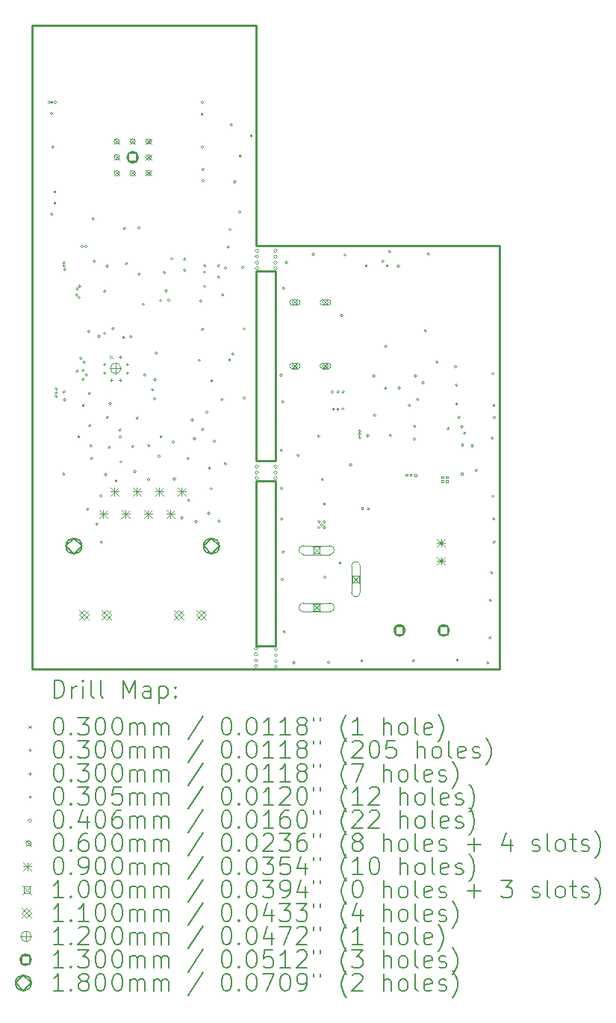
<source format=gbr>
%TF.GenerationSoftware,KiCad,Pcbnew,9.0.0*%
%TF.CreationDate,2025-04-12T10:41:55+08:00*%
%TF.ProjectId,ESP32-EVB_Rev_K1,45535033-322d-4455-9642-5f5265765f4b,K1*%
%TF.SameCoordinates,PXc1d4028PY6c847bc*%
%TF.FileFunction,Drillmap*%
%TF.FilePolarity,Positive*%
%FSLAX45Y45*%
G04 Gerber Fmt 4.5, Leading zero omitted, Abs format (unit mm)*
G04 Created by KiCad (PCBNEW 9.0.0) date 2025-04-12 10:41:55*
%MOMM*%
%LPD*%
G01*
G04 APERTURE LIST*
%ADD10C,0.254000*%
%ADD11C,0.200000*%
%ADD12C,0.100000*%
%ADD13C,0.110000*%
%ADD14C,0.120000*%
%ADD15C,0.130000*%
%ADD16C,0.180000*%
G04 APERTURE END LIST*
D10*
X2537695Y4514367D02*
X2751446Y4514367D01*
X2751446Y2362108D01*
X2537695Y2362108D01*
X2537695Y4514367D01*
X2537695Y2135208D02*
X2751446Y2135208D01*
X2751446Y268623D01*
X2537695Y268623D01*
X2537695Y2135208D01*
X2537630Y4805923D02*
X5291446Y4804666D01*
X5291233Y1341D01*
X-2305Y1613D01*
X-2305Y7301134D01*
X2537695Y7301448D01*
X2537630Y4805923D01*
D11*
D12*
X876709Y3557327D02*
X906681Y3527355D01*
X906681Y3557327D02*
X876709Y3527355D01*
X204503Y6430003D02*
G75*
G02*
X174503Y6430003I-15000J0D01*
G01*
X174503Y6430003D02*
G75*
G02*
X204503Y6430003I15000J0D01*
G01*
X228675Y6303609D02*
G75*
G02*
X198675Y6303609I-15000J0D01*
G01*
X198675Y6303609D02*
G75*
G02*
X228675Y6303609I15000J0D01*
G01*
X229903Y5162917D02*
G75*
G02*
X199903Y5162917I-15000J0D01*
G01*
X199903Y5162917D02*
G75*
G02*
X229903Y5162917I15000J0D01*
G01*
X234774Y6430341D02*
G75*
G02*
X204774Y6430341I-15000J0D01*
G01*
X204774Y6430341D02*
G75*
G02*
X234774Y6430341I15000J0D01*
G01*
X242958Y5922777D02*
G75*
G02*
X212958Y5922777I-15000J0D01*
G01*
X212958Y5922777D02*
G75*
G02*
X242958Y5922777I15000J0D01*
G01*
X267106Y5286400D02*
G75*
G02*
X237106Y5286400I-15000J0D01*
G01*
X237106Y5286400D02*
G75*
G02*
X267106Y5286400I15000J0D01*
G01*
X267605Y5412899D02*
G75*
G02*
X237605Y5412899I-15000J0D01*
G01*
X237605Y5412899D02*
G75*
G02*
X267605Y5412899I15000J0D01*
G01*
X271364Y6430341D02*
G75*
G02*
X241364Y6430341I-15000J0D01*
G01*
X241364Y6430341D02*
G75*
G02*
X271364Y6430341I15000J0D01*
G01*
X282426Y3180386D02*
G75*
G02*
X252425Y3180386I-15000J0D01*
G01*
X252425Y3180386D02*
G75*
G02*
X282426Y3180386I15000J0D01*
G01*
X282426Y3135812D02*
G75*
G02*
X252425Y3135812I-15000J0D01*
G01*
X252425Y3135812D02*
G75*
G02*
X282426Y3135812I15000J0D01*
G01*
X282426Y3096515D02*
G75*
G02*
X252425Y3096515I-15000J0D01*
G01*
X252425Y3096515D02*
G75*
G02*
X282426Y3096515I15000J0D01*
G01*
X366268Y2216611D02*
G75*
G02*
X336268Y2216611I-15000J0D01*
G01*
X336268Y2216611D02*
G75*
G02*
X366268Y2216611I15000J0D01*
G01*
X370861Y4611707D02*
G75*
G02*
X340861Y4611707I-15000J0D01*
G01*
X340861Y4611707D02*
G75*
G02*
X370861Y4611707I15000J0D01*
G01*
X370861Y4573598D02*
G75*
G02*
X340861Y4573598I-15000J0D01*
G01*
X340861Y4573598D02*
G75*
G02*
X370861Y4573598I15000J0D01*
G01*
X371739Y3146513D02*
G75*
G02*
X341739Y3146513I-15000J0D01*
G01*
X341739Y3146513D02*
G75*
G02*
X371739Y3146513I15000J0D01*
G01*
X377133Y3058168D02*
G75*
G02*
X347133Y3058168I-15000J0D01*
G01*
X347133Y3058168D02*
G75*
G02*
X377133Y3058168I15000J0D01*
G01*
X379027Y4537434D02*
G75*
G02*
X349027Y4537434I-15000J0D01*
G01*
X349027Y4537434D02*
G75*
G02*
X379027Y4537434I15000J0D01*
G01*
X515401Y4242715D02*
G75*
G02*
X485401Y4242715I-15000J0D01*
G01*
X485401Y4242715D02*
G75*
G02*
X515401Y4242715I15000J0D01*
G01*
X518270Y4315688D02*
G75*
G02*
X488270Y4315688I-15000J0D01*
G01*
X488270Y4315688D02*
G75*
G02*
X518270Y4315688I15000J0D01*
G01*
X518315Y3380225D02*
G75*
G02*
X488315Y3380225I-15000J0D01*
G01*
X488315Y3380225D02*
G75*
G02*
X518315Y3380225I15000J0D01*
G01*
X539060Y2637391D02*
G75*
G02*
X509060Y2637391I-15000J0D01*
G01*
X509060Y2637391D02*
G75*
G02*
X539060Y2637391I15000J0D01*
G01*
X542095Y4216021D02*
G75*
G02*
X512095Y4216021I-15000J0D01*
G01*
X512095Y4216021D02*
G75*
G02*
X542095Y4216021I15000J0D01*
G01*
X545089Y4342507D02*
G75*
G02*
X515089Y4342507I-15000J0D01*
G01*
X515089Y4342507D02*
G75*
G02*
X545089Y4342507I15000J0D01*
G01*
X559678Y3528886D02*
G75*
G02*
X529678Y3528886I-15000J0D01*
G01*
X529678Y3528886D02*
G75*
G02*
X559678Y3528886I15000J0D01*
G01*
X575578Y4796341D02*
G75*
G02*
X545578Y4796341I-15000J0D01*
G01*
X545578Y4796341D02*
G75*
G02*
X575578Y4796341I15000J0D01*
G01*
X586539Y3388401D02*
G75*
G02*
X556539Y3388401I-15000J0D01*
G01*
X556539Y3388401D02*
G75*
G02*
X586539Y3388401I15000J0D01*
G01*
X588535Y3287222D02*
G75*
G02*
X558535Y3287222I-15000J0D01*
G01*
X558535Y3287222D02*
G75*
G02*
X588535Y3287222I15000J0D01*
G01*
X589751Y2991897D02*
G75*
G02*
X559751Y2991897I-15000J0D01*
G01*
X559751Y2991897D02*
G75*
G02*
X589751Y2991897I15000J0D01*
G01*
X598873Y3483136D02*
G75*
G02*
X568873Y3483136I-15000J0D01*
G01*
X568873Y3483136D02*
G75*
G02*
X598873Y3483136I15000J0D01*
G01*
X617713Y4796341D02*
G75*
G02*
X587713Y4796341I-15000J0D01*
G01*
X587713Y4796341D02*
G75*
G02*
X617713Y4796341I15000J0D01*
G01*
X624739Y3338512D02*
G75*
G02*
X594739Y3338512I-15000J0D01*
G01*
X594739Y3338512D02*
G75*
G02*
X624739Y3338512I15000J0D01*
G01*
X637228Y1813599D02*
G75*
G02*
X607228Y1813599I-15000J0D01*
G01*
X607228Y1813599D02*
G75*
G02*
X637228Y1813599I15000J0D01*
G01*
X650679Y3831780D02*
G75*
G02*
X620679Y3831780I-15000J0D01*
G01*
X620679Y3831780D02*
G75*
G02*
X650679Y3831780I15000J0D01*
G01*
X659141Y3129049D02*
G75*
G02*
X629141Y3129049I-15000J0D01*
G01*
X629141Y3129049D02*
G75*
G02*
X659141Y3129049I15000J0D01*
G01*
X663545Y2761015D02*
G75*
G02*
X633545Y2761015I-15000J0D01*
G01*
X633545Y2761015D02*
G75*
G02*
X663545Y2761015I15000J0D01*
G01*
X675508Y2534927D02*
G75*
G02*
X645508Y2534927I-15000J0D01*
G01*
X645508Y2534927D02*
G75*
G02*
X675508Y2534927I15000J0D01*
G01*
X683881Y2394968D02*
G75*
G02*
X653881Y2394968I-15000J0D01*
G01*
X653881Y2394968D02*
G75*
G02*
X683881Y2394968I15000J0D01*
G01*
X700221Y5108421D02*
G75*
G02*
X670221Y5108421I-15000J0D01*
G01*
X670221Y5108421D02*
G75*
G02*
X700221Y5108421I15000J0D01*
G01*
X713188Y4629335D02*
G75*
G02*
X683189Y4629335I-15000J0D01*
G01*
X683189Y4629335D02*
G75*
G02*
X713188Y4629335I15000J0D01*
G01*
X743693Y1649715D02*
G75*
G02*
X713693Y1649715I-15000J0D01*
G01*
X713693Y1649715D02*
G75*
G02*
X743693Y1649715I15000J0D01*
G01*
X765979Y3777536D02*
G75*
G02*
X735979Y3777536I-15000J0D01*
G01*
X735979Y3777536D02*
G75*
G02*
X765979Y3777536I15000J0D01*
G01*
X787953Y1966717D02*
G75*
G02*
X757953Y1966717I-15000J0D01*
G01*
X757953Y1966717D02*
G75*
G02*
X787953Y1966717I15000J0D01*
G01*
X793934Y1442767D02*
G75*
G02*
X763934Y1442767I-15000J0D01*
G01*
X763934Y1442767D02*
G75*
G02*
X793934Y1442767I15000J0D01*
G01*
X831695Y3809805D02*
G75*
G02*
X801695Y3809805I-15000J0D01*
G01*
X801695Y3809805D02*
G75*
G02*
X831695Y3809805I15000J0D01*
G01*
X833606Y4285841D02*
G75*
G02*
X803606Y4285841I-15000J0D01*
G01*
X803606Y4285841D02*
G75*
G02*
X833606Y4285841I15000J0D01*
G01*
X842980Y2210748D02*
G75*
G02*
X812980Y2210748I-15000J0D01*
G01*
X812980Y2210748D02*
G75*
G02*
X842980Y2210748I15000J0D01*
G01*
X858143Y4572242D02*
G75*
G02*
X828143Y4572242I-15000J0D01*
G01*
X828143Y4572242D02*
G75*
G02*
X858143Y4572242I15000J0D01*
G01*
X862537Y2859471D02*
G75*
G02*
X832537Y2859471I-15000J0D01*
G01*
X832537Y2859471D02*
G75*
G02*
X862537Y2859471I15000J0D01*
G01*
X883652Y2516984D02*
G75*
G02*
X853652Y2516984I-15000J0D01*
G01*
X853652Y2516984D02*
G75*
G02*
X883652Y2516984I15000J0D01*
G01*
X892927Y3014861D02*
G75*
G02*
X862927Y3014861I-15000J0D01*
G01*
X862927Y3014861D02*
G75*
G02*
X892927Y3014861I15000J0D01*
G01*
X926525Y3862208D02*
G75*
G02*
X896525Y3862208I-15000J0D01*
G01*
X896525Y3862208D02*
G75*
G02*
X926525Y3862208I15000J0D01*
G01*
X961407Y2137778D02*
G75*
G02*
X931407Y2137778I-15000J0D01*
G01*
X931407Y2137778D02*
G75*
G02*
X961407Y2137778I15000J0D01*
G01*
X1006612Y2716644D02*
G75*
G02*
X976612Y2716644I-15000J0D01*
G01*
X976612Y2716644D02*
G75*
G02*
X1006612Y2716644I15000J0D01*
G01*
X1009081Y2637641D02*
G75*
G02*
X979081Y2637641I-15000J0D01*
G01*
X979081Y2637641D02*
G75*
G02*
X1009081Y2637641I15000J0D01*
G01*
X1015237Y2354296D02*
G75*
G02*
X985237Y2354296I-15000J0D01*
G01*
X985237Y2354296D02*
G75*
G02*
X1015237Y2354296I15000J0D01*
G01*
X1044233Y3762935D02*
G75*
G02*
X1014233Y3762935I-15000J0D01*
G01*
X1014233Y3762935D02*
G75*
G02*
X1044233Y3762935I15000J0D01*
G01*
X1056979Y5001643D02*
G75*
G02*
X1026979Y5001643I-15000J0D01*
G01*
X1026979Y5001643D02*
G75*
G02*
X1056979Y5001643I15000J0D01*
G01*
X1077314Y4600528D02*
G75*
G02*
X1047314Y4600528I-15000J0D01*
G01*
X1047314Y4600528D02*
G75*
G02*
X1077314Y4600528I15000J0D01*
G01*
X1127972Y3774795D02*
G75*
G02*
X1097972Y3774795I-15000J0D01*
G01*
X1097972Y3774795D02*
G75*
G02*
X1127972Y3774795I15000J0D01*
G01*
X1149216Y2527750D02*
G75*
G02*
X1119216Y2527750I-15000J0D01*
G01*
X1119216Y2527750D02*
G75*
G02*
X1149216Y2527750I15000J0D01*
G01*
X1171944Y2243047D02*
G75*
G02*
X1141944Y2243047I-15000J0D01*
G01*
X1141944Y2243047D02*
G75*
G02*
X1171944Y2243047I15000J0D01*
G01*
X1200985Y2852555D02*
G75*
G02*
X1170985Y2852555I-15000J0D01*
G01*
X1170985Y2852555D02*
G75*
G02*
X1200985Y2852555I15000J0D01*
G01*
X1218642Y5008379D02*
G75*
G02*
X1188642Y5008379I-15000J0D01*
G01*
X1188642Y5008379D02*
G75*
G02*
X1218642Y5008379I15000J0D01*
G01*
X1221467Y4480340D02*
G75*
G02*
X1191467Y4480340I-15000J0D01*
G01*
X1191467Y4480340D02*
G75*
G02*
X1221467Y4480340I15000J0D01*
G01*
X1271384Y4140190D02*
G75*
G02*
X1241384Y4140190I-15000J0D01*
G01*
X1241384Y4140190D02*
G75*
G02*
X1271384Y4140190I15000J0D01*
G01*
X1285013Y3336774D02*
G75*
G02*
X1255013Y3336774I-15000J0D01*
G01*
X1255013Y3336774D02*
G75*
G02*
X1285013Y3336774I15000J0D01*
G01*
X1329847Y2154525D02*
G75*
G02*
X1299847Y2154525I-15000J0D01*
G01*
X1299847Y2154525D02*
G75*
G02*
X1329847Y2154525I15000J0D01*
G01*
X1332239Y2538516D02*
G75*
G02*
X1302239Y2538516I-15000J0D01*
G01*
X1302239Y2538516D02*
G75*
G02*
X1332239Y2538516I15000J0D01*
G01*
X1372830Y3172616D02*
G75*
G02*
X1342830Y3172616I-15000J0D01*
G01*
X1342830Y3172616D02*
G75*
G02*
X1372830Y3172616I15000J0D01*
G01*
X1396511Y3069441D02*
G75*
G02*
X1366511Y3069441I-15000J0D01*
G01*
X1366511Y3069441D02*
G75*
G02*
X1396511Y3069441I15000J0D01*
G01*
X1401774Y3286404D02*
G75*
G02*
X1371775Y3286404I-15000J0D01*
G01*
X1371775Y3286404D02*
G75*
G02*
X1401774Y3286404I15000J0D01*
G01*
X1416623Y3588763D02*
G75*
G02*
X1386623Y3588763I-15000J0D01*
G01*
X1386623Y3588763D02*
G75*
G02*
X1416623Y3588763I15000J0D01*
G01*
X1449470Y2416500D02*
G75*
G02*
X1419470Y2416500I-15000J0D01*
G01*
X1419470Y2416500D02*
G75*
G02*
X1449470Y2416500I15000J0D01*
G01*
X1464711Y4181869D02*
G75*
G02*
X1434711Y4181869I-15000J0D01*
G01*
X1434711Y4181869D02*
G75*
G02*
X1464711Y4181869I15000J0D01*
G01*
X1469373Y2636643D02*
G75*
G02*
X1439373Y2636643I-15000J0D01*
G01*
X1439373Y2636643D02*
G75*
G02*
X1469373Y2636643I15000J0D01*
G01*
X1509991Y4502794D02*
G75*
G02*
X1479991Y4502794I-15000J0D01*
G01*
X1479991Y4502794D02*
G75*
G02*
X1509991Y4502794I15000J0D01*
G01*
X1528448Y4291000D02*
G75*
G02*
X1498448Y4291000I-15000J0D01*
G01*
X1498448Y4291000D02*
G75*
G02*
X1528448Y4291000I15000J0D01*
G01*
X1555974Y4186447D02*
G75*
G02*
X1525974Y4186447I-15000J0D01*
G01*
X1525974Y4186447D02*
G75*
G02*
X1555974Y4186447I15000J0D01*
G01*
X1590231Y4656298D02*
G75*
G02*
X1560231Y4656298I-15000J0D01*
G01*
X1560231Y4656298D02*
G75*
G02*
X1590231Y4656298I15000J0D01*
G01*
X1609765Y2576795D02*
G75*
G02*
X1579765Y2576795I-15000J0D01*
G01*
X1579765Y2576795D02*
G75*
G02*
X1609765Y2576795I15000J0D01*
G01*
X1622923Y2159310D02*
G75*
G02*
X1592923Y2159310I-15000J0D01*
G01*
X1592923Y2159310D02*
G75*
G02*
X1622923Y2159310I15000J0D01*
G01*
X1707856Y1719097D02*
G75*
G02*
X1677856Y1719097I-15000J0D01*
G01*
X1677856Y1719097D02*
G75*
G02*
X1707856Y1719097I15000J0D01*
G01*
X1738016Y4648366D02*
G75*
G02*
X1708016Y4648366I-15000J0D01*
G01*
X1708016Y4648366D02*
G75*
G02*
X1738016Y4648366I15000J0D01*
G01*
X1740021Y4527120D02*
G75*
G02*
X1710021Y4527120I-15000J0D01*
G01*
X1710021Y4527120D02*
G75*
G02*
X1740021Y4527120I15000J0D01*
G01*
X1774845Y2390183D02*
G75*
G02*
X1744845Y2390183I-15000J0D01*
G01*
X1744845Y2390183D02*
G75*
G02*
X1774845Y2390183I15000J0D01*
G01*
X1784415Y1915279D02*
G75*
G02*
X1754415Y1915279I-15000J0D01*
G01*
X1754415Y1915279D02*
G75*
G02*
X1784415Y1915279I15000J0D01*
G01*
X1824212Y2827781D02*
G75*
G02*
X1794212Y2827781I-15000J0D01*
G01*
X1794212Y2827781D02*
G75*
G02*
X1824212Y2827781I15000J0D01*
G01*
X1849011Y2616271D02*
G75*
G02*
X1819011Y2616271I-15000J0D01*
G01*
X1819011Y2616271D02*
G75*
G02*
X1849011Y2616271I15000J0D01*
G01*
X1868151Y1676032D02*
G75*
G02*
X1838151Y1676032I-15000J0D01*
G01*
X1838151Y1676032D02*
G75*
G02*
X1868151Y1676032I15000J0D01*
G01*
X1904962Y3506358D02*
G75*
G02*
X1874962Y3506358I-15000J0D01*
G01*
X1874962Y3506358D02*
G75*
G02*
X1904962Y3506358I15000J0D01*
G01*
X1920632Y4175740D02*
G75*
G02*
X1890632Y4175740I-15000J0D01*
G01*
X1890632Y4175740D02*
G75*
G02*
X1920632Y4175740I15000J0D01*
G01*
X1935444Y6293860D02*
G75*
G02*
X1905444Y6293860I-15000J0D01*
G01*
X1905444Y6293860D02*
G75*
G02*
X1935444Y6293860I15000J0D01*
G01*
X1937689Y6430825D02*
G75*
G02*
X1907689Y6430825I-15000J0D01*
G01*
X1907689Y6430825D02*
G75*
G02*
X1937689Y6430825I15000J0D01*
G01*
X1938256Y5921656D02*
G75*
G02*
X1908256Y5921656I-15000J0D01*
G01*
X1908256Y5921656D02*
G75*
G02*
X1938256Y5921656I15000J0D01*
G01*
X1941121Y2719147D02*
G75*
G02*
X1911121Y2719147I-15000J0D01*
G01*
X1911121Y2719147D02*
G75*
G02*
X1941121Y2719147I15000J0D01*
G01*
X1941468Y3853396D02*
G75*
G02*
X1911468Y3853396I-15000J0D01*
G01*
X1911468Y3853396D02*
G75*
G02*
X1941468Y3853396I15000J0D01*
G01*
X1944618Y5670179D02*
G75*
G02*
X1914618Y5670179I-15000J0D01*
G01*
X1914618Y5670179D02*
G75*
G02*
X1944618Y5670179I15000J0D01*
G01*
X1946863Y5542196D02*
G75*
G02*
X1916863Y5542196I-15000J0D01*
G01*
X1916863Y5542196D02*
G75*
G02*
X1946863Y5542196I15000J0D01*
G01*
X1963573Y4342195D02*
G75*
G02*
X1933573Y4342195I-15000J0D01*
G01*
X1933573Y4342195D02*
G75*
G02*
X1963573Y4342195I15000J0D01*
G01*
X1963659Y4504307D02*
G75*
G02*
X1933659Y4504307I-15000J0D01*
G01*
X1933659Y4504307D02*
G75*
G02*
X1963659Y4504307I15000J0D01*
G01*
X1967077Y4578608D02*
G75*
G02*
X1937077Y4578608I-15000J0D01*
G01*
X1937077Y4578608D02*
G75*
G02*
X1967077Y4578608I15000J0D01*
G01*
X1988120Y2916097D02*
G75*
G02*
X1958120Y2916097I-15000J0D01*
G01*
X1958120Y2916097D02*
G75*
G02*
X1988120Y2916097I15000J0D01*
G01*
X2011699Y1769338D02*
G75*
G02*
X1981699Y1769338I-15000J0D01*
G01*
X1981699Y1769338D02*
G75*
G02*
X2011699Y1769338I15000J0D01*
G01*
X2018876Y2281326D02*
G75*
G02*
X1988876Y2281326I-15000J0D01*
G01*
X1988876Y2281326D02*
G75*
G02*
X2018876Y2281326I15000J0D01*
G01*
X2040409Y2049257D02*
G75*
G02*
X2010409Y2049257I-15000J0D01*
G01*
X2010409Y2049257D02*
G75*
G02*
X2040409Y2049257I15000J0D01*
G01*
X2045751Y3271607D02*
G75*
G02*
X2015751Y3271607I-15000J0D01*
G01*
X2015751Y3271607D02*
G75*
G02*
X2045751Y3271607I15000J0D01*
G01*
X2075099Y2587561D02*
G75*
G02*
X2045099Y2587561I-15000J0D01*
G01*
X2045099Y2587561D02*
G75*
G02*
X2075099Y2587561I15000J0D01*
G01*
X2123055Y4577485D02*
G75*
G02*
X2093055Y4577485I-15000J0D01*
G01*
X2093055Y4577485D02*
G75*
G02*
X2123055Y4577485I15000J0D01*
G01*
X2123719Y4445857D02*
G75*
G02*
X2093719Y4445857I-15000J0D01*
G01*
X2093719Y4445857D02*
G75*
G02*
X2123719Y4445857I15000J0D01*
G01*
X2127734Y1683210D02*
G75*
G02*
X2097734Y1683210I-15000J0D01*
G01*
X2097734Y1683210D02*
G75*
G02*
X2127734Y1683210I15000J0D01*
G01*
X2161511Y3056961D02*
G75*
G02*
X2131511Y3056961I-15000J0D01*
G01*
X2131511Y3056961D02*
G75*
G02*
X2161511Y3056961I15000J0D01*
G01*
X2170383Y4246566D02*
G75*
G02*
X2140383Y4246566I-15000J0D01*
G01*
X2140383Y4246566D02*
G75*
G02*
X2170383Y4246566I15000J0D01*
G01*
X2200704Y2329175D02*
G75*
G02*
X2170704Y2329175I-15000J0D01*
G01*
X2170704Y2329175D02*
G75*
G02*
X2200704Y2329175I15000J0D01*
G01*
X2201556Y4549847D02*
G75*
G02*
X2171556Y4549847I-15000J0D01*
G01*
X2171556Y4549847D02*
G75*
G02*
X2201556Y4549847I15000J0D01*
G01*
X2231888Y4788997D02*
G75*
G02*
X2201888Y4788997I-15000J0D01*
G01*
X2201888Y4788997D02*
G75*
G02*
X2231888Y4788997I15000J0D01*
G01*
X2246832Y3509112D02*
G75*
G02*
X2216832Y3509112I-15000J0D01*
G01*
X2216832Y3509112D02*
G75*
G02*
X2246832Y3509112I15000J0D01*
G01*
X2252886Y4987316D02*
G75*
G02*
X2222886Y4987316I-15000J0D01*
G01*
X2222886Y4987316D02*
G75*
G02*
X2252886Y4987316I15000J0D01*
G01*
X2267752Y6172554D02*
G75*
G02*
X2237752Y6172554I-15000J0D01*
G01*
X2237752Y6172554D02*
G75*
G02*
X2267752Y6172554I15000J0D01*
G01*
X2285023Y3573818D02*
G75*
G02*
X2255023Y3573818I-15000J0D01*
G01*
X2255023Y3573818D02*
G75*
G02*
X2285023Y3573818I15000J0D01*
G01*
X2306549Y5529778D02*
G75*
G02*
X2276549Y5529778I-15000J0D01*
G01*
X2276549Y5529778D02*
G75*
G02*
X2306549Y5529778I15000J0D01*
G01*
X2362623Y5186195D02*
G75*
G02*
X2332623Y5186195I-15000J0D01*
G01*
X2332623Y5186195D02*
G75*
G02*
X2362623Y5186195I15000J0D01*
G01*
X2367212Y5819091D02*
G75*
G02*
X2337212Y5819091I-15000J0D01*
G01*
X2337212Y5819091D02*
G75*
G02*
X2367212Y5819091I15000J0D01*
G01*
X2395922Y4559988D02*
G75*
G02*
X2365922Y4559988I-15000J0D01*
G01*
X2365922Y4559988D02*
G75*
G02*
X2395922Y4559988I15000J0D01*
G01*
X2412313Y3859976D02*
G75*
G02*
X2382313Y3859976I-15000J0D01*
G01*
X2382313Y3859976D02*
G75*
G02*
X2412313Y3859976I15000J0D01*
G01*
X2413985Y3075922D02*
G75*
G02*
X2383985Y3075922I-15000J0D01*
G01*
X2383985Y3075922D02*
G75*
G02*
X2413985Y3075922I15000J0D01*
G01*
X2493178Y6049046D02*
G75*
G02*
X2463178Y6049046I-15000J0D01*
G01*
X2463178Y6049046D02*
G75*
G02*
X2493178Y6049046I15000J0D01*
G01*
X2833489Y2481883D02*
G75*
G02*
X2803489Y2481883I-15000J0D01*
G01*
X2803489Y2481883D02*
G75*
G02*
X2833489Y2481883I15000J0D01*
G01*
X2834094Y3335038D02*
G75*
G02*
X2804094Y3335038I-15000J0D01*
G01*
X2804094Y3335038D02*
G75*
G02*
X2834094Y3335038I15000J0D01*
G01*
X2836816Y2052508D02*
G75*
G02*
X2806816Y2052508I-15000J0D01*
G01*
X2806816Y2052508D02*
G75*
G02*
X2836816Y2052508I15000J0D01*
G01*
X2838566Y1704283D02*
G75*
G02*
X2808566Y1704283I-15000J0D01*
G01*
X2808566Y1704283D02*
G75*
G02*
X2838566Y1704283I15000J0D01*
G01*
X2843816Y1020081D02*
G75*
G02*
X2813816Y1020081I-15000J0D01*
G01*
X2813816Y1020081D02*
G75*
G02*
X2843816Y1020081I15000J0D01*
G01*
X2851593Y3034060D02*
G75*
G02*
X2821593Y3034060I-15000J0D01*
G01*
X2821593Y3034060D02*
G75*
G02*
X2851593Y3034060I15000J0D01*
G01*
X2854315Y1331559D02*
G75*
G02*
X2824315Y1331559I-15000J0D01*
G01*
X2824315Y1331559D02*
G75*
G02*
X2854315Y1331559I15000J0D01*
G01*
X2860342Y4318470D02*
G75*
G02*
X2830342Y4318470I-15000J0D01*
G01*
X2830342Y4318470D02*
G75*
G02*
X2860342Y4318470I15000J0D01*
G01*
X2868314Y425122D02*
G75*
G02*
X2838314Y425122I-15000J0D01*
G01*
X2838314Y425122D02*
G75*
G02*
X2868314Y425122I15000J0D01*
G01*
X2891840Y4612449D02*
G75*
G02*
X2861840Y4612449I-15000J0D01*
G01*
X2861840Y4612449D02*
G75*
G02*
X2891840Y4612449I15000J0D01*
G01*
X2976806Y76897D02*
G75*
G02*
X2946806Y76897I-15000J0D01*
G01*
X2946806Y76897D02*
G75*
G02*
X2976806Y76897I15000J0D01*
G01*
X3023772Y2427961D02*
G75*
G02*
X2993772Y2427961I-15000J0D01*
G01*
X2993772Y2427961D02*
G75*
G02*
X3023772Y2427961I15000J0D01*
G01*
X3198069Y4706942D02*
G75*
G02*
X3168069Y4706942I-15000J0D01*
G01*
X3168069Y4706942D02*
G75*
G02*
X3198069Y4706942I15000J0D01*
G01*
X3256592Y2643254D02*
G75*
G02*
X3226592Y2643254I-15000J0D01*
G01*
X3226592Y2643254D02*
G75*
G02*
X3256592Y2643254I15000J0D01*
G01*
X3261240Y1608935D02*
G75*
G02*
X3231240Y1608935I-15000J0D01*
G01*
X3231240Y1608935D02*
G75*
G02*
X3261240Y1608935I15000J0D01*
G01*
X3262835Y1673266D02*
G75*
G02*
X3232835Y1673266I-15000J0D01*
G01*
X3232835Y1673266D02*
G75*
G02*
X3262835Y1673266I15000J0D01*
G01*
X3293140Y1638177D02*
G75*
G02*
X3263140Y1638177I-15000J0D01*
G01*
X3263140Y1638177D02*
G75*
G02*
X3293140Y1638177I15000J0D01*
G01*
X3300728Y2152446D02*
G75*
G02*
X3270728Y2152446I-15000J0D01*
G01*
X3270728Y2152446D02*
G75*
G02*
X3300728Y2152446I15000J0D01*
G01*
X3321849Y1673266D02*
G75*
G02*
X3291849Y1673266I-15000J0D01*
G01*
X3291849Y1673266D02*
G75*
G02*
X3321849Y1673266I15000J0D01*
G01*
X3322115Y1608935D02*
G75*
G02*
X3292115Y1608935I-15000J0D01*
G01*
X3292115Y1608935D02*
G75*
G02*
X3322115Y1608935I15000J0D01*
G01*
X3324060Y1874021D02*
G75*
G02*
X3294060Y1874021I-15000J0D01*
G01*
X3294060Y1874021D02*
G75*
G02*
X3324060Y1874021I15000J0D01*
G01*
X3328532Y1046329D02*
G75*
G02*
X3298532Y1046329I-15000J0D01*
G01*
X3298532Y1046329D02*
G75*
G02*
X3328532Y1046329I15000J0D01*
G01*
X3370529Y80397D02*
G75*
G02*
X3340529Y80397I-15000J0D01*
G01*
X3340529Y80397D02*
G75*
G02*
X3370529Y80397I15000J0D01*
G01*
X3412067Y3143603D02*
G75*
G02*
X3382067Y3143603I-15000J0D01*
G01*
X3382067Y3143603D02*
G75*
G02*
X3412067Y3143603I15000J0D01*
G01*
X3425547Y2950750D02*
G75*
G02*
X3395547Y2950750I-15000J0D01*
G01*
X3395547Y2950750D02*
G75*
G02*
X3425547Y2950750I15000J0D01*
G01*
X3474803Y2950750D02*
G75*
G02*
X3444803Y2950750I-15000J0D01*
G01*
X3444803Y2950750D02*
G75*
G02*
X3474803Y2950750I15000J0D01*
G01*
X3478173Y3146714D02*
G75*
G02*
X3448173Y3146714I-15000J0D01*
G01*
X3448173Y3146714D02*
G75*
G02*
X3478173Y3146714I15000J0D01*
G01*
X3500020Y1205568D02*
G75*
G02*
X3470020Y1205568I-15000J0D01*
G01*
X3470020Y1205568D02*
G75*
G02*
X3500020Y1205568I15000J0D01*
G01*
X3518708Y4013879D02*
G75*
G02*
X3488708Y4013879I-15000J0D01*
G01*
X3488708Y4013879D02*
G75*
G02*
X3518708Y4013879I15000J0D01*
G01*
X3531836Y2955170D02*
G75*
G02*
X3501836Y2955170I-15000J0D01*
G01*
X3501836Y2955170D02*
G75*
G02*
X3531836Y2955170I15000J0D01*
G01*
X3536243Y3146714D02*
G75*
G02*
X3506243Y3146714I-15000J0D01*
G01*
X3506243Y3146714D02*
G75*
G02*
X3536243Y3146714I15000J0D01*
G01*
X3556793Y4699943D02*
G75*
G02*
X3526793Y4699943I-15000J0D01*
G01*
X3526793Y4699943D02*
G75*
G02*
X3556793Y4699943I15000J0D01*
G01*
X3620103Y2320106D02*
G75*
G02*
X3590103Y2320106I-15000J0D01*
G01*
X3590103Y2320106D02*
G75*
G02*
X3620103Y2320106I15000J0D01*
G01*
X3723188Y2702159D02*
G75*
G02*
X3693188Y2702159I-15000J0D01*
G01*
X3693188Y2702159D02*
G75*
G02*
X3723188Y2702159I15000J0D01*
G01*
X3723188Y2666902D02*
G75*
G02*
X3693188Y2666902I-15000J0D01*
G01*
X3693188Y2666902D02*
G75*
G02*
X3723188Y2666902I15000J0D01*
G01*
X3723188Y2626936D02*
G75*
G02*
X3693188Y2626936I-15000J0D01*
G01*
X3693188Y2626936D02*
G75*
G02*
X3723188Y2626936I15000J0D01*
G01*
X3746752Y97895D02*
G75*
G02*
X3716752Y97895I-15000J0D01*
G01*
X3716752Y97895D02*
G75*
G02*
X3746752Y97895I15000J0D01*
G01*
X3797953Y4574456D02*
G75*
G02*
X3767953Y4574456I-15000J0D01*
G01*
X3767953Y4574456D02*
G75*
G02*
X3797953Y4574456I15000J0D01*
G01*
X3814933Y2651679D02*
G75*
G02*
X3784933Y2651679I-15000J0D01*
G01*
X3784933Y2651679D02*
G75*
G02*
X3814933Y2651679I15000J0D01*
G01*
X3882080Y3326098D02*
G75*
G02*
X3852080Y3326098I-15000J0D01*
G01*
X3852080Y3326098D02*
G75*
G02*
X3882080Y3326098I15000J0D01*
G01*
X3893224Y2879811D02*
G75*
G02*
X3863224Y2879811I-15000J0D01*
G01*
X3863224Y2879811D02*
G75*
G02*
X3893224Y2879811I15000J0D01*
G01*
X3985313Y4629093D02*
G75*
G02*
X3955313Y4629093I-15000J0D01*
G01*
X3955313Y4629093D02*
G75*
G02*
X3985313Y4629093I15000J0D01*
G01*
X4017953Y3188988D02*
G75*
G02*
X3987953Y3188988I-15000J0D01*
G01*
X3987953Y3188988D02*
G75*
G02*
X4017953Y3188988I15000J0D01*
G01*
X4018373Y3663164D02*
G75*
G02*
X3988373Y3663164I-15000J0D01*
G01*
X3988373Y3663164D02*
G75*
G02*
X4018373Y3663164I15000J0D01*
G01*
X4034960Y4575953D02*
G75*
G02*
X4004960Y4575953I-15000J0D01*
G01*
X4004960Y4575953D02*
G75*
G02*
X4034960Y4575953I15000J0D01*
G01*
X4060758Y4734940D02*
G75*
G02*
X4030758Y4734940I-15000J0D01*
G01*
X4030758Y4734940D02*
G75*
G02*
X4060758Y4734940I15000J0D01*
G01*
X4071063Y2652716D02*
G75*
G02*
X4041063Y2652716I-15000J0D01*
G01*
X4041063Y2652716D02*
G75*
G02*
X4071063Y2652716I15000J0D01*
G01*
X4162694Y4572959D02*
G75*
G02*
X4132694Y4572959I-15000J0D01*
G01*
X4132694Y4572959D02*
G75*
G02*
X4162694Y4572959I15000J0D01*
G01*
X4169056Y3191654D02*
G75*
G02*
X4139056Y3191654I-15000J0D01*
G01*
X4139056Y3191654D02*
G75*
G02*
X4169056Y3191654I15000J0D01*
G01*
X4287528Y2994663D02*
G75*
G02*
X4257528Y2994663I-15000J0D01*
G01*
X4257528Y2994663D02*
G75*
G02*
X4287528Y2994663I15000J0D01*
G01*
X4333545Y97895D02*
G75*
G02*
X4303545Y97895I-15000J0D01*
G01*
X4303545Y97895D02*
G75*
G02*
X4333545Y97895I15000J0D01*
G01*
X4343785Y2610719D02*
G75*
G02*
X4313785Y2610719I-15000J0D01*
G01*
X4313785Y2610719D02*
G75*
G02*
X4343785Y2610719I15000J0D01*
G01*
X4345676Y2756370D02*
G75*
G02*
X4315676Y2756370I-15000J0D01*
G01*
X4315676Y2756370D02*
G75*
G02*
X4345676Y2756370I15000J0D01*
G01*
X4356665Y3327781D02*
G75*
G02*
X4326665Y3327781I-15000J0D01*
G01*
X4326665Y3327781D02*
G75*
G02*
X4356665Y3327781I15000J0D01*
G01*
X4379236Y3063807D02*
G75*
G02*
X4349236Y3063807I-15000J0D01*
G01*
X4349236Y3063807D02*
G75*
G02*
X4379236Y3063807I15000J0D01*
G01*
X4440482Y3251044D02*
G75*
G02*
X4410482Y3251044I-15000J0D01*
G01*
X4410482Y3251044D02*
G75*
G02*
X4440482Y3251044I15000J0D01*
G01*
X4470229Y3837253D02*
G75*
G02*
X4440229Y3837253I-15000J0D01*
G01*
X4440229Y3837253D02*
G75*
G02*
X4470229Y3837253I15000J0D01*
G01*
X4501727Y4708692D02*
G75*
G02*
X4471727Y4708692I-15000J0D01*
G01*
X4471727Y4708692D02*
G75*
G02*
X4501727Y4708692I15000J0D01*
G01*
X4598693Y3486440D02*
G75*
G02*
X4568693Y3486440I-15000J0D01*
G01*
X4568693Y3486440D02*
G75*
G02*
X4598693Y3486440I15000J0D01*
G01*
X4727461Y2727831D02*
G75*
G02*
X4697461Y2727831I-15000J0D01*
G01*
X4697461Y2727831D02*
G75*
G02*
X4727461Y2727831I15000J0D01*
G01*
X4809465Y3432768D02*
G75*
G02*
X4779465Y3432768I-15000J0D01*
G01*
X4779465Y3432768D02*
G75*
G02*
X4809465Y3432768I15000J0D01*
G01*
X4818455Y3223046D02*
G75*
G02*
X4788455Y3223046I-15000J0D01*
G01*
X4788455Y3223046D02*
G75*
G02*
X4818455Y3223046I15000J0D01*
G01*
X4821955Y3007811D02*
G75*
G02*
X4791955Y3007811I-15000J0D01*
G01*
X4791955Y3007811D02*
G75*
G02*
X4821955Y3007811I15000J0D01*
G01*
X4830510Y106061D02*
G75*
G02*
X4800510Y106061I-15000J0D01*
G01*
X4800510Y106061D02*
G75*
G02*
X4830510Y106061I15000J0D01*
G01*
X4849953Y2860822D02*
G75*
G02*
X4819953Y2860822I-15000J0D01*
G01*
X4819953Y2860822D02*
G75*
G02*
X4849953Y2860822I15000J0D01*
G01*
X4881044Y2751415D02*
G75*
G02*
X4851044Y2751415I-15000J0D01*
G01*
X4851044Y2751415D02*
G75*
G02*
X4881044Y2751415I15000J0D01*
G01*
X4912948Y2677085D02*
G75*
G02*
X4882948Y2677085I-15000J0D01*
G01*
X4882948Y2677085D02*
G75*
G02*
X4912948Y2677085I15000J0D01*
G01*
X5043995Y2259577D02*
G75*
G02*
X5013995Y2259577I-15000J0D01*
G01*
X5013995Y2259577D02*
G75*
G02*
X5043995Y2259577I15000J0D01*
G01*
X5174652Y73397D02*
G75*
G02*
X5144652Y73397I-15000J0D01*
G01*
X5144652Y73397D02*
G75*
G02*
X5174652Y73397I15000J0D01*
G01*
X5201484Y358044D02*
G75*
G02*
X5171484Y358044I-15000J0D01*
G01*
X5171484Y358044D02*
G75*
G02*
X5201484Y358044I15000J0D01*
G01*
X5204983Y779181D02*
G75*
G02*
X5174983Y779181I-15000J0D01*
G01*
X5174983Y779181D02*
G75*
G02*
X5204983Y779181I15000J0D01*
G01*
X5216649Y1097659D02*
G75*
G02*
X5186649Y1097659I-15000J0D01*
G01*
X5186649Y1097659D02*
G75*
G02*
X5216649Y1097659I15000J0D01*
G01*
X5226176Y2621089D02*
G75*
G02*
X5196176Y2621089I-15000J0D01*
G01*
X5196176Y2621089D02*
G75*
G02*
X5226176Y2621089I15000J0D01*
G01*
X5231426Y3352537D02*
G75*
G02*
X5201426Y3352537I-15000J0D01*
G01*
X5201426Y3352537D02*
G75*
G02*
X5231426Y3352537I15000J0D01*
G01*
X5231815Y1963264D02*
G75*
G02*
X5201815Y1963264I-15000J0D01*
G01*
X5201815Y1963264D02*
G75*
G02*
X5231815Y1963264I15000J0D01*
G01*
X5242314Y1708949D02*
G75*
G02*
X5212314Y1708949I-15000J0D01*
G01*
X5212314Y1708949D02*
G75*
G02*
X5242314Y1708949I15000J0D01*
G01*
X5245593Y2994186D02*
G75*
G02*
X5215593Y2994186I-15000J0D01*
G01*
X5215593Y2994186D02*
G75*
G02*
X5245593Y2994186I15000J0D01*
G01*
X5248147Y1445301D02*
G75*
G02*
X5218147Y1445301I-15000J0D01*
G01*
X5218147Y1445301D02*
G75*
G02*
X5248147Y1445301I15000J0D01*
G01*
X5250675Y2857322D02*
G75*
G02*
X5220675Y2857322I-15000J0D01*
G01*
X5220675Y2857322D02*
G75*
G02*
X5250675Y2857322I15000J0D01*
G01*
X811695Y3477341D02*
X811695Y3447341D01*
X796695Y3462341D02*
X826695Y3462341D01*
X811695Y3377341D02*
X811695Y3347341D01*
X796695Y3362341D02*
X826695Y3362341D01*
X891695Y3297341D02*
X891695Y3267341D01*
X876695Y3282341D02*
X906695Y3282341D01*
X991695Y3557341D02*
X991695Y3527341D01*
X976695Y3542341D02*
X1006695Y3542341D01*
X991695Y3297341D02*
X991695Y3267341D01*
X976695Y3282341D02*
X1006695Y3282341D01*
X1071695Y3477341D02*
X1071695Y3447341D01*
X1056695Y3462341D02*
X1086695Y3462341D01*
X1071695Y3377341D02*
X1071695Y3347341D01*
X1056695Y3362341D02*
X1086695Y3362341D01*
X3747411Y1815776D02*
X3747411Y1837329D01*
X3725858Y1837329D01*
X3725858Y1815776D01*
X3747411Y1815776D01*
X3813939Y1812893D02*
X3813939Y1834446D01*
X3792387Y1834446D01*
X3792387Y1812893D01*
X3813939Y1812893D01*
X4250895Y2192589D02*
X4250895Y2214142D01*
X4229343Y2214142D01*
X4229343Y2192589D01*
X4250895Y2192589D01*
X4297798Y2193254D02*
X4297798Y2214807D01*
X4276245Y2214807D01*
X4276245Y2193254D01*
X4297798Y2193254D01*
X4351353Y2190926D02*
X4351353Y2212478D01*
X4329800Y2212478D01*
X4329800Y2190926D01*
X4351353Y2190926D01*
X4655738Y2168483D02*
X4655738Y2190036D01*
X4634185Y2190036D01*
X4634185Y2168483D01*
X4655738Y2168483D01*
X4655738Y2121692D02*
X4655738Y2143244D01*
X4634185Y2143244D01*
X4634185Y2121692D01*
X4655738Y2121692D01*
X4708739Y2169703D02*
X4708739Y2191256D01*
X4687186Y2191256D01*
X4687186Y2169703D01*
X4708739Y2169703D01*
X4708739Y2121692D02*
X4708739Y2143244D01*
X4687186Y2143244D01*
X4687186Y2121692D01*
X4708739Y2121692D01*
X4877462Y2205726D02*
X4877462Y2227278D01*
X4855909Y2227278D01*
X4855909Y2205726D01*
X4877462Y2205726D01*
X4882005Y2538949D02*
X4882005Y2560502D01*
X4860453Y2560502D01*
X4860453Y2538949D01*
X4882005Y2538949D01*
X4992961Y2530135D02*
X4992961Y2551688D01*
X4971408Y2551688D01*
X4971408Y2530135D01*
X4992961Y2530135D01*
X2528106Y220260D02*
X2548426Y240580D01*
X2528106Y260900D01*
X2507786Y240580D01*
X2528106Y220260D01*
X2528106Y153810D02*
X2548426Y174130D01*
X2528106Y194450D01*
X2507786Y174130D01*
X2528106Y153810D01*
X2528106Y85618D02*
X2548426Y105938D01*
X2528106Y126258D01*
X2507786Y105938D01*
X2528106Y85618D01*
X2528106Y22671D02*
X2548426Y42991D01*
X2528106Y63311D01*
X2507786Y42991D01*
X2528106Y22671D01*
X2537695Y2285550D02*
X2558015Y2305870D01*
X2537695Y2326190D01*
X2517375Y2305870D01*
X2537695Y2285550D01*
X2537695Y2217358D02*
X2558015Y2237678D01*
X2537695Y2257998D01*
X2517375Y2237678D01*
X2537695Y2217358D01*
X2537695Y2154411D02*
X2558015Y2174731D01*
X2537695Y2195051D01*
X2517375Y2174731D01*
X2537695Y2154411D01*
X2539272Y4731347D02*
X2559592Y4751667D01*
X2539272Y4771987D01*
X2518952Y4751667D01*
X2539272Y4731347D01*
X2539272Y4664896D02*
X2559592Y4685216D01*
X2539272Y4705536D01*
X2518952Y4685216D01*
X2539272Y4664896D01*
X2539272Y4596705D02*
X2559592Y4617025D01*
X2539272Y4637345D01*
X2518952Y4617025D01*
X2539272Y4596705D01*
X2539272Y4533758D02*
X2559592Y4554078D01*
X2539272Y4574398D01*
X2518952Y4554078D01*
X2539272Y4533758D01*
X2749254Y4730816D02*
X2769574Y4751136D01*
X2749254Y4771456D01*
X2728934Y4751136D01*
X2749254Y4730816D01*
X2749254Y4664366D02*
X2769574Y4684686D01*
X2749254Y4705006D01*
X2728934Y4684686D01*
X2749254Y4664366D01*
X2749254Y4596174D02*
X2769574Y4616494D01*
X2749254Y4636814D01*
X2728934Y4616494D01*
X2749254Y4596174D01*
X2749254Y4533227D02*
X2769574Y4553547D01*
X2749254Y4573867D01*
X2728934Y4553547D01*
X2749254Y4533227D01*
X2751446Y2285550D02*
X2771766Y2305870D01*
X2751446Y2326190D01*
X2731126Y2305870D01*
X2751446Y2285550D01*
X2751446Y2217358D02*
X2771766Y2237678D01*
X2751446Y2257998D01*
X2731126Y2237678D01*
X2751446Y2217358D01*
X2751446Y2154411D02*
X2771766Y2174731D01*
X2751446Y2195051D01*
X2731126Y2174731D01*
X2751446Y2154411D01*
X2753840Y211511D02*
X2774160Y231831D01*
X2753840Y252151D01*
X2733520Y231831D01*
X2753840Y211511D01*
X2753840Y145061D02*
X2774160Y165381D01*
X2753840Y185700D01*
X2733520Y165381D01*
X2753840Y145061D01*
X2753840Y76869D02*
X2774160Y97189D01*
X2753840Y117509D01*
X2733520Y97189D01*
X2753840Y76869D01*
X2753840Y13922D02*
X2774160Y34242D01*
X2753840Y54562D01*
X2733520Y34242D01*
X2753840Y13922D01*
X924695Y6016341D02*
X984695Y5956341D01*
X984695Y6016341D02*
X924695Y5956341D01*
X984695Y5986341D02*
G75*
G02*
X924695Y5986341I-30000J0D01*
G01*
X924695Y5986341D02*
G75*
G02*
X984695Y5986341I30000J0D01*
G01*
X924695Y5836341D02*
X984695Y5776341D01*
X984695Y5836341D02*
X924695Y5776341D01*
X984695Y5806341D02*
G75*
G02*
X924695Y5806341I-30000J0D01*
G01*
X924695Y5806341D02*
G75*
G02*
X984695Y5806341I30000J0D01*
G01*
X924695Y5656341D02*
X984695Y5596341D01*
X984695Y5656341D02*
X924695Y5596341D01*
X984695Y5626341D02*
G75*
G02*
X924695Y5626341I-30000J0D01*
G01*
X924695Y5626341D02*
G75*
G02*
X984695Y5626341I30000J0D01*
G01*
X1104695Y6016341D02*
X1164695Y5956341D01*
X1164695Y6016341D02*
X1104695Y5956341D01*
X1164695Y5986341D02*
G75*
G02*
X1104695Y5986341I-30000J0D01*
G01*
X1104695Y5986341D02*
G75*
G02*
X1164695Y5986341I30000J0D01*
G01*
X1104695Y5656341D02*
X1164695Y5596341D01*
X1164695Y5656341D02*
X1104695Y5596341D01*
X1164695Y5626341D02*
G75*
G02*
X1104695Y5626341I-30000J0D01*
G01*
X1104695Y5626341D02*
G75*
G02*
X1164695Y5626341I30000J0D01*
G01*
X1284695Y6016341D02*
X1344695Y5956341D01*
X1344695Y6016341D02*
X1284695Y5956341D01*
X1344695Y5986341D02*
G75*
G02*
X1284695Y5986341I-30000J0D01*
G01*
X1284695Y5986341D02*
G75*
G02*
X1344695Y5986341I30000J0D01*
G01*
X1284695Y5836341D02*
X1344695Y5776341D01*
X1344695Y5836341D02*
X1284695Y5776341D01*
X1344695Y5806341D02*
G75*
G02*
X1284695Y5806341I-30000J0D01*
G01*
X1284695Y5806341D02*
G75*
G02*
X1344695Y5806341I30000J0D01*
G01*
X1284695Y5656341D02*
X1344695Y5596341D01*
X1344695Y5656341D02*
X1284695Y5596341D01*
X1344695Y5626341D02*
G75*
G02*
X1284695Y5626341I-30000J0D01*
G01*
X1284695Y5626341D02*
G75*
G02*
X1344695Y5626341I30000J0D01*
G01*
X2943241Y4191474D02*
X3003241Y4131474D01*
X3003241Y4191474D02*
X2943241Y4131474D01*
X3003241Y4161474D02*
G75*
G02*
X2943241Y4161474I-30000J0D01*
G01*
X2943241Y4161474D02*
G75*
G02*
X3003241Y4161474I30000J0D01*
G01*
X3003241Y4191474D02*
X2943241Y4191474D01*
X2943241Y4131474D02*
G75*
G02*
X2943241Y4191474I0J30000D01*
G01*
X2943241Y4131474D02*
X3003241Y4131474D01*
X3003241Y4131474D02*
G75*
G03*
X3003241Y4191474I0J30000D01*
G01*
X2943241Y3471474D02*
X3003241Y3411474D01*
X3003241Y3471474D02*
X2943241Y3411474D01*
X3003241Y3441474D02*
G75*
G02*
X2943241Y3441474I-30000J0D01*
G01*
X2943241Y3441474D02*
G75*
G02*
X3003241Y3441474I30000J0D01*
G01*
X3003241Y3471474D02*
X2943241Y3471474D01*
X2943241Y3411474D02*
G75*
G02*
X2943241Y3471474I0J30000D01*
G01*
X2943241Y3411474D02*
X3003241Y3411474D01*
X3003241Y3411474D02*
G75*
G03*
X3003241Y3471474I0J30000D01*
G01*
X3290241Y4191474D02*
X3350241Y4131474D01*
X3350241Y4191474D02*
X3290241Y4131474D01*
X3350241Y4161474D02*
G75*
G02*
X3290241Y4161474I-30000J0D01*
G01*
X3290241Y4161474D02*
G75*
G02*
X3350241Y4161474I30000J0D01*
G01*
X3350241Y4191474D02*
X3290241Y4191474D01*
X3290241Y4131474D02*
G75*
G02*
X3290241Y4191474I0J30000D01*
G01*
X3290241Y4131474D02*
X3350241Y4131474D01*
X3350241Y4131474D02*
G75*
G03*
X3350241Y4191474I0J30000D01*
G01*
X3290241Y3471474D02*
X3350241Y3411474D01*
X3350241Y3471474D02*
X3290241Y3411474D01*
X3350241Y3441474D02*
G75*
G02*
X3290241Y3441474I-30000J0D01*
G01*
X3290241Y3441474D02*
G75*
G02*
X3350241Y3441474I30000J0D01*
G01*
X3350241Y3471474D02*
X3290241Y3471474D01*
X3290241Y3411474D02*
G75*
G02*
X3290241Y3471474I0J30000D01*
G01*
X3290241Y3411474D02*
X3350241Y3411474D01*
X3350241Y3411474D02*
G75*
G03*
X3350241Y3471474I0J30000D01*
G01*
X756695Y1807841D02*
X846695Y1717841D01*
X846695Y1807841D02*
X756695Y1717841D01*
X801695Y1807841D02*
X801695Y1717841D01*
X756695Y1762841D02*
X846695Y1762841D01*
X883695Y2061841D02*
X973695Y1971841D01*
X973695Y2061841D02*
X883695Y1971841D01*
X928695Y2061841D02*
X928695Y1971841D01*
X883695Y2016841D02*
X973695Y2016841D01*
X1010695Y1807841D02*
X1100695Y1717841D01*
X1100695Y1807841D02*
X1010695Y1717841D01*
X1055695Y1807841D02*
X1055695Y1717841D01*
X1010695Y1762841D02*
X1100695Y1762841D01*
X1137695Y2061841D02*
X1227695Y1971841D01*
X1227695Y2061841D02*
X1137695Y1971841D01*
X1182695Y2061841D02*
X1182695Y1971841D01*
X1137695Y2016841D02*
X1227695Y2016841D01*
X1264695Y1807841D02*
X1354695Y1717841D01*
X1354695Y1807841D02*
X1264695Y1717841D01*
X1309695Y1807841D02*
X1309695Y1717841D01*
X1264695Y1762841D02*
X1354695Y1762841D01*
X1391695Y2061841D02*
X1481695Y1971841D01*
X1481695Y2061841D02*
X1391695Y1971841D01*
X1436695Y2061841D02*
X1436695Y1971841D01*
X1391695Y2016841D02*
X1481695Y2016841D01*
X1518695Y1807841D02*
X1608695Y1717841D01*
X1608695Y1807841D02*
X1518695Y1717841D01*
X1563695Y1807841D02*
X1563695Y1717841D01*
X1518695Y1762841D02*
X1608695Y1762841D01*
X1645695Y2061841D02*
X1735695Y1971841D01*
X1735695Y2061841D02*
X1645695Y1971841D01*
X1690695Y2061841D02*
X1690695Y1971841D01*
X1645695Y2016841D02*
X1735695Y2016841D01*
X4586021Y1478618D02*
X4676021Y1388618D01*
X4676021Y1478618D02*
X4586021Y1388618D01*
X4631021Y1478618D02*
X4631021Y1388618D01*
X4586021Y1433618D02*
X4676021Y1433618D01*
X4586275Y1277450D02*
X4676275Y1187450D01*
X4676275Y1277450D02*
X4586275Y1187450D01*
X4631275Y1277450D02*
X4631275Y1187450D01*
X4586275Y1232450D02*
X4676275Y1232450D01*
X3169298Y1403101D02*
X3269298Y1303101D01*
X3269298Y1403101D02*
X3169298Y1303101D01*
X3254654Y1317745D02*
X3254654Y1388457D01*
X3183943Y1388457D01*
X3183943Y1317745D01*
X3254654Y1317745D01*
X3069298Y1303101D02*
X3369298Y1303101D01*
X3369298Y1403101D02*
G75*
G02*
X3369298Y1303101I0J-50000D01*
G01*
X3369298Y1403101D02*
X3069298Y1403101D01*
X3069298Y1403101D02*
G75*
G03*
X3069298Y1303101I0J-50000D01*
G01*
X3169298Y753101D02*
X3269298Y653101D01*
X3269298Y753101D02*
X3169298Y653101D01*
X3254654Y667745D02*
X3254654Y738457D01*
X3183943Y738457D01*
X3183943Y667745D01*
X3254654Y667745D01*
X3069298Y653101D02*
X3369298Y653101D01*
X3369298Y753101D02*
G75*
G02*
X3369298Y653101I0J-50000D01*
G01*
X3369298Y753101D02*
X3069298Y753101D01*
X3069298Y753101D02*
G75*
G03*
X3069298Y653101I0J-50000D01*
G01*
X3614298Y1073101D02*
X3714298Y973101D01*
X3714298Y1073101D02*
X3614298Y973101D01*
X3699654Y987745D02*
X3699654Y1058457D01*
X3628943Y1058457D01*
X3628943Y987745D01*
X3699654Y987745D01*
X3714298Y873101D02*
X3714298Y1173101D01*
X3614298Y1173101D02*
G75*
G02*
X3714298Y1173101I50000J0D01*
G01*
X3614298Y1173101D02*
X3614298Y873101D01*
X3614298Y873101D02*
G75*
G03*
X3714298Y873101I50000J0D01*
G01*
D13*
X531195Y672991D02*
X641195Y562991D01*
X641195Y672991D02*
X531195Y562991D01*
X586195Y562991D02*
X641195Y617991D01*
X586195Y672991D01*
X531195Y617991D01*
X586195Y562991D01*
X785195Y672991D02*
X895195Y562991D01*
X895195Y672991D02*
X785195Y562991D01*
X840195Y562991D02*
X895195Y617991D01*
X840195Y672991D01*
X785195Y617991D01*
X840195Y562991D01*
X1599195Y672991D02*
X1709195Y562991D01*
X1709195Y672991D02*
X1599195Y562991D01*
X1654195Y562991D02*
X1709195Y617991D01*
X1654195Y672991D01*
X1599195Y617991D01*
X1654195Y562991D01*
X1853195Y672991D02*
X1963195Y562991D01*
X1963195Y672991D02*
X1853195Y562991D01*
X1908195Y562991D02*
X1963195Y617991D01*
X1908195Y672991D01*
X1853195Y617991D01*
X1908195Y562991D01*
D14*
X941695Y3472341D02*
X941695Y3352341D01*
X881695Y3412341D02*
X1001695Y3412341D01*
X1001695Y3412341D02*
G75*
G02*
X881695Y3412341I-60000J0D01*
G01*
X881695Y3412341D02*
G75*
G02*
X1001695Y3412341I60000J0D01*
G01*
D15*
X1180657Y5760378D02*
X1180657Y5852303D01*
X1088733Y5852303D01*
X1088733Y5760378D01*
X1180657Y5760378D01*
X1199695Y5806341D02*
G75*
G02*
X1069695Y5806341I-65000J0D01*
G01*
X1069695Y5806341D02*
G75*
G02*
X1199695Y5806341I65000J0D01*
G01*
X4205692Y396947D02*
X4205692Y488872D01*
X4113767Y488872D01*
X4113767Y396947D01*
X4205692Y396947D01*
X4224729Y442910D02*
G75*
G02*
X4094729Y442910I-65000J0D01*
G01*
X4094729Y442910D02*
G75*
G02*
X4224729Y442910I65000J0D01*
G01*
X4705692Y396947D02*
X4705692Y488872D01*
X4613767Y488872D01*
X4613767Y396947D01*
X4705692Y396947D01*
X4724729Y442910D02*
G75*
G02*
X4594729Y442910I-65000J0D01*
G01*
X4594729Y442910D02*
G75*
G02*
X4724729Y442910I65000J0D01*
G01*
D16*
X467195Y1307841D02*
X557195Y1397841D01*
X467195Y1487841D01*
X377195Y1397841D01*
X467195Y1307841D01*
X557195Y1397841D02*
G75*
G02*
X377195Y1397841I-90000J0D01*
G01*
X377195Y1397841D02*
G75*
G02*
X557195Y1397841I90000J0D01*
G01*
X2027195Y1307841D02*
X2117195Y1397841D01*
X2027195Y1487841D01*
X1937195Y1397841D01*
X2027195Y1307841D01*
X2117195Y1397841D02*
G75*
G02*
X1937195Y1397841I-90000J0D01*
G01*
X1937195Y1397841D02*
G75*
G02*
X2117195Y1397841I90000J0D01*
G01*
D11*
X245772Y-322843D02*
X245772Y-122843D01*
X245772Y-122843D02*
X293391Y-122843D01*
X293391Y-122843D02*
X321962Y-132367D01*
X321962Y-132367D02*
X341010Y-151414D01*
X341010Y-151414D02*
X350534Y-170462D01*
X350534Y-170462D02*
X360057Y-208557D01*
X360057Y-208557D02*
X360057Y-237129D01*
X360057Y-237129D02*
X350534Y-275224D01*
X350534Y-275224D02*
X341010Y-294271D01*
X341010Y-294271D02*
X321962Y-313319D01*
X321962Y-313319D02*
X293391Y-322843D01*
X293391Y-322843D02*
X245772Y-322843D01*
X445772Y-322843D02*
X445772Y-189509D01*
X445772Y-227605D02*
X455295Y-208557D01*
X455295Y-208557D02*
X464819Y-199033D01*
X464819Y-199033D02*
X483867Y-189509D01*
X483867Y-189509D02*
X502915Y-189509D01*
X569581Y-322843D02*
X569581Y-189509D01*
X569581Y-122843D02*
X560057Y-132367D01*
X560057Y-132367D02*
X569581Y-141891D01*
X569581Y-141891D02*
X579105Y-132367D01*
X579105Y-132367D02*
X569581Y-122843D01*
X569581Y-122843D02*
X569581Y-141891D01*
X693391Y-322843D02*
X674343Y-313319D01*
X674343Y-313319D02*
X664819Y-294271D01*
X664819Y-294271D02*
X664819Y-122843D01*
X798153Y-322843D02*
X779105Y-313319D01*
X779105Y-313319D02*
X769581Y-294271D01*
X769581Y-294271D02*
X769581Y-122843D01*
X1026724Y-322843D02*
X1026724Y-122843D01*
X1026724Y-122843D02*
X1093391Y-265700D01*
X1093391Y-265700D02*
X1160057Y-122843D01*
X1160057Y-122843D02*
X1160057Y-322843D01*
X1341010Y-322843D02*
X1341010Y-218081D01*
X1341010Y-218081D02*
X1331486Y-199033D01*
X1331486Y-199033D02*
X1312438Y-189509D01*
X1312438Y-189509D02*
X1274343Y-189509D01*
X1274343Y-189509D02*
X1255296Y-199033D01*
X1341010Y-313319D02*
X1321962Y-322843D01*
X1321962Y-322843D02*
X1274343Y-322843D01*
X1274343Y-322843D02*
X1255296Y-313319D01*
X1255296Y-313319D02*
X1245772Y-294271D01*
X1245772Y-294271D02*
X1245772Y-275224D01*
X1245772Y-275224D02*
X1255296Y-256176D01*
X1255296Y-256176D02*
X1274343Y-246652D01*
X1274343Y-246652D02*
X1321962Y-246652D01*
X1321962Y-246652D02*
X1341010Y-237129D01*
X1436248Y-189509D02*
X1436248Y-389509D01*
X1436248Y-199033D02*
X1455295Y-189509D01*
X1455295Y-189509D02*
X1493391Y-189509D01*
X1493391Y-189509D02*
X1512438Y-199033D01*
X1512438Y-199033D02*
X1521962Y-208557D01*
X1521962Y-208557D02*
X1531486Y-227605D01*
X1531486Y-227605D02*
X1531486Y-284748D01*
X1531486Y-284748D02*
X1521962Y-303795D01*
X1521962Y-303795D02*
X1512438Y-313319D01*
X1512438Y-313319D02*
X1493391Y-322843D01*
X1493391Y-322843D02*
X1455295Y-322843D01*
X1455295Y-322843D02*
X1436248Y-313319D01*
X1617200Y-303795D02*
X1626724Y-313319D01*
X1626724Y-313319D02*
X1617200Y-322843D01*
X1617200Y-322843D02*
X1607676Y-313319D01*
X1607676Y-313319D02*
X1617200Y-303795D01*
X1617200Y-303795D02*
X1617200Y-322843D01*
X1617200Y-199033D02*
X1626724Y-208557D01*
X1626724Y-208557D02*
X1617200Y-218081D01*
X1617200Y-218081D02*
X1607676Y-208557D01*
X1607676Y-208557D02*
X1617200Y-199033D01*
X1617200Y-199033D02*
X1617200Y-218081D01*
D12*
X-44977Y-636373D02*
X-15005Y-666345D01*
X-15005Y-636373D02*
X-44977Y-666345D01*
D11*
X283867Y-542843D02*
X302915Y-542843D01*
X302915Y-542843D02*
X321962Y-552367D01*
X321962Y-552367D02*
X331486Y-561891D01*
X331486Y-561891D02*
X341010Y-580938D01*
X341010Y-580938D02*
X350534Y-619033D01*
X350534Y-619033D02*
X350534Y-666652D01*
X350534Y-666652D02*
X341010Y-704748D01*
X341010Y-704748D02*
X331486Y-723795D01*
X331486Y-723795D02*
X321962Y-733319D01*
X321962Y-733319D02*
X302915Y-742843D01*
X302915Y-742843D02*
X283867Y-742843D01*
X283867Y-742843D02*
X264819Y-733319D01*
X264819Y-733319D02*
X255295Y-723795D01*
X255295Y-723795D02*
X245772Y-704748D01*
X245772Y-704748D02*
X236248Y-666652D01*
X236248Y-666652D02*
X236248Y-619033D01*
X236248Y-619033D02*
X245772Y-580938D01*
X245772Y-580938D02*
X255295Y-561891D01*
X255295Y-561891D02*
X264819Y-552367D01*
X264819Y-552367D02*
X283867Y-542843D01*
X436248Y-723795D02*
X445772Y-733319D01*
X445772Y-733319D02*
X436248Y-742843D01*
X436248Y-742843D02*
X426724Y-733319D01*
X426724Y-733319D02*
X436248Y-723795D01*
X436248Y-723795D02*
X436248Y-742843D01*
X512438Y-542843D02*
X636248Y-542843D01*
X636248Y-542843D02*
X569581Y-619033D01*
X569581Y-619033D02*
X598153Y-619033D01*
X598153Y-619033D02*
X617200Y-628557D01*
X617200Y-628557D02*
X626724Y-638081D01*
X626724Y-638081D02*
X636248Y-657129D01*
X636248Y-657129D02*
X636248Y-704748D01*
X636248Y-704748D02*
X626724Y-723795D01*
X626724Y-723795D02*
X617200Y-733319D01*
X617200Y-733319D02*
X598153Y-742843D01*
X598153Y-742843D02*
X541010Y-742843D01*
X541010Y-742843D02*
X521962Y-733319D01*
X521962Y-733319D02*
X512438Y-723795D01*
X760057Y-542843D02*
X779105Y-542843D01*
X779105Y-542843D02*
X798153Y-552367D01*
X798153Y-552367D02*
X807676Y-561891D01*
X807676Y-561891D02*
X817200Y-580938D01*
X817200Y-580938D02*
X826724Y-619033D01*
X826724Y-619033D02*
X826724Y-666652D01*
X826724Y-666652D02*
X817200Y-704748D01*
X817200Y-704748D02*
X807676Y-723795D01*
X807676Y-723795D02*
X798153Y-733319D01*
X798153Y-733319D02*
X779105Y-742843D01*
X779105Y-742843D02*
X760057Y-742843D01*
X760057Y-742843D02*
X741010Y-733319D01*
X741010Y-733319D02*
X731486Y-723795D01*
X731486Y-723795D02*
X721962Y-704748D01*
X721962Y-704748D02*
X712438Y-666652D01*
X712438Y-666652D02*
X712438Y-619033D01*
X712438Y-619033D02*
X721962Y-580938D01*
X721962Y-580938D02*
X731486Y-561891D01*
X731486Y-561891D02*
X741010Y-552367D01*
X741010Y-552367D02*
X760057Y-542843D01*
X950534Y-542843D02*
X969581Y-542843D01*
X969581Y-542843D02*
X988629Y-552367D01*
X988629Y-552367D02*
X998153Y-561891D01*
X998153Y-561891D02*
X1007676Y-580938D01*
X1007676Y-580938D02*
X1017200Y-619033D01*
X1017200Y-619033D02*
X1017200Y-666652D01*
X1017200Y-666652D02*
X1007676Y-704748D01*
X1007676Y-704748D02*
X998153Y-723795D01*
X998153Y-723795D02*
X988629Y-733319D01*
X988629Y-733319D02*
X969581Y-742843D01*
X969581Y-742843D02*
X950534Y-742843D01*
X950534Y-742843D02*
X931486Y-733319D01*
X931486Y-733319D02*
X921962Y-723795D01*
X921962Y-723795D02*
X912438Y-704748D01*
X912438Y-704748D02*
X902915Y-666652D01*
X902915Y-666652D02*
X902915Y-619033D01*
X902915Y-619033D02*
X912438Y-580938D01*
X912438Y-580938D02*
X921962Y-561891D01*
X921962Y-561891D02*
X931486Y-552367D01*
X931486Y-552367D02*
X950534Y-542843D01*
X1102915Y-742843D02*
X1102915Y-609510D01*
X1102915Y-628557D02*
X1112438Y-619033D01*
X1112438Y-619033D02*
X1131486Y-609510D01*
X1131486Y-609510D02*
X1160058Y-609510D01*
X1160058Y-609510D02*
X1179105Y-619033D01*
X1179105Y-619033D02*
X1188629Y-638081D01*
X1188629Y-638081D02*
X1188629Y-742843D01*
X1188629Y-638081D02*
X1198153Y-619033D01*
X1198153Y-619033D02*
X1217200Y-609510D01*
X1217200Y-609510D02*
X1245772Y-609510D01*
X1245772Y-609510D02*
X1264819Y-619033D01*
X1264819Y-619033D02*
X1274343Y-638081D01*
X1274343Y-638081D02*
X1274343Y-742843D01*
X1369581Y-742843D02*
X1369581Y-609510D01*
X1369581Y-628557D02*
X1379105Y-619033D01*
X1379105Y-619033D02*
X1398153Y-609510D01*
X1398153Y-609510D02*
X1426724Y-609510D01*
X1426724Y-609510D02*
X1445772Y-619033D01*
X1445772Y-619033D02*
X1455296Y-638081D01*
X1455296Y-638081D02*
X1455296Y-742843D01*
X1455296Y-638081D02*
X1464819Y-619033D01*
X1464819Y-619033D02*
X1483867Y-609510D01*
X1483867Y-609510D02*
X1512438Y-609510D01*
X1512438Y-609510D02*
X1531486Y-619033D01*
X1531486Y-619033D02*
X1541010Y-638081D01*
X1541010Y-638081D02*
X1541010Y-742843D01*
X1931486Y-533319D02*
X1760058Y-790462D01*
X2188629Y-542843D02*
X2207677Y-542843D01*
X2207677Y-542843D02*
X2226724Y-552367D01*
X2226724Y-552367D02*
X2236248Y-561891D01*
X2236248Y-561891D02*
X2245772Y-580938D01*
X2245772Y-580938D02*
X2255296Y-619033D01*
X2255296Y-619033D02*
X2255296Y-666652D01*
X2255296Y-666652D02*
X2245772Y-704748D01*
X2245772Y-704748D02*
X2236248Y-723795D01*
X2236248Y-723795D02*
X2226724Y-733319D01*
X2226724Y-733319D02*
X2207677Y-742843D01*
X2207677Y-742843D02*
X2188629Y-742843D01*
X2188629Y-742843D02*
X2169581Y-733319D01*
X2169581Y-733319D02*
X2160058Y-723795D01*
X2160058Y-723795D02*
X2150534Y-704748D01*
X2150534Y-704748D02*
X2141010Y-666652D01*
X2141010Y-666652D02*
X2141010Y-619033D01*
X2141010Y-619033D02*
X2150534Y-580938D01*
X2150534Y-580938D02*
X2160058Y-561891D01*
X2160058Y-561891D02*
X2169581Y-552367D01*
X2169581Y-552367D02*
X2188629Y-542843D01*
X2341010Y-723795D02*
X2350534Y-733319D01*
X2350534Y-733319D02*
X2341010Y-742843D01*
X2341010Y-742843D02*
X2331486Y-733319D01*
X2331486Y-733319D02*
X2341010Y-723795D01*
X2341010Y-723795D02*
X2341010Y-742843D01*
X2474343Y-542843D02*
X2493391Y-542843D01*
X2493391Y-542843D02*
X2512439Y-552367D01*
X2512439Y-552367D02*
X2521962Y-561891D01*
X2521962Y-561891D02*
X2531486Y-580938D01*
X2531486Y-580938D02*
X2541010Y-619033D01*
X2541010Y-619033D02*
X2541010Y-666652D01*
X2541010Y-666652D02*
X2531486Y-704748D01*
X2531486Y-704748D02*
X2521962Y-723795D01*
X2521962Y-723795D02*
X2512439Y-733319D01*
X2512439Y-733319D02*
X2493391Y-742843D01*
X2493391Y-742843D02*
X2474343Y-742843D01*
X2474343Y-742843D02*
X2455296Y-733319D01*
X2455296Y-733319D02*
X2445772Y-723795D01*
X2445772Y-723795D02*
X2436248Y-704748D01*
X2436248Y-704748D02*
X2426724Y-666652D01*
X2426724Y-666652D02*
X2426724Y-619033D01*
X2426724Y-619033D02*
X2436248Y-580938D01*
X2436248Y-580938D02*
X2445772Y-561891D01*
X2445772Y-561891D02*
X2455296Y-552367D01*
X2455296Y-552367D02*
X2474343Y-542843D01*
X2731486Y-742843D02*
X2617201Y-742843D01*
X2674343Y-742843D02*
X2674343Y-542843D01*
X2674343Y-542843D02*
X2655296Y-571414D01*
X2655296Y-571414D02*
X2636248Y-590462D01*
X2636248Y-590462D02*
X2617201Y-599986D01*
X2921962Y-742843D02*
X2807677Y-742843D01*
X2864819Y-742843D02*
X2864819Y-542843D01*
X2864819Y-542843D02*
X2845772Y-571414D01*
X2845772Y-571414D02*
X2826724Y-590462D01*
X2826724Y-590462D02*
X2807677Y-599986D01*
X3036248Y-628557D02*
X3017200Y-619033D01*
X3017200Y-619033D02*
X3007677Y-609510D01*
X3007677Y-609510D02*
X2998153Y-590462D01*
X2998153Y-590462D02*
X2998153Y-580938D01*
X2998153Y-580938D02*
X3007677Y-561891D01*
X3007677Y-561891D02*
X3017200Y-552367D01*
X3017200Y-552367D02*
X3036248Y-542843D01*
X3036248Y-542843D02*
X3074343Y-542843D01*
X3074343Y-542843D02*
X3093391Y-552367D01*
X3093391Y-552367D02*
X3102915Y-561891D01*
X3102915Y-561891D02*
X3112439Y-580938D01*
X3112439Y-580938D02*
X3112439Y-590462D01*
X3112439Y-590462D02*
X3102915Y-609510D01*
X3102915Y-609510D02*
X3093391Y-619033D01*
X3093391Y-619033D02*
X3074343Y-628557D01*
X3074343Y-628557D02*
X3036248Y-628557D01*
X3036248Y-628557D02*
X3017200Y-638081D01*
X3017200Y-638081D02*
X3007677Y-647605D01*
X3007677Y-647605D02*
X2998153Y-666652D01*
X2998153Y-666652D02*
X2998153Y-704748D01*
X2998153Y-704748D02*
X3007677Y-723795D01*
X3007677Y-723795D02*
X3017200Y-733319D01*
X3017200Y-733319D02*
X3036248Y-742843D01*
X3036248Y-742843D02*
X3074343Y-742843D01*
X3074343Y-742843D02*
X3093391Y-733319D01*
X3093391Y-733319D02*
X3102915Y-723795D01*
X3102915Y-723795D02*
X3112439Y-704748D01*
X3112439Y-704748D02*
X3112439Y-666652D01*
X3112439Y-666652D02*
X3102915Y-647605D01*
X3102915Y-647605D02*
X3093391Y-638081D01*
X3093391Y-638081D02*
X3074343Y-628557D01*
X3188629Y-542843D02*
X3188629Y-580938D01*
X3264820Y-542843D02*
X3264820Y-580938D01*
X3560058Y-819033D02*
X3550534Y-809509D01*
X3550534Y-809509D02*
X3531486Y-780938D01*
X3531486Y-780938D02*
X3521962Y-761890D01*
X3521962Y-761890D02*
X3512439Y-733319D01*
X3512439Y-733319D02*
X3502915Y-685700D01*
X3502915Y-685700D02*
X3502915Y-647605D01*
X3502915Y-647605D02*
X3512439Y-599986D01*
X3512439Y-599986D02*
X3521962Y-571414D01*
X3521962Y-571414D02*
X3531486Y-552367D01*
X3531486Y-552367D02*
X3550534Y-523795D01*
X3550534Y-523795D02*
X3560058Y-514271D01*
X3741010Y-742843D02*
X3626724Y-742843D01*
X3683867Y-742843D02*
X3683867Y-542843D01*
X3683867Y-542843D02*
X3664820Y-571414D01*
X3664820Y-571414D02*
X3645772Y-590462D01*
X3645772Y-590462D02*
X3626724Y-599986D01*
X3979105Y-742843D02*
X3979105Y-542843D01*
X4064820Y-742843D02*
X4064820Y-638081D01*
X4064820Y-638081D02*
X4055296Y-619033D01*
X4055296Y-619033D02*
X4036248Y-609510D01*
X4036248Y-609510D02*
X4007677Y-609510D01*
X4007677Y-609510D02*
X3988629Y-619033D01*
X3988629Y-619033D02*
X3979105Y-628557D01*
X4188629Y-742843D02*
X4169582Y-733319D01*
X4169582Y-733319D02*
X4160058Y-723795D01*
X4160058Y-723795D02*
X4150534Y-704748D01*
X4150534Y-704748D02*
X4150534Y-647605D01*
X4150534Y-647605D02*
X4160058Y-628557D01*
X4160058Y-628557D02*
X4169582Y-619033D01*
X4169582Y-619033D02*
X4188629Y-609510D01*
X4188629Y-609510D02*
X4217201Y-609510D01*
X4217201Y-609510D02*
X4236248Y-619033D01*
X4236248Y-619033D02*
X4245772Y-628557D01*
X4245772Y-628557D02*
X4255296Y-647605D01*
X4255296Y-647605D02*
X4255296Y-704748D01*
X4255296Y-704748D02*
X4245772Y-723795D01*
X4245772Y-723795D02*
X4236248Y-733319D01*
X4236248Y-733319D02*
X4217201Y-742843D01*
X4217201Y-742843D02*
X4188629Y-742843D01*
X4369582Y-742843D02*
X4350534Y-733319D01*
X4350534Y-733319D02*
X4341010Y-714271D01*
X4341010Y-714271D02*
X4341010Y-542843D01*
X4521963Y-733319D02*
X4502915Y-742843D01*
X4502915Y-742843D02*
X4464820Y-742843D01*
X4464820Y-742843D02*
X4445772Y-733319D01*
X4445772Y-733319D02*
X4436248Y-714271D01*
X4436248Y-714271D02*
X4436248Y-638081D01*
X4436248Y-638081D02*
X4445772Y-619033D01*
X4445772Y-619033D02*
X4464820Y-609510D01*
X4464820Y-609510D02*
X4502915Y-609510D01*
X4502915Y-609510D02*
X4521963Y-619033D01*
X4521963Y-619033D02*
X4531486Y-638081D01*
X4531486Y-638081D02*
X4531486Y-657129D01*
X4531486Y-657129D02*
X4436248Y-676176D01*
X4598153Y-819033D02*
X4607677Y-809509D01*
X4607677Y-809509D02*
X4626725Y-780938D01*
X4626725Y-780938D02*
X4636248Y-761890D01*
X4636248Y-761890D02*
X4645772Y-733319D01*
X4645772Y-733319D02*
X4655296Y-685700D01*
X4655296Y-685700D02*
X4655296Y-647605D01*
X4655296Y-647605D02*
X4645772Y-599986D01*
X4645772Y-599986D02*
X4636248Y-571414D01*
X4636248Y-571414D02*
X4626725Y-552367D01*
X4626725Y-552367D02*
X4607677Y-523795D01*
X4607677Y-523795D02*
X4598153Y-514271D01*
D12*
X-15005Y-915359D02*
G75*
G02*
X-45005Y-915359I-15000J0D01*
G01*
X-45005Y-915359D02*
G75*
G02*
X-15005Y-915359I15000J0D01*
G01*
D11*
X283867Y-806843D02*
X302915Y-806843D01*
X302915Y-806843D02*
X321962Y-816367D01*
X321962Y-816367D02*
X331486Y-825890D01*
X331486Y-825890D02*
X341010Y-844938D01*
X341010Y-844938D02*
X350534Y-883033D01*
X350534Y-883033D02*
X350534Y-930652D01*
X350534Y-930652D02*
X341010Y-968748D01*
X341010Y-968748D02*
X331486Y-987795D01*
X331486Y-987795D02*
X321962Y-997319D01*
X321962Y-997319D02*
X302915Y-1006843D01*
X302915Y-1006843D02*
X283867Y-1006843D01*
X283867Y-1006843D02*
X264819Y-997319D01*
X264819Y-997319D02*
X255295Y-987795D01*
X255295Y-987795D02*
X245772Y-968748D01*
X245772Y-968748D02*
X236248Y-930652D01*
X236248Y-930652D02*
X236248Y-883033D01*
X236248Y-883033D02*
X245772Y-844938D01*
X245772Y-844938D02*
X255295Y-825890D01*
X255295Y-825890D02*
X264819Y-816367D01*
X264819Y-816367D02*
X283867Y-806843D01*
X436248Y-987795D02*
X445772Y-997319D01*
X445772Y-997319D02*
X436248Y-1006843D01*
X436248Y-1006843D02*
X426724Y-997319D01*
X426724Y-997319D02*
X436248Y-987795D01*
X436248Y-987795D02*
X436248Y-1006843D01*
X512438Y-806843D02*
X636248Y-806843D01*
X636248Y-806843D02*
X569581Y-883033D01*
X569581Y-883033D02*
X598153Y-883033D01*
X598153Y-883033D02*
X617200Y-892557D01*
X617200Y-892557D02*
X626724Y-902081D01*
X626724Y-902081D02*
X636248Y-921129D01*
X636248Y-921129D02*
X636248Y-968748D01*
X636248Y-968748D02*
X626724Y-987795D01*
X626724Y-987795D02*
X617200Y-997319D01*
X617200Y-997319D02*
X598153Y-1006843D01*
X598153Y-1006843D02*
X541010Y-1006843D01*
X541010Y-1006843D02*
X521962Y-997319D01*
X521962Y-997319D02*
X512438Y-987795D01*
X760057Y-806843D02*
X779105Y-806843D01*
X779105Y-806843D02*
X798153Y-816367D01*
X798153Y-816367D02*
X807676Y-825890D01*
X807676Y-825890D02*
X817200Y-844938D01*
X817200Y-844938D02*
X826724Y-883033D01*
X826724Y-883033D02*
X826724Y-930652D01*
X826724Y-930652D02*
X817200Y-968748D01*
X817200Y-968748D02*
X807676Y-987795D01*
X807676Y-987795D02*
X798153Y-997319D01*
X798153Y-997319D02*
X779105Y-1006843D01*
X779105Y-1006843D02*
X760057Y-1006843D01*
X760057Y-1006843D02*
X741010Y-997319D01*
X741010Y-997319D02*
X731486Y-987795D01*
X731486Y-987795D02*
X721962Y-968748D01*
X721962Y-968748D02*
X712438Y-930652D01*
X712438Y-930652D02*
X712438Y-883033D01*
X712438Y-883033D02*
X721962Y-844938D01*
X721962Y-844938D02*
X731486Y-825890D01*
X731486Y-825890D02*
X741010Y-816367D01*
X741010Y-816367D02*
X760057Y-806843D01*
X950534Y-806843D02*
X969581Y-806843D01*
X969581Y-806843D02*
X988629Y-816367D01*
X988629Y-816367D02*
X998153Y-825890D01*
X998153Y-825890D02*
X1007676Y-844938D01*
X1007676Y-844938D02*
X1017200Y-883033D01*
X1017200Y-883033D02*
X1017200Y-930652D01*
X1017200Y-930652D02*
X1007676Y-968748D01*
X1007676Y-968748D02*
X998153Y-987795D01*
X998153Y-987795D02*
X988629Y-997319D01*
X988629Y-997319D02*
X969581Y-1006843D01*
X969581Y-1006843D02*
X950534Y-1006843D01*
X950534Y-1006843D02*
X931486Y-997319D01*
X931486Y-997319D02*
X921962Y-987795D01*
X921962Y-987795D02*
X912438Y-968748D01*
X912438Y-968748D02*
X902915Y-930652D01*
X902915Y-930652D02*
X902915Y-883033D01*
X902915Y-883033D02*
X912438Y-844938D01*
X912438Y-844938D02*
X921962Y-825890D01*
X921962Y-825890D02*
X931486Y-816367D01*
X931486Y-816367D02*
X950534Y-806843D01*
X1102915Y-1006843D02*
X1102915Y-873509D01*
X1102915Y-892557D02*
X1112438Y-883033D01*
X1112438Y-883033D02*
X1131486Y-873509D01*
X1131486Y-873509D02*
X1160058Y-873509D01*
X1160058Y-873509D02*
X1179105Y-883033D01*
X1179105Y-883033D02*
X1188629Y-902081D01*
X1188629Y-902081D02*
X1188629Y-1006843D01*
X1188629Y-902081D02*
X1198153Y-883033D01*
X1198153Y-883033D02*
X1217200Y-873509D01*
X1217200Y-873509D02*
X1245772Y-873509D01*
X1245772Y-873509D02*
X1264819Y-883033D01*
X1264819Y-883033D02*
X1274343Y-902081D01*
X1274343Y-902081D02*
X1274343Y-1006843D01*
X1369581Y-1006843D02*
X1369581Y-873509D01*
X1369581Y-892557D02*
X1379105Y-883033D01*
X1379105Y-883033D02*
X1398153Y-873509D01*
X1398153Y-873509D02*
X1426724Y-873509D01*
X1426724Y-873509D02*
X1445772Y-883033D01*
X1445772Y-883033D02*
X1455296Y-902081D01*
X1455296Y-902081D02*
X1455296Y-1006843D01*
X1455296Y-902081D02*
X1464819Y-883033D01*
X1464819Y-883033D02*
X1483867Y-873509D01*
X1483867Y-873509D02*
X1512438Y-873509D01*
X1512438Y-873509D02*
X1531486Y-883033D01*
X1531486Y-883033D02*
X1541010Y-902081D01*
X1541010Y-902081D02*
X1541010Y-1006843D01*
X1931486Y-797319D02*
X1760058Y-1054462D01*
X2188629Y-806843D02*
X2207677Y-806843D01*
X2207677Y-806843D02*
X2226724Y-816367D01*
X2226724Y-816367D02*
X2236248Y-825890D01*
X2236248Y-825890D02*
X2245772Y-844938D01*
X2245772Y-844938D02*
X2255296Y-883033D01*
X2255296Y-883033D02*
X2255296Y-930652D01*
X2255296Y-930652D02*
X2245772Y-968748D01*
X2245772Y-968748D02*
X2236248Y-987795D01*
X2236248Y-987795D02*
X2226724Y-997319D01*
X2226724Y-997319D02*
X2207677Y-1006843D01*
X2207677Y-1006843D02*
X2188629Y-1006843D01*
X2188629Y-1006843D02*
X2169581Y-997319D01*
X2169581Y-997319D02*
X2160058Y-987795D01*
X2160058Y-987795D02*
X2150534Y-968748D01*
X2150534Y-968748D02*
X2141010Y-930652D01*
X2141010Y-930652D02*
X2141010Y-883033D01*
X2141010Y-883033D02*
X2150534Y-844938D01*
X2150534Y-844938D02*
X2160058Y-825890D01*
X2160058Y-825890D02*
X2169581Y-816367D01*
X2169581Y-816367D02*
X2188629Y-806843D01*
X2341010Y-987795D02*
X2350534Y-997319D01*
X2350534Y-997319D02*
X2341010Y-1006843D01*
X2341010Y-1006843D02*
X2331486Y-997319D01*
X2331486Y-997319D02*
X2341010Y-987795D01*
X2341010Y-987795D02*
X2341010Y-1006843D01*
X2474343Y-806843D02*
X2493391Y-806843D01*
X2493391Y-806843D02*
X2512439Y-816367D01*
X2512439Y-816367D02*
X2521962Y-825890D01*
X2521962Y-825890D02*
X2531486Y-844938D01*
X2531486Y-844938D02*
X2541010Y-883033D01*
X2541010Y-883033D02*
X2541010Y-930652D01*
X2541010Y-930652D02*
X2531486Y-968748D01*
X2531486Y-968748D02*
X2521962Y-987795D01*
X2521962Y-987795D02*
X2512439Y-997319D01*
X2512439Y-997319D02*
X2493391Y-1006843D01*
X2493391Y-1006843D02*
X2474343Y-1006843D01*
X2474343Y-1006843D02*
X2455296Y-997319D01*
X2455296Y-997319D02*
X2445772Y-987795D01*
X2445772Y-987795D02*
X2436248Y-968748D01*
X2436248Y-968748D02*
X2426724Y-930652D01*
X2426724Y-930652D02*
X2426724Y-883033D01*
X2426724Y-883033D02*
X2436248Y-844938D01*
X2436248Y-844938D02*
X2445772Y-825890D01*
X2445772Y-825890D02*
X2455296Y-816367D01*
X2455296Y-816367D02*
X2474343Y-806843D01*
X2731486Y-1006843D02*
X2617201Y-1006843D01*
X2674343Y-1006843D02*
X2674343Y-806843D01*
X2674343Y-806843D02*
X2655296Y-835414D01*
X2655296Y-835414D02*
X2636248Y-854462D01*
X2636248Y-854462D02*
X2617201Y-863986D01*
X2921962Y-1006843D02*
X2807677Y-1006843D01*
X2864819Y-1006843D02*
X2864819Y-806843D01*
X2864819Y-806843D02*
X2845772Y-835414D01*
X2845772Y-835414D02*
X2826724Y-854462D01*
X2826724Y-854462D02*
X2807677Y-863986D01*
X3036248Y-892557D02*
X3017200Y-883033D01*
X3017200Y-883033D02*
X3007677Y-873509D01*
X3007677Y-873509D02*
X2998153Y-854462D01*
X2998153Y-854462D02*
X2998153Y-844938D01*
X2998153Y-844938D02*
X3007677Y-825890D01*
X3007677Y-825890D02*
X3017200Y-816367D01*
X3017200Y-816367D02*
X3036248Y-806843D01*
X3036248Y-806843D02*
X3074343Y-806843D01*
X3074343Y-806843D02*
X3093391Y-816367D01*
X3093391Y-816367D02*
X3102915Y-825890D01*
X3102915Y-825890D02*
X3112439Y-844938D01*
X3112439Y-844938D02*
X3112439Y-854462D01*
X3112439Y-854462D02*
X3102915Y-873509D01*
X3102915Y-873509D02*
X3093391Y-883033D01*
X3093391Y-883033D02*
X3074343Y-892557D01*
X3074343Y-892557D02*
X3036248Y-892557D01*
X3036248Y-892557D02*
X3017200Y-902081D01*
X3017200Y-902081D02*
X3007677Y-911605D01*
X3007677Y-911605D02*
X2998153Y-930652D01*
X2998153Y-930652D02*
X2998153Y-968748D01*
X2998153Y-968748D02*
X3007677Y-987795D01*
X3007677Y-987795D02*
X3017200Y-997319D01*
X3017200Y-997319D02*
X3036248Y-1006843D01*
X3036248Y-1006843D02*
X3074343Y-1006843D01*
X3074343Y-1006843D02*
X3093391Y-997319D01*
X3093391Y-997319D02*
X3102915Y-987795D01*
X3102915Y-987795D02*
X3112439Y-968748D01*
X3112439Y-968748D02*
X3112439Y-930652D01*
X3112439Y-930652D02*
X3102915Y-911605D01*
X3102915Y-911605D02*
X3093391Y-902081D01*
X3093391Y-902081D02*
X3074343Y-892557D01*
X3188629Y-806843D02*
X3188629Y-844938D01*
X3264820Y-806843D02*
X3264820Y-844938D01*
X3560058Y-1083033D02*
X3550534Y-1073510D01*
X3550534Y-1073510D02*
X3531486Y-1044938D01*
X3531486Y-1044938D02*
X3521962Y-1025890D01*
X3521962Y-1025890D02*
X3512439Y-997319D01*
X3512439Y-997319D02*
X3502915Y-949700D01*
X3502915Y-949700D02*
X3502915Y-911605D01*
X3502915Y-911605D02*
X3512439Y-863986D01*
X3512439Y-863986D02*
X3521962Y-835414D01*
X3521962Y-835414D02*
X3531486Y-816367D01*
X3531486Y-816367D02*
X3550534Y-787795D01*
X3550534Y-787795D02*
X3560058Y-778271D01*
X3626724Y-825890D02*
X3636248Y-816367D01*
X3636248Y-816367D02*
X3655296Y-806843D01*
X3655296Y-806843D02*
X3702915Y-806843D01*
X3702915Y-806843D02*
X3721962Y-816367D01*
X3721962Y-816367D02*
X3731486Y-825890D01*
X3731486Y-825890D02*
X3741010Y-844938D01*
X3741010Y-844938D02*
X3741010Y-863986D01*
X3741010Y-863986D02*
X3731486Y-892557D01*
X3731486Y-892557D02*
X3617201Y-1006843D01*
X3617201Y-1006843D02*
X3741010Y-1006843D01*
X3864820Y-806843D02*
X3883867Y-806843D01*
X3883867Y-806843D02*
X3902915Y-816367D01*
X3902915Y-816367D02*
X3912439Y-825890D01*
X3912439Y-825890D02*
X3921962Y-844938D01*
X3921962Y-844938D02*
X3931486Y-883033D01*
X3931486Y-883033D02*
X3931486Y-930652D01*
X3931486Y-930652D02*
X3921962Y-968748D01*
X3921962Y-968748D02*
X3912439Y-987795D01*
X3912439Y-987795D02*
X3902915Y-997319D01*
X3902915Y-997319D02*
X3883867Y-1006843D01*
X3883867Y-1006843D02*
X3864820Y-1006843D01*
X3864820Y-1006843D02*
X3845772Y-997319D01*
X3845772Y-997319D02*
X3836248Y-987795D01*
X3836248Y-987795D02*
X3826724Y-968748D01*
X3826724Y-968748D02*
X3817201Y-930652D01*
X3817201Y-930652D02*
X3817201Y-883033D01*
X3817201Y-883033D02*
X3826724Y-844938D01*
X3826724Y-844938D02*
X3836248Y-825890D01*
X3836248Y-825890D02*
X3845772Y-816367D01*
X3845772Y-816367D02*
X3864820Y-806843D01*
X4112439Y-806843D02*
X4017201Y-806843D01*
X4017201Y-806843D02*
X4007677Y-902081D01*
X4007677Y-902081D02*
X4017201Y-892557D01*
X4017201Y-892557D02*
X4036248Y-883033D01*
X4036248Y-883033D02*
X4083867Y-883033D01*
X4083867Y-883033D02*
X4102915Y-892557D01*
X4102915Y-892557D02*
X4112439Y-902081D01*
X4112439Y-902081D02*
X4121962Y-921129D01*
X4121962Y-921129D02*
X4121962Y-968748D01*
X4121962Y-968748D02*
X4112439Y-987795D01*
X4112439Y-987795D02*
X4102915Y-997319D01*
X4102915Y-997319D02*
X4083867Y-1006843D01*
X4083867Y-1006843D02*
X4036248Y-1006843D01*
X4036248Y-1006843D02*
X4017201Y-997319D01*
X4017201Y-997319D02*
X4007677Y-987795D01*
X4360058Y-1006843D02*
X4360058Y-806843D01*
X4445772Y-1006843D02*
X4445772Y-902081D01*
X4445772Y-902081D02*
X4436248Y-883033D01*
X4436248Y-883033D02*
X4417201Y-873509D01*
X4417201Y-873509D02*
X4388629Y-873509D01*
X4388629Y-873509D02*
X4369582Y-883033D01*
X4369582Y-883033D02*
X4360058Y-892557D01*
X4569582Y-1006843D02*
X4550534Y-997319D01*
X4550534Y-997319D02*
X4541010Y-987795D01*
X4541010Y-987795D02*
X4531486Y-968748D01*
X4531486Y-968748D02*
X4531486Y-911605D01*
X4531486Y-911605D02*
X4541010Y-892557D01*
X4541010Y-892557D02*
X4550534Y-883033D01*
X4550534Y-883033D02*
X4569582Y-873509D01*
X4569582Y-873509D02*
X4598153Y-873509D01*
X4598153Y-873509D02*
X4617201Y-883033D01*
X4617201Y-883033D02*
X4626725Y-892557D01*
X4626725Y-892557D02*
X4636248Y-911605D01*
X4636248Y-911605D02*
X4636248Y-968748D01*
X4636248Y-968748D02*
X4626725Y-987795D01*
X4626725Y-987795D02*
X4617201Y-997319D01*
X4617201Y-997319D02*
X4598153Y-1006843D01*
X4598153Y-1006843D02*
X4569582Y-1006843D01*
X4750534Y-1006843D02*
X4731486Y-997319D01*
X4731486Y-997319D02*
X4721963Y-978271D01*
X4721963Y-978271D02*
X4721963Y-806843D01*
X4902915Y-997319D02*
X4883867Y-1006843D01*
X4883867Y-1006843D02*
X4845772Y-1006843D01*
X4845772Y-1006843D02*
X4826725Y-997319D01*
X4826725Y-997319D02*
X4817201Y-978271D01*
X4817201Y-978271D02*
X4817201Y-902081D01*
X4817201Y-902081D02*
X4826725Y-883033D01*
X4826725Y-883033D02*
X4845772Y-873509D01*
X4845772Y-873509D02*
X4883867Y-873509D01*
X4883867Y-873509D02*
X4902915Y-883033D01*
X4902915Y-883033D02*
X4912439Y-902081D01*
X4912439Y-902081D02*
X4912439Y-921129D01*
X4912439Y-921129D02*
X4817201Y-940176D01*
X4988629Y-997319D02*
X5007677Y-1006843D01*
X5007677Y-1006843D02*
X5045772Y-1006843D01*
X5045772Y-1006843D02*
X5064820Y-997319D01*
X5064820Y-997319D02*
X5074344Y-978271D01*
X5074344Y-978271D02*
X5074344Y-968748D01*
X5074344Y-968748D02*
X5064820Y-949700D01*
X5064820Y-949700D02*
X5045772Y-940176D01*
X5045772Y-940176D02*
X5017201Y-940176D01*
X5017201Y-940176D02*
X4998153Y-930652D01*
X4998153Y-930652D02*
X4988629Y-911605D01*
X4988629Y-911605D02*
X4988629Y-902081D01*
X4988629Y-902081D02*
X4998153Y-883033D01*
X4998153Y-883033D02*
X5017201Y-873509D01*
X5017201Y-873509D02*
X5045772Y-873509D01*
X5045772Y-873509D02*
X5064820Y-883033D01*
X5141010Y-1083033D02*
X5150534Y-1073510D01*
X5150534Y-1073510D02*
X5169582Y-1044938D01*
X5169582Y-1044938D02*
X5179106Y-1025890D01*
X5179106Y-1025890D02*
X5188629Y-997319D01*
X5188629Y-997319D02*
X5198153Y-949700D01*
X5198153Y-949700D02*
X5198153Y-911605D01*
X5198153Y-911605D02*
X5188629Y-863986D01*
X5188629Y-863986D02*
X5179106Y-835414D01*
X5179106Y-835414D02*
X5169582Y-816367D01*
X5169582Y-816367D02*
X5150534Y-787795D01*
X5150534Y-787795D02*
X5141010Y-778271D01*
D12*
X-30005Y-1164359D02*
X-30005Y-1194359D01*
X-45005Y-1179359D02*
X-15005Y-1179359D01*
D11*
X283867Y-1070843D02*
X302915Y-1070843D01*
X302915Y-1070843D02*
X321962Y-1080367D01*
X321962Y-1080367D02*
X331486Y-1089891D01*
X331486Y-1089891D02*
X341010Y-1108938D01*
X341010Y-1108938D02*
X350534Y-1147033D01*
X350534Y-1147033D02*
X350534Y-1194652D01*
X350534Y-1194652D02*
X341010Y-1232748D01*
X341010Y-1232748D02*
X331486Y-1251795D01*
X331486Y-1251795D02*
X321962Y-1261319D01*
X321962Y-1261319D02*
X302915Y-1270843D01*
X302915Y-1270843D02*
X283867Y-1270843D01*
X283867Y-1270843D02*
X264819Y-1261319D01*
X264819Y-1261319D02*
X255295Y-1251795D01*
X255295Y-1251795D02*
X245772Y-1232748D01*
X245772Y-1232748D02*
X236248Y-1194652D01*
X236248Y-1194652D02*
X236248Y-1147033D01*
X236248Y-1147033D02*
X245772Y-1108938D01*
X245772Y-1108938D02*
X255295Y-1089891D01*
X255295Y-1089891D02*
X264819Y-1080367D01*
X264819Y-1080367D02*
X283867Y-1070843D01*
X436248Y-1251795D02*
X445772Y-1261319D01*
X445772Y-1261319D02*
X436248Y-1270843D01*
X436248Y-1270843D02*
X426724Y-1261319D01*
X426724Y-1261319D02*
X436248Y-1251795D01*
X436248Y-1251795D02*
X436248Y-1270843D01*
X512438Y-1070843D02*
X636248Y-1070843D01*
X636248Y-1070843D02*
X569581Y-1147033D01*
X569581Y-1147033D02*
X598153Y-1147033D01*
X598153Y-1147033D02*
X617200Y-1156557D01*
X617200Y-1156557D02*
X626724Y-1166081D01*
X626724Y-1166081D02*
X636248Y-1185129D01*
X636248Y-1185129D02*
X636248Y-1232748D01*
X636248Y-1232748D02*
X626724Y-1251795D01*
X626724Y-1251795D02*
X617200Y-1261319D01*
X617200Y-1261319D02*
X598153Y-1270843D01*
X598153Y-1270843D02*
X541010Y-1270843D01*
X541010Y-1270843D02*
X521962Y-1261319D01*
X521962Y-1261319D02*
X512438Y-1251795D01*
X760057Y-1070843D02*
X779105Y-1070843D01*
X779105Y-1070843D02*
X798153Y-1080367D01*
X798153Y-1080367D02*
X807676Y-1089891D01*
X807676Y-1089891D02*
X817200Y-1108938D01*
X817200Y-1108938D02*
X826724Y-1147033D01*
X826724Y-1147033D02*
X826724Y-1194652D01*
X826724Y-1194652D02*
X817200Y-1232748D01*
X817200Y-1232748D02*
X807676Y-1251795D01*
X807676Y-1251795D02*
X798153Y-1261319D01*
X798153Y-1261319D02*
X779105Y-1270843D01*
X779105Y-1270843D02*
X760057Y-1270843D01*
X760057Y-1270843D02*
X741010Y-1261319D01*
X741010Y-1261319D02*
X731486Y-1251795D01*
X731486Y-1251795D02*
X721962Y-1232748D01*
X721962Y-1232748D02*
X712438Y-1194652D01*
X712438Y-1194652D02*
X712438Y-1147033D01*
X712438Y-1147033D02*
X721962Y-1108938D01*
X721962Y-1108938D02*
X731486Y-1089891D01*
X731486Y-1089891D02*
X741010Y-1080367D01*
X741010Y-1080367D02*
X760057Y-1070843D01*
X950534Y-1070843D02*
X969581Y-1070843D01*
X969581Y-1070843D02*
X988629Y-1080367D01*
X988629Y-1080367D02*
X998153Y-1089891D01*
X998153Y-1089891D02*
X1007676Y-1108938D01*
X1007676Y-1108938D02*
X1017200Y-1147033D01*
X1017200Y-1147033D02*
X1017200Y-1194652D01*
X1017200Y-1194652D02*
X1007676Y-1232748D01*
X1007676Y-1232748D02*
X998153Y-1251795D01*
X998153Y-1251795D02*
X988629Y-1261319D01*
X988629Y-1261319D02*
X969581Y-1270843D01*
X969581Y-1270843D02*
X950534Y-1270843D01*
X950534Y-1270843D02*
X931486Y-1261319D01*
X931486Y-1261319D02*
X921962Y-1251795D01*
X921962Y-1251795D02*
X912438Y-1232748D01*
X912438Y-1232748D02*
X902915Y-1194652D01*
X902915Y-1194652D02*
X902915Y-1147033D01*
X902915Y-1147033D02*
X912438Y-1108938D01*
X912438Y-1108938D02*
X921962Y-1089891D01*
X921962Y-1089891D02*
X931486Y-1080367D01*
X931486Y-1080367D02*
X950534Y-1070843D01*
X1102915Y-1270843D02*
X1102915Y-1137510D01*
X1102915Y-1156557D02*
X1112438Y-1147033D01*
X1112438Y-1147033D02*
X1131486Y-1137510D01*
X1131486Y-1137510D02*
X1160058Y-1137510D01*
X1160058Y-1137510D02*
X1179105Y-1147033D01*
X1179105Y-1147033D02*
X1188629Y-1166081D01*
X1188629Y-1166081D02*
X1188629Y-1270843D01*
X1188629Y-1166081D02*
X1198153Y-1147033D01*
X1198153Y-1147033D02*
X1217200Y-1137510D01*
X1217200Y-1137510D02*
X1245772Y-1137510D01*
X1245772Y-1137510D02*
X1264819Y-1147033D01*
X1264819Y-1147033D02*
X1274343Y-1166081D01*
X1274343Y-1166081D02*
X1274343Y-1270843D01*
X1369581Y-1270843D02*
X1369581Y-1137510D01*
X1369581Y-1156557D02*
X1379105Y-1147033D01*
X1379105Y-1147033D02*
X1398153Y-1137510D01*
X1398153Y-1137510D02*
X1426724Y-1137510D01*
X1426724Y-1137510D02*
X1445772Y-1147033D01*
X1445772Y-1147033D02*
X1455296Y-1166081D01*
X1455296Y-1166081D02*
X1455296Y-1270843D01*
X1455296Y-1166081D02*
X1464819Y-1147033D01*
X1464819Y-1147033D02*
X1483867Y-1137510D01*
X1483867Y-1137510D02*
X1512438Y-1137510D01*
X1512438Y-1137510D02*
X1531486Y-1147033D01*
X1531486Y-1147033D02*
X1541010Y-1166081D01*
X1541010Y-1166081D02*
X1541010Y-1270843D01*
X1931486Y-1061319D02*
X1760058Y-1318462D01*
X2188629Y-1070843D02*
X2207677Y-1070843D01*
X2207677Y-1070843D02*
X2226724Y-1080367D01*
X2226724Y-1080367D02*
X2236248Y-1089891D01*
X2236248Y-1089891D02*
X2245772Y-1108938D01*
X2245772Y-1108938D02*
X2255296Y-1147033D01*
X2255296Y-1147033D02*
X2255296Y-1194652D01*
X2255296Y-1194652D02*
X2245772Y-1232748D01*
X2245772Y-1232748D02*
X2236248Y-1251795D01*
X2236248Y-1251795D02*
X2226724Y-1261319D01*
X2226724Y-1261319D02*
X2207677Y-1270843D01*
X2207677Y-1270843D02*
X2188629Y-1270843D01*
X2188629Y-1270843D02*
X2169581Y-1261319D01*
X2169581Y-1261319D02*
X2160058Y-1251795D01*
X2160058Y-1251795D02*
X2150534Y-1232748D01*
X2150534Y-1232748D02*
X2141010Y-1194652D01*
X2141010Y-1194652D02*
X2141010Y-1147033D01*
X2141010Y-1147033D02*
X2150534Y-1108938D01*
X2150534Y-1108938D02*
X2160058Y-1089891D01*
X2160058Y-1089891D02*
X2169581Y-1080367D01*
X2169581Y-1080367D02*
X2188629Y-1070843D01*
X2341010Y-1251795D02*
X2350534Y-1261319D01*
X2350534Y-1261319D02*
X2341010Y-1270843D01*
X2341010Y-1270843D02*
X2331486Y-1261319D01*
X2331486Y-1261319D02*
X2341010Y-1251795D01*
X2341010Y-1251795D02*
X2341010Y-1270843D01*
X2474343Y-1070843D02*
X2493391Y-1070843D01*
X2493391Y-1070843D02*
X2512439Y-1080367D01*
X2512439Y-1080367D02*
X2521962Y-1089891D01*
X2521962Y-1089891D02*
X2531486Y-1108938D01*
X2531486Y-1108938D02*
X2541010Y-1147033D01*
X2541010Y-1147033D02*
X2541010Y-1194652D01*
X2541010Y-1194652D02*
X2531486Y-1232748D01*
X2531486Y-1232748D02*
X2521962Y-1251795D01*
X2521962Y-1251795D02*
X2512439Y-1261319D01*
X2512439Y-1261319D02*
X2493391Y-1270843D01*
X2493391Y-1270843D02*
X2474343Y-1270843D01*
X2474343Y-1270843D02*
X2455296Y-1261319D01*
X2455296Y-1261319D02*
X2445772Y-1251795D01*
X2445772Y-1251795D02*
X2436248Y-1232748D01*
X2436248Y-1232748D02*
X2426724Y-1194652D01*
X2426724Y-1194652D02*
X2426724Y-1147033D01*
X2426724Y-1147033D02*
X2436248Y-1108938D01*
X2436248Y-1108938D02*
X2445772Y-1089891D01*
X2445772Y-1089891D02*
X2455296Y-1080367D01*
X2455296Y-1080367D02*
X2474343Y-1070843D01*
X2731486Y-1270843D02*
X2617201Y-1270843D01*
X2674343Y-1270843D02*
X2674343Y-1070843D01*
X2674343Y-1070843D02*
X2655296Y-1099414D01*
X2655296Y-1099414D02*
X2636248Y-1118462D01*
X2636248Y-1118462D02*
X2617201Y-1127986D01*
X2921962Y-1270843D02*
X2807677Y-1270843D01*
X2864819Y-1270843D02*
X2864819Y-1070843D01*
X2864819Y-1070843D02*
X2845772Y-1099414D01*
X2845772Y-1099414D02*
X2826724Y-1118462D01*
X2826724Y-1118462D02*
X2807677Y-1127986D01*
X3036248Y-1156557D02*
X3017200Y-1147033D01*
X3017200Y-1147033D02*
X3007677Y-1137510D01*
X3007677Y-1137510D02*
X2998153Y-1118462D01*
X2998153Y-1118462D02*
X2998153Y-1108938D01*
X2998153Y-1108938D02*
X3007677Y-1089891D01*
X3007677Y-1089891D02*
X3017200Y-1080367D01*
X3017200Y-1080367D02*
X3036248Y-1070843D01*
X3036248Y-1070843D02*
X3074343Y-1070843D01*
X3074343Y-1070843D02*
X3093391Y-1080367D01*
X3093391Y-1080367D02*
X3102915Y-1089891D01*
X3102915Y-1089891D02*
X3112439Y-1108938D01*
X3112439Y-1108938D02*
X3112439Y-1118462D01*
X3112439Y-1118462D02*
X3102915Y-1137510D01*
X3102915Y-1137510D02*
X3093391Y-1147033D01*
X3093391Y-1147033D02*
X3074343Y-1156557D01*
X3074343Y-1156557D02*
X3036248Y-1156557D01*
X3036248Y-1156557D02*
X3017200Y-1166081D01*
X3017200Y-1166081D02*
X3007677Y-1175605D01*
X3007677Y-1175605D02*
X2998153Y-1194652D01*
X2998153Y-1194652D02*
X2998153Y-1232748D01*
X2998153Y-1232748D02*
X3007677Y-1251795D01*
X3007677Y-1251795D02*
X3017200Y-1261319D01*
X3017200Y-1261319D02*
X3036248Y-1270843D01*
X3036248Y-1270843D02*
X3074343Y-1270843D01*
X3074343Y-1270843D02*
X3093391Y-1261319D01*
X3093391Y-1261319D02*
X3102915Y-1251795D01*
X3102915Y-1251795D02*
X3112439Y-1232748D01*
X3112439Y-1232748D02*
X3112439Y-1194652D01*
X3112439Y-1194652D02*
X3102915Y-1175605D01*
X3102915Y-1175605D02*
X3093391Y-1166081D01*
X3093391Y-1166081D02*
X3074343Y-1156557D01*
X3188629Y-1070843D02*
X3188629Y-1108938D01*
X3264820Y-1070843D02*
X3264820Y-1108938D01*
X3560058Y-1347033D02*
X3550534Y-1337510D01*
X3550534Y-1337510D02*
X3531486Y-1308938D01*
X3531486Y-1308938D02*
X3521962Y-1289891D01*
X3521962Y-1289891D02*
X3512439Y-1261319D01*
X3512439Y-1261319D02*
X3502915Y-1213700D01*
X3502915Y-1213700D02*
X3502915Y-1175605D01*
X3502915Y-1175605D02*
X3512439Y-1127986D01*
X3512439Y-1127986D02*
X3521962Y-1099414D01*
X3521962Y-1099414D02*
X3531486Y-1080367D01*
X3531486Y-1080367D02*
X3550534Y-1051795D01*
X3550534Y-1051795D02*
X3560058Y-1042271D01*
X3617201Y-1070843D02*
X3750534Y-1070843D01*
X3750534Y-1070843D02*
X3664820Y-1270843D01*
X3979105Y-1270843D02*
X3979105Y-1070843D01*
X4064820Y-1270843D02*
X4064820Y-1166081D01*
X4064820Y-1166081D02*
X4055296Y-1147033D01*
X4055296Y-1147033D02*
X4036248Y-1137510D01*
X4036248Y-1137510D02*
X4007677Y-1137510D01*
X4007677Y-1137510D02*
X3988629Y-1147033D01*
X3988629Y-1147033D02*
X3979105Y-1156557D01*
X4188629Y-1270843D02*
X4169582Y-1261319D01*
X4169582Y-1261319D02*
X4160058Y-1251795D01*
X4160058Y-1251795D02*
X4150534Y-1232748D01*
X4150534Y-1232748D02*
X4150534Y-1175605D01*
X4150534Y-1175605D02*
X4160058Y-1156557D01*
X4160058Y-1156557D02*
X4169582Y-1147033D01*
X4169582Y-1147033D02*
X4188629Y-1137510D01*
X4188629Y-1137510D02*
X4217201Y-1137510D01*
X4217201Y-1137510D02*
X4236248Y-1147033D01*
X4236248Y-1147033D02*
X4245772Y-1156557D01*
X4245772Y-1156557D02*
X4255296Y-1175605D01*
X4255296Y-1175605D02*
X4255296Y-1232748D01*
X4255296Y-1232748D02*
X4245772Y-1251795D01*
X4245772Y-1251795D02*
X4236248Y-1261319D01*
X4236248Y-1261319D02*
X4217201Y-1270843D01*
X4217201Y-1270843D02*
X4188629Y-1270843D01*
X4369582Y-1270843D02*
X4350534Y-1261319D01*
X4350534Y-1261319D02*
X4341010Y-1242271D01*
X4341010Y-1242271D02*
X4341010Y-1070843D01*
X4521963Y-1261319D02*
X4502915Y-1270843D01*
X4502915Y-1270843D02*
X4464820Y-1270843D01*
X4464820Y-1270843D02*
X4445772Y-1261319D01*
X4445772Y-1261319D02*
X4436248Y-1242271D01*
X4436248Y-1242271D02*
X4436248Y-1166081D01*
X4436248Y-1166081D02*
X4445772Y-1147033D01*
X4445772Y-1147033D02*
X4464820Y-1137510D01*
X4464820Y-1137510D02*
X4502915Y-1137510D01*
X4502915Y-1137510D02*
X4521963Y-1147033D01*
X4521963Y-1147033D02*
X4531486Y-1166081D01*
X4531486Y-1166081D02*
X4531486Y-1185129D01*
X4531486Y-1185129D02*
X4436248Y-1204176D01*
X4607677Y-1261319D02*
X4626725Y-1270843D01*
X4626725Y-1270843D02*
X4664820Y-1270843D01*
X4664820Y-1270843D02*
X4683867Y-1261319D01*
X4683867Y-1261319D02*
X4693391Y-1242271D01*
X4693391Y-1242271D02*
X4693391Y-1232748D01*
X4693391Y-1232748D02*
X4683867Y-1213700D01*
X4683867Y-1213700D02*
X4664820Y-1204176D01*
X4664820Y-1204176D02*
X4636248Y-1204176D01*
X4636248Y-1204176D02*
X4617201Y-1194652D01*
X4617201Y-1194652D02*
X4607677Y-1175605D01*
X4607677Y-1175605D02*
X4607677Y-1166081D01*
X4607677Y-1166081D02*
X4617201Y-1147033D01*
X4617201Y-1147033D02*
X4636248Y-1137510D01*
X4636248Y-1137510D02*
X4664820Y-1137510D01*
X4664820Y-1137510D02*
X4683867Y-1147033D01*
X4760058Y-1347033D02*
X4769582Y-1337510D01*
X4769582Y-1337510D02*
X4788629Y-1308938D01*
X4788629Y-1308938D02*
X4798153Y-1289891D01*
X4798153Y-1289891D02*
X4807677Y-1261319D01*
X4807677Y-1261319D02*
X4817201Y-1213700D01*
X4817201Y-1213700D02*
X4817201Y-1175605D01*
X4817201Y-1175605D02*
X4807677Y-1127986D01*
X4807677Y-1127986D02*
X4798153Y-1099414D01*
X4798153Y-1099414D02*
X4788629Y-1080367D01*
X4788629Y-1080367D02*
X4769582Y-1051795D01*
X4769582Y-1051795D02*
X4760058Y-1042271D01*
D12*
X-19469Y-1454135D02*
X-19469Y-1432583D01*
X-41022Y-1432583D01*
X-41022Y-1454135D01*
X-19469Y-1454135D01*
D11*
X283867Y-1334843D02*
X302915Y-1334843D01*
X302915Y-1334843D02*
X321962Y-1344367D01*
X321962Y-1344367D02*
X331486Y-1353891D01*
X331486Y-1353891D02*
X341010Y-1372938D01*
X341010Y-1372938D02*
X350534Y-1411033D01*
X350534Y-1411033D02*
X350534Y-1458652D01*
X350534Y-1458652D02*
X341010Y-1496748D01*
X341010Y-1496748D02*
X331486Y-1515795D01*
X331486Y-1515795D02*
X321962Y-1525319D01*
X321962Y-1525319D02*
X302915Y-1534843D01*
X302915Y-1534843D02*
X283867Y-1534843D01*
X283867Y-1534843D02*
X264819Y-1525319D01*
X264819Y-1525319D02*
X255295Y-1515795D01*
X255295Y-1515795D02*
X245772Y-1496748D01*
X245772Y-1496748D02*
X236248Y-1458652D01*
X236248Y-1458652D02*
X236248Y-1411033D01*
X236248Y-1411033D02*
X245772Y-1372938D01*
X245772Y-1372938D02*
X255295Y-1353891D01*
X255295Y-1353891D02*
X264819Y-1344367D01*
X264819Y-1344367D02*
X283867Y-1334843D01*
X436248Y-1515795D02*
X445772Y-1525319D01*
X445772Y-1525319D02*
X436248Y-1534843D01*
X436248Y-1534843D02*
X426724Y-1525319D01*
X426724Y-1525319D02*
X436248Y-1515795D01*
X436248Y-1515795D02*
X436248Y-1534843D01*
X512438Y-1334843D02*
X636248Y-1334843D01*
X636248Y-1334843D02*
X569581Y-1411033D01*
X569581Y-1411033D02*
X598153Y-1411033D01*
X598153Y-1411033D02*
X617200Y-1420557D01*
X617200Y-1420557D02*
X626724Y-1430081D01*
X626724Y-1430081D02*
X636248Y-1449129D01*
X636248Y-1449129D02*
X636248Y-1496748D01*
X636248Y-1496748D02*
X626724Y-1515795D01*
X626724Y-1515795D02*
X617200Y-1525319D01*
X617200Y-1525319D02*
X598153Y-1534843D01*
X598153Y-1534843D02*
X541010Y-1534843D01*
X541010Y-1534843D02*
X521962Y-1525319D01*
X521962Y-1525319D02*
X512438Y-1515795D01*
X760057Y-1334843D02*
X779105Y-1334843D01*
X779105Y-1334843D02*
X798153Y-1344367D01*
X798153Y-1344367D02*
X807676Y-1353891D01*
X807676Y-1353891D02*
X817200Y-1372938D01*
X817200Y-1372938D02*
X826724Y-1411033D01*
X826724Y-1411033D02*
X826724Y-1458652D01*
X826724Y-1458652D02*
X817200Y-1496748D01*
X817200Y-1496748D02*
X807676Y-1515795D01*
X807676Y-1515795D02*
X798153Y-1525319D01*
X798153Y-1525319D02*
X779105Y-1534843D01*
X779105Y-1534843D02*
X760057Y-1534843D01*
X760057Y-1534843D02*
X741010Y-1525319D01*
X741010Y-1525319D02*
X731486Y-1515795D01*
X731486Y-1515795D02*
X721962Y-1496748D01*
X721962Y-1496748D02*
X712438Y-1458652D01*
X712438Y-1458652D02*
X712438Y-1411033D01*
X712438Y-1411033D02*
X721962Y-1372938D01*
X721962Y-1372938D02*
X731486Y-1353891D01*
X731486Y-1353891D02*
X741010Y-1344367D01*
X741010Y-1344367D02*
X760057Y-1334843D01*
X1007676Y-1334843D02*
X912438Y-1334843D01*
X912438Y-1334843D02*
X902915Y-1430081D01*
X902915Y-1430081D02*
X912438Y-1420557D01*
X912438Y-1420557D02*
X931486Y-1411033D01*
X931486Y-1411033D02*
X979105Y-1411033D01*
X979105Y-1411033D02*
X998153Y-1420557D01*
X998153Y-1420557D02*
X1007676Y-1430081D01*
X1007676Y-1430081D02*
X1017200Y-1449129D01*
X1017200Y-1449129D02*
X1017200Y-1496748D01*
X1017200Y-1496748D02*
X1007676Y-1515795D01*
X1007676Y-1515795D02*
X998153Y-1525319D01*
X998153Y-1525319D02*
X979105Y-1534843D01*
X979105Y-1534843D02*
X931486Y-1534843D01*
X931486Y-1534843D02*
X912438Y-1525319D01*
X912438Y-1525319D02*
X902915Y-1515795D01*
X1102915Y-1534843D02*
X1102915Y-1401509D01*
X1102915Y-1420557D02*
X1112438Y-1411033D01*
X1112438Y-1411033D02*
X1131486Y-1401509D01*
X1131486Y-1401509D02*
X1160058Y-1401509D01*
X1160058Y-1401509D02*
X1179105Y-1411033D01*
X1179105Y-1411033D02*
X1188629Y-1430081D01*
X1188629Y-1430081D02*
X1188629Y-1534843D01*
X1188629Y-1430081D02*
X1198153Y-1411033D01*
X1198153Y-1411033D02*
X1217200Y-1401509D01*
X1217200Y-1401509D02*
X1245772Y-1401509D01*
X1245772Y-1401509D02*
X1264819Y-1411033D01*
X1264819Y-1411033D02*
X1274343Y-1430081D01*
X1274343Y-1430081D02*
X1274343Y-1534843D01*
X1369581Y-1534843D02*
X1369581Y-1401509D01*
X1369581Y-1420557D02*
X1379105Y-1411033D01*
X1379105Y-1411033D02*
X1398153Y-1401509D01*
X1398153Y-1401509D02*
X1426724Y-1401509D01*
X1426724Y-1401509D02*
X1445772Y-1411033D01*
X1445772Y-1411033D02*
X1455296Y-1430081D01*
X1455296Y-1430081D02*
X1455296Y-1534843D01*
X1455296Y-1430081D02*
X1464819Y-1411033D01*
X1464819Y-1411033D02*
X1483867Y-1401509D01*
X1483867Y-1401509D02*
X1512438Y-1401509D01*
X1512438Y-1401509D02*
X1531486Y-1411033D01*
X1531486Y-1411033D02*
X1541010Y-1430081D01*
X1541010Y-1430081D02*
X1541010Y-1534843D01*
X1931486Y-1325319D02*
X1760058Y-1582462D01*
X2188629Y-1334843D02*
X2207677Y-1334843D01*
X2207677Y-1334843D02*
X2226724Y-1344367D01*
X2226724Y-1344367D02*
X2236248Y-1353891D01*
X2236248Y-1353891D02*
X2245772Y-1372938D01*
X2245772Y-1372938D02*
X2255296Y-1411033D01*
X2255296Y-1411033D02*
X2255296Y-1458652D01*
X2255296Y-1458652D02*
X2245772Y-1496748D01*
X2245772Y-1496748D02*
X2236248Y-1515795D01*
X2236248Y-1515795D02*
X2226724Y-1525319D01*
X2226724Y-1525319D02*
X2207677Y-1534843D01*
X2207677Y-1534843D02*
X2188629Y-1534843D01*
X2188629Y-1534843D02*
X2169581Y-1525319D01*
X2169581Y-1525319D02*
X2160058Y-1515795D01*
X2160058Y-1515795D02*
X2150534Y-1496748D01*
X2150534Y-1496748D02*
X2141010Y-1458652D01*
X2141010Y-1458652D02*
X2141010Y-1411033D01*
X2141010Y-1411033D02*
X2150534Y-1372938D01*
X2150534Y-1372938D02*
X2160058Y-1353891D01*
X2160058Y-1353891D02*
X2169581Y-1344367D01*
X2169581Y-1344367D02*
X2188629Y-1334843D01*
X2341010Y-1515795D02*
X2350534Y-1525319D01*
X2350534Y-1525319D02*
X2341010Y-1534843D01*
X2341010Y-1534843D02*
X2331486Y-1525319D01*
X2331486Y-1525319D02*
X2341010Y-1515795D01*
X2341010Y-1515795D02*
X2341010Y-1534843D01*
X2474343Y-1334843D02*
X2493391Y-1334843D01*
X2493391Y-1334843D02*
X2512439Y-1344367D01*
X2512439Y-1344367D02*
X2521962Y-1353891D01*
X2521962Y-1353891D02*
X2531486Y-1372938D01*
X2531486Y-1372938D02*
X2541010Y-1411033D01*
X2541010Y-1411033D02*
X2541010Y-1458652D01*
X2541010Y-1458652D02*
X2531486Y-1496748D01*
X2531486Y-1496748D02*
X2521962Y-1515795D01*
X2521962Y-1515795D02*
X2512439Y-1525319D01*
X2512439Y-1525319D02*
X2493391Y-1534843D01*
X2493391Y-1534843D02*
X2474343Y-1534843D01*
X2474343Y-1534843D02*
X2455296Y-1525319D01*
X2455296Y-1525319D02*
X2445772Y-1515795D01*
X2445772Y-1515795D02*
X2436248Y-1496748D01*
X2436248Y-1496748D02*
X2426724Y-1458652D01*
X2426724Y-1458652D02*
X2426724Y-1411033D01*
X2426724Y-1411033D02*
X2436248Y-1372938D01*
X2436248Y-1372938D02*
X2445772Y-1353891D01*
X2445772Y-1353891D02*
X2455296Y-1344367D01*
X2455296Y-1344367D02*
X2474343Y-1334843D01*
X2731486Y-1534843D02*
X2617201Y-1534843D01*
X2674343Y-1534843D02*
X2674343Y-1334843D01*
X2674343Y-1334843D02*
X2655296Y-1363414D01*
X2655296Y-1363414D02*
X2636248Y-1382462D01*
X2636248Y-1382462D02*
X2617201Y-1391986D01*
X2807677Y-1353891D02*
X2817200Y-1344367D01*
X2817200Y-1344367D02*
X2836248Y-1334843D01*
X2836248Y-1334843D02*
X2883867Y-1334843D01*
X2883867Y-1334843D02*
X2902915Y-1344367D01*
X2902915Y-1344367D02*
X2912439Y-1353891D01*
X2912439Y-1353891D02*
X2921962Y-1372938D01*
X2921962Y-1372938D02*
X2921962Y-1391986D01*
X2921962Y-1391986D02*
X2912439Y-1420557D01*
X2912439Y-1420557D02*
X2798153Y-1534843D01*
X2798153Y-1534843D02*
X2921962Y-1534843D01*
X3045772Y-1334843D02*
X3064820Y-1334843D01*
X3064820Y-1334843D02*
X3083867Y-1344367D01*
X3083867Y-1344367D02*
X3093391Y-1353891D01*
X3093391Y-1353891D02*
X3102915Y-1372938D01*
X3102915Y-1372938D02*
X3112439Y-1411033D01*
X3112439Y-1411033D02*
X3112439Y-1458652D01*
X3112439Y-1458652D02*
X3102915Y-1496748D01*
X3102915Y-1496748D02*
X3093391Y-1515795D01*
X3093391Y-1515795D02*
X3083867Y-1525319D01*
X3083867Y-1525319D02*
X3064820Y-1534843D01*
X3064820Y-1534843D02*
X3045772Y-1534843D01*
X3045772Y-1534843D02*
X3026724Y-1525319D01*
X3026724Y-1525319D02*
X3017200Y-1515795D01*
X3017200Y-1515795D02*
X3007677Y-1496748D01*
X3007677Y-1496748D02*
X2998153Y-1458652D01*
X2998153Y-1458652D02*
X2998153Y-1411033D01*
X2998153Y-1411033D02*
X3007677Y-1372938D01*
X3007677Y-1372938D02*
X3017200Y-1353891D01*
X3017200Y-1353891D02*
X3026724Y-1344367D01*
X3026724Y-1344367D02*
X3045772Y-1334843D01*
X3188629Y-1334843D02*
X3188629Y-1372938D01*
X3264820Y-1334843D02*
X3264820Y-1372938D01*
X3560058Y-1611033D02*
X3550534Y-1601509D01*
X3550534Y-1601509D02*
X3531486Y-1572938D01*
X3531486Y-1572938D02*
X3521962Y-1553890D01*
X3521962Y-1553890D02*
X3512439Y-1525319D01*
X3512439Y-1525319D02*
X3502915Y-1477700D01*
X3502915Y-1477700D02*
X3502915Y-1439605D01*
X3502915Y-1439605D02*
X3512439Y-1391986D01*
X3512439Y-1391986D02*
X3521962Y-1363414D01*
X3521962Y-1363414D02*
X3531486Y-1344367D01*
X3531486Y-1344367D02*
X3550534Y-1315795D01*
X3550534Y-1315795D02*
X3560058Y-1306271D01*
X3741010Y-1534843D02*
X3626724Y-1534843D01*
X3683867Y-1534843D02*
X3683867Y-1334843D01*
X3683867Y-1334843D02*
X3664820Y-1363414D01*
X3664820Y-1363414D02*
X3645772Y-1382462D01*
X3645772Y-1382462D02*
X3626724Y-1391986D01*
X3817201Y-1353891D02*
X3826724Y-1344367D01*
X3826724Y-1344367D02*
X3845772Y-1334843D01*
X3845772Y-1334843D02*
X3893391Y-1334843D01*
X3893391Y-1334843D02*
X3912439Y-1344367D01*
X3912439Y-1344367D02*
X3921962Y-1353891D01*
X3921962Y-1353891D02*
X3931486Y-1372938D01*
X3931486Y-1372938D02*
X3931486Y-1391986D01*
X3931486Y-1391986D02*
X3921962Y-1420557D01*
X3921962Y-1420557D02*
X3807677Y-1534843D01*
X3807677Y-1534843D02*
X3931486Y-1534843D01*
X4169582Y-1534843D02*
X4169582Y-1334843D01*
X4255296Y-1534843D02*
X4255296Y-1430081D01*
X4255296Y-1430081D02*
X4245772Y-1411033D01*
X4245772Y-1411033D02*
X4226725Y-1401509D01*
X4226725Y-1401509D02*
X4198153Y-1401509D01*
X4198153Y-1401509D02*
X4179105Y-1411033D01*
X4179105Y-1411033D02*
X4169582Y-1420557D01*
X4379105Y-1534843D02*
X4360058Y-1525319D01*
X4360058Y-1525319D02*
X4350534Y-1515795D01*
X4350534Y-1515795D02*
X4341010Y-1496748D01*
X4341010Y-1496748D02*
X4341010Y-1439605D01*
X4341010Y-1439605D02*
X4350534Y-1420557D01*
X4350534Y-1420557D02*
X4360058Y-1411033D01*
X4360058Y-1411033D02*
X4379105Y-1401509D01*
X4379105Y-1401509D02*
X4407677Y-1401509D01*
X4407677Y-1401509D02*
X4426725Y-1411033D01*
X4426725Y-1411033D02*
X4436248Y-1420557D01*
X4436248Y-1420557D02*
X4445772Y-1439605D01*
X4445772Y-1439605D02*
X4445772Y-1496748D01*
X4445772Y-1496748D02*
X4436248Y-1515795D01*
X4436248Y-1515795D02*
X4426725Y-1525319D01*
X4426725Y-1525319D02*
X4407677Y-1534843D01*
X4407677Y-1534843D02*
X4379105Y-1534843D01*
X4560058Y-1534843D02*
X4541010Y-1525319D01*
X4541010Y-1525319D02*
X4531486Y-1506271D01*
X4531486Y-1506271D02*
X4531486Y-1334843D01*
X4712439Y-1525319D02*
X4693391Y-1534843D01*
X4693391Y-1534843D02*
X4655296Y-1534843D01*
X4655296Y-1534843D02*
X4636248Y-1525319D01*
X4636248Y-1525319D02*
X4626725Y-1506271D01*
X4626725Y-1506271D02*
X4626725Y-1430081D01*
X4626725Y-1430081D02*
X4636248Y-1411033D01*
X4636248Y-1411033D02*
X4655296Y-1401509D01*
X4655296Y-1401509D02*
X4693391Y-1401509D01*
X4693391Y-1401509D02*
X4712439Y-1411033D01*
X4712439Y-1411033D02*
X4721963Y-1430081D01*
X4721963Y-1430081D02*
X4721963Y-1449129D01*
X4721963Y-1449129D02*
X4626725Y-1468176D01*
X4798153Y-1525319D02*
X4817201Y-1534843D01*
X4817201Y-1534843D02*
X4855296Y-1534843D01*
X4855296Y-1534843D02*
X4874344Y-1525319D01*
X4874344Y-1525319D02*
X4883867Y-1506271D01*
X4883867Y-1506271D02*
X4883867Y-1496748D01*
X4883867Y-1496748D02*
X4874344Y-1477700D01*
X4874344Y-1477700D02*
X4855296Y-1468176D01*
X4855296Y-1468176D02*
X4826725Y-1468176D01*
X4826725Y-1468176D02*
X4807677Y-1458652D01*
X4807677Y-1458652D02*
X4798153Y-1439605D01*
X4798153Y-1439605D02*
X4798153Y-1430081D01*
X4798153Y-1430081D02*
X4807677Y-1411033D01*
X4807677Y-1411033D02*
X4826725Y-1401509D01*
X4826725Y-1401509D02*
X4855296Y-1401509D01*
X4855296Y-1401509D02*
X4874344Y-1411033D01*
X4950534Y-1611033D02*
X4960058Y-1601509D01*
X4960058Y-1601509D02*
X4979106Y-1572938D01*
X4979106Y-1572938D02*
X4988629Y-1553890D01*
X4988629Y-1553890D02*
X4998153Y-1525319D01*
X4998153Y-1525319D02*
X5007677Y-1477700D01*
X5007677Y-1477700D02*
X5007677Y-1439605D01*
X5007677Y-1439605D02*
X4998153Y-1391986D01*
X4998153Y-1391986D02*
X4988629Y-1363414D01*
X4988629Y-1363414D02*
X4979106Y-1344367D01*
X4979106Y-1344367D02*
X4960058Y-1315795D01*
X4960058Y-1315795D02*
X4950534Y-1306271D01*
D12*
X-35325Y-1727679D02*
X-15005Y-1707359D01*
X-35325Y-1687039D01*
X-55645Y-1707359D01*
X-35325Y-1727679D01*
D11*
X283867Y-1598843D02*
X302915Y-1598843D01*
X302915Y-1598843D02*
X321962Y-1608367D01*
X321962Y-1608367D02*
X331486Y-1617890D01*
X331486Y-1617890D02*
X341010Y-1636938D01*
X341010Y-1636938D02*
X350534Y-1675033D01*
X350534Y-1675033D02*
X350534Y-1722652D01*
X350534Y-1722652D02*
X341010Y-1760748D01*
X341010Y-1760748D02*
X331486Y-1779795D01*
X331486Y-1779795D02*
X321962Y-1789319D01*
X321962Y-1789319D02*
X302915Y-1798843D01*
X302915Y-1798843D02*
X283867Y-1798843D01*
X283867Y-1798843D02*
X264819Y-1789319D01*
X264819Y-1789319D02*
X255295Y-1779795D01*
X255295Y-1779795D02*
X245772Y-1760748D01*
X245772Y-1760748D02*
X236248Y-1722652D01*
X236248Y-1722652D02*
X236248Y-1675033D01*
X236248Y-1675033D02*
X245772Y-1636938D01*
X245772Y-1636938D02*
X255295Y-1617890D01*
X255295Y-1617890D02*
X264819Y-1608367D01*
X264819Y-1608367D02*
X283867Y-1598843D01*
X436248Y-1779795D02*
X445772Y-1789319D01*
X445772Y-1789319D02*
X436248Y-1798843D01*
X436248Y-1798843D02*
X426724Y-1789319D01*
X426724Y-1789319D02*
X436248Y-1779795D01*
X436248Y-1779795D02*
X436248Y-1798843D01*
X617200Y-1665509D02*
X617200Y-1798843D01*
X569581Y-1589319D02*
X521962Y-1732176D01*
X521962Y-1732176D02*
X645772Y-1732176D01*
X760057Y-1598843D02*
X779105Y-1598843D01*
X779105Y-1598843D02*
X798153Y-1608367D01*
X798153Y-1608367D02*
X807676Y-1617890D01*
X807676Y-1617890D02*
X817200Y-1636938D01*
X817200Y-1636938D02*
X826724Y-1675033D01*
X826724Y-1675033D02*
X826724Y-1722652D01*
X826724Y-1722652D02*
X817200Y-1760748D01*
X817200Y-1760748D02*
X807676Y-1779795D01*
X807676Y-1779795D02*
X798153Y-1789319D01*
X798153Y-1789319D02*
X779105Y-1798843D01*
X779105Y-1798843D02*
X760057Y-1798843D01*
X760057Y-1798843D02*
X741010Y-1789319D01*
X741010Y-1789319D02*
X731486Y-1779795D01*
X731486Y-1779795D02*
X721962Y-1760748D01*
X721962Y-1760748D02*
X712438Y-1722652D01*
X712438Y-1722652D02*
X712438Y-1675033D01*
X712438Y-1675033D02*
X721962Y-1636938D01*
X721962Y-1636938D02*
X731486Y-1617890D01*
X731486Y-1617890D02*
X741010Y-1608367D01*
X741010Y-1608367D02*
X760057Y-1598843D01*
X998153Y-1598843D02*
X960057Y-1598843D01*
X960057Y-1598843D02*
X941010Y-1608367D01*
X941010Y-1608367D02*
X931486Y-1617890D01*
X931486Y-1617890D02*
X912438Y-1646462D01*
X912438Y-1646462D02*
X902915Y-1684557D01*
X902915Y-1684557D02*
X902915Y-1760748D01*
X902915Y-1760748D02*
X912438Y-1779795D01*
X912438Y-1779795D02*
X921962Y-1789319D01*
X921962Y-1789319D02*
X941010Y-1798843D01*
X941010Y-1798843D02*
X979105Y-1798843D01*
X979105Y-1798843D02*
X998153Y-1789319D01*
X998153Y-1789319D02*
X1007676Y-1779795D01*
X1007676Y-1779795D02*
X1017200Y-1760748D01*
X1017200Y-1760748D02*
X1017200Y-1713129D01*
X1017200Y-1713129D02*
X1007676Y-1694081D01*
X1007676Y-1694081D02*
X998153Y-1684557D01*
X998153Y-1684557D02*
X979105Y-1675033D01*
X979105Y-1675033D02*
X941010Y-1675033D01*
X941010Y-1675033D02*
X921962Y-1684557D01*
X921962Y-1684557D02*
X912438Y-1694081D01*
X912438Y-1694081D02*
X902915Y-1713129D01*
X1102915Y-1798843D02*
X1102915Y-1665509D01*
X1102915Y-1684557D02*
X1112438Y-1675033D01*
X1112438Y-1675033D02*
X1131486Y-1665509D01*
X1131486Y-1665509D02*
X1160058Y-1665509D01*
X1160058Y-1665509D02*
X1179105Y-1675033D01*
X1179105Y-1675033D02*
X1188629Y-1694081D01*
X1188629Y-1694081D02*
X1188629Y-1798843D01*
X1188629Y-1694081D02*
X1198153Y-1675033D01*
X1198153Y-1675033D02*
X1217200Y-1665509D01*
X1217200Y-1665509D02*
X1245772Y-1665509D01*
X1245772Y-1665509D02*
X1264819Y-1675033D01*
X1264819Y-1675033D02*
X1274343Y-1694081D01*
X1274343Y-1694081D02*
X1274343Y-1798843D01*
X1369581Y-1798843D02*
X1369581Y-1665509D01*
X1369581Y-1684557D02*
X1379105Y-1675033D01*
X1379105Y-1675033D02*
X1398153Y-1665509D01*
X1398153Y-1665509D02*
X1426724Y-1665509D01*
X1426724Y-1665509D02*
X1445772Y-1675033D01*
X1445772Y-1675033D02*
X1455296Y-1694081D01*
X1455296Y-1694081D02*
X1455296Y-1798843D01*
X1455296Y-1694081D02*
X1464819Y-1675033D01*
X1464819Y-1675033D02*
X1483867Y-1665509D01*
X1483867Y-1665509D02*
X1512438Y-1665509D01*
X1512438Y-1665509D02*
X1531486Y-1675033D01*
X1531486Y-1675033D02*
X1541010Y-1694081D01*
X1541010Y-1694081D02*
X1541010Y-1798843D01*
X1931486Y-1589319D02*
X1760058Y-1846462D01*
X2188629Y-1598843D02*
X2207677Y-1598843D01*
X2207677Y-1598843D02*
X2226724Y-1608367D01*
X2226724Y-1608367D02*
X2236248Y-1617890D01*
X2236248Y-1617890D02*
X2245772Y-1636938D01*
X2245772Y-1636938D02*
X2255296Y-1675033D01*
X2255296Y-1675033D02*
X2255296Y-1722652D01*
X2255296Y-1722652D02*
X2245772Y-1760748D01*
X2245772Y-1760748D02*
X2236248Y-1779795D01*
X2236248Y-1779795D02*
X2226724Y-1789319D01*
X2226724Y-1789319D02*
X2207677Y-1798843D01*
X2207677Y-1798843D02*
X2188629Y-1798843D01*
X2188629Y-1798843D02*
X2169581Y-1789319D01*
X2169581Y-1789319D02*
X2160058Y-1779795D01*
X2160058Y-1779795D02*
X2150534Y-1760748D01*
X2150534Y-1760748D02*
X2141010Y-1722652D01*
X2141010Y-1722652D02*
X2141010Y-1675033D01*
X2141010Y-1675033D02*
X2150534Y-1636938D01*
X2150534Y-1636938D02*
X2160058Y-1617890D01*
X2160058Y-1617890D02*
X2169581Y-1608367D01*
X2169581Y-1608367D02*
X2188629Y-1598843D01*
X2341010Y-1779795D02*
X2350534Y-1789319D01*
X2350534Y-1789319D02*
X2341010Y-1798843D01*
X2341010Y-1798843D02*
X2331486Y-1789319D01*
X2331486Y-1789319D02*
X2341010Y-1779795D01*
X2341010Y-1779795D02*
X2341010Y-1798843D01*
X2474343Y-1598843D02*
X2493391Y-1598843D01*
X2493391Y-1598843D02*
X2512439Y-1608367D01*
X2512439Y-1608367D02*
X2521962Y-1617890D01*
X2521962Y-1617890D02*
X2531486Y-1636938D01*
X2531486Y-1636938D02*
X2541010Y-1675033D01*
X2541010Y-1675033D02*
X2541010Y-1722652D01*
X2541010Y-1722652D02*
X2531486Y-1760748D01*
X2531486Y-1760748D02*
X2521962Y-1779795D01*
X2521962Y-1779795D02*
X2512439Y-1789319D01*
X2512439Y-1789319D02*
X2493391Y-1798843D01*
X2493391Y-1798843D02*
X2474343Y-1798843D01*
X2474343Y-1798843D02*
X2455296Y-1789319D01*
X2455296Y-1789319D02*
X2445772Y-1779795D01*
X2445772Y-1779795D02*
X2436248Y-1760748D01*
X2436248Y-1760748D02*
X2426724Y-1722652D01*
X2426724Y-1722652D02*
X2426724Y-1675033D01*
X2426724Y-1675033D02*
X2436248Y-1636938D01*
X2436248Y-1636938D02*
X2445772Y-1617890D01*
X2445772Y-1617890D02*
X2455296Y-1608367D01*
X2455296Y-1608367D02*
X2474343Y-1598843D01*
X2731486Y-1798843D02*
X2617201Y-1798843D01*
X2674343Y-1798843D02*
X2674343Y-1598843D01*
X2674343Y-1598843D02*
X2655296Y-1627414D01*
X2655296Y-1627414D02*
X2636248Y-1646462D01*
X2636248Y-1646462D02*
X2617201Y-1655986D01*
X2902915Y-1598843D02*
X2864819Y-1598843D01*
X2864819Y-1598843D02*
X2845772Y-1608367D01*
X2845772Y-1608367D02*
X2836248Y-1617890D01*
X2836248Y-1617890D02*
X2817200Y-1646462D01*
X2817200Y-1646462D02*
X2807677Y-1684557D01*
X2807677Y-1684557D02*
X2807677Y-1760748D01*
X2807677Y-1760748D02*
X2817200Y-1779795D01*
X2817200Y-1779795D02*
X2826724Y-1789319D01*
X2826724Y-1789319D02*
X2845772Y-1798843D01*
X2845772Y-1798843D02*
X2883867Y-1798843D01*
X2883867Y-1798843D02*
X2902915Y-1789319D01*
X2902915Y-1789319D02*
X2912439Y-1779795D01*
X2912439Y-1779795D02*
X2921962Y-1760748D01*
X2921962Y-1760748D02*
X2921962Y-1713129D01*
X2921962Y-1713129D02*
X2912439Y-1694081D01*
X2912439Y-1694081D02*
X2902915Y-1684557D01*
X2902915Y-1684557D02*
X2883867Y-1675033D01*
X2883867Y-1675033D02*
X2845772Y-1675033D01*
X2845772Y-1675033D02*
X2826724Y-1684557D01*
X2826724Y-1684557D02*
X2817200Y-1694081D01*
X2817200Y-1694081D02*
X2807677Y-1713129D01*
X3045772Y-1598843D02*
X3064820Y-1598843D01*
X3064820Y-1598843D02*
X3083867Y-1608367D01*
X3083867Y-1608367D02*
X3093391Y-1617890D01*
X3093391Y-1617890D02*
X3102915Y-1636938D01*
X3102915Y-1636938D02*
X3112439Y-1675033D01*
X3112439Y-1675033D02*
X3112439Y-1722652D01*
X3112439Y-1722652D02*
X3102915Y-1760748D01*
X3102915Y-1760748D02*
X3093391Y-1779795D01*
X3093391Y-1779795D02*
X3083867Y-1789319D01*
X3083867Y-1789319D02*
X3064820Y-1798843D01*
X3064820Y-1798843D02*
X3045772Y-1798843D01*
X3045772Y-1798843D02*
X3026724Y-1789319D01*
X3026724Y-1789319D02*
X3017200Y-1779795D01*
X3017200Y-1779795D02*
X3007677Y-1760748D01*
X3007677Y-1760748D02*
X2998153Y-1722652D01*
X2998153Y-1722652D02*
X2998153Y-1675033D01*
X2998153Y-1675033D02*
X3007677Y-1636938D01*
X3007677Y-1636938D02*
X3017200Y-1617890D01*
X3017200Y-1617890D02*
X3026724Y-1608367D01*
X3026724Y-1608367D02*
X3045772Y-1598843D01*
X3188629Y-1598843D02*
X3188629Y-1636938D01*
X3264820Y-1598843D02*
X3264820Y-1636938D01*
X3560058Y-1875033D02*
X3550534Y-1865509D01*
X3550534Y-1865509D02*
X3531486Y-1836938D01*
X3531486Y-1836938D02*
X3521962Y-1817890D01*
X3521962Y-1817890D02*
X3512439Y-1789319D01*
X3512439Y-1789319D02*
X3502915Y-1741700D01*
X3502915Y-1741700D02*
X3502915Y-1703605D01*
X3502915Y-1703605D02*
X3512439Y-1655986D01*
X3512439Y-1655986D02*
X3521962Y-1627414D01*
X3521962Y-1627414D02*
X3531486Y-1608367D01*
X3531486Y-1608367D02*
X3550534Y-1579795D01*
X3550534Y-1579795D02*
X3560058Y-1570271D01*
X3626724Y-1617890D02*
X3636248Y-1608367D01*
X3636248Y-1608367D02*
X3655296Y-1598843D01*
X3655296Y-1598843D02*
X3702915Y-1598843D01*
X3702915Y-1598843D02*
X3721962Y-1608367D01*
X3721962Y-1608367D02*
X3731486Y-1617890D01*
X3731486Y-1617890D02*
X3741010Y-1636938D01*
X3741010Y-1636938D02*
X3741010Y-1655986D01*
X3741010Y-1655986D02*
X3731486Y-1684557D01*
X3731486Y-1684557D02*
X3617201Y-1798843D01*
X3617201Y-1798843D02*
X3741010Y-1798843D01*
X3817201Y-1617890D02*
X3826724Y-1608367D01*
X3826724Y-1608367D02*
X3845772Y-1598843D01*
X3845772Y-1598843D02*
X3893391Y-1598843D01*
X3893391Y-1598843D02*
X3912439Y-1608367D01*
X3912439Y-1608367D02*
X3921962Y-1617890D01*
X3921962Y-1617890D02*
X3931486Y-1636938D01*
X3931486Y-1636938D02*
X3931486Y-1655986D01*
X3931486Y-1655986D02*
X3921962Y-1684557D01*
X3921962Y-1684557D02*
X3807677Y-1798843D01*
X3807677Y-1798843D02*
X3931486Y-1798843D01*
X4169582Y-1798843D02*
X4169582Y-1598843D01*
X4255296Y-1798843D02*
X4255296Y-1694081D01*
X4255296Y-1694081D02*
X4245772Y-1675033D01*
X4245772Y-1675033D02*
X4226725Y-1665509D01*
X4226725Y-1665509D02*
X4198153Y-1665509D01*
X4198153Y-1665509D02*
X4179105Y-1675033D01*
X4179105Y-1675033D02*
X4169582Y-1684557D01*
X4379105Y-1798843D02*
X4360058Y-1789319D01*
X4360058Y-1789319D02*
X4350534Y-1779795D01*
X4350534Y-1779795D02*
X4341010Y-1760748D01*
X4341010Y-1760748D02*
X4341010Y-1703605D01*
X4341010Y-1703605D02*
X4350534Y-1684557D01*
X4350534Y-1684557D02*
X4360058Y-1675033D01*
X4360058Y-1675033D02*
X4379105Y-1665509D01*
X4379105Y-1665509D02*
X4407677Y-1665509D01*
X4407677Y-1665509D02*
X4426725Y-1675033D01*
X4426725Y-1675033D02*
X4436248Y-1684557D01*
X4436248Y-1684557D02*
X4445772Y-1703605D01*
X4445772Y-1703605D02*
X4445772Y-1760748D01*
X4445772Y-1760748D02*
X4436248Y-1779795D01*
X4436248Y-1779795D02*
X4426725Y-1789319D01*
X4426725Y-1789319D02*
X4407677Y-1798843D01*
X4407677Y-1798843D02*
X4379105Y-1798843D01*
X4560058Y-1798843D02*
X4541010Y-1789319D01*
X4541010Y-1789319D02*
X4531486Y-1770271D01*
X4531486Y-1770271D02*
X4531486Y-1598843D01*
X4712439Y-1789319D02*
X4693391Y-1798843D01*
X4693391Y-1798843D02*
X4655296Y-1798843D01*
X4655296Y-1798843D02*
X4636248Y-1789319D01*
X4636248Y-1789319D02*
X4626725Y-1770271D01*
X4626725Y-1770271D02*
X4626725Y-1694081D01*
X4626725Y-1694081D02*
X4636248Y-1675033D01*
X4636248Y-1675033D02*
X4655296Y-1665509D01*
X4655296Y-1665509D02*
X4693391Y-1665509D01*
X4693391Y-1665509D02*
X4712439Y-1675033D01*
X4712439Y-1675033D02*
X4721963Y-1694081D01*
X4721963Y-1694081D02*
X4721963Y-1713129D01*
X4721963Y-1713129D02*
X4626725Y-1732176D01*
X4798153Y-1789319D02*
X4817201Y-1798843D01*
X4817201Y-1798843D02*
X4855296Y-1798843D01*
X4855296Y-1798843D02*
X4874344Y-1789319D01*
X4874344Y-1789319D02*
X4883867Y-1770271D01*
X4883867Y-1770271D02*
X4883867Y-1760748D01*
X4883867Y-1760748D02*
X4874344Y-1741700D01*
X4874344Y-1741700D02*
X4855296Y-1732176D01*
X4855296Y-1732176D02*
X4826725Y-1732176D01*
X4826725Y-1732176D02*
X4807677Y-1722652D01*
X4807677Y-1722652D02*
X4798153Y-1703605D01*
X4798153Y-1703605D02*
X4798153Y-1694081D01*
X4798153Y-1694081D02*
X4807677Y-1675033D01*
X4807677Y-1675033D02*
X4826725Y-1665509D01*
X4826725Y-1665509D02*
X4855296Y-1665509D01*
X4855296Y-1665509D02*
X4874344Y-1675033D01*
X4950534Y-1875033D02*
X4960058Y-1865509D01*
X4960058Y-1865509D02*
X4979106Y-1836938D01*
X4979106Y-1836938D02*
X4988629Y-1817890D01*
X4988629Y-1817890D02*
X4998153Y-1789319D01*
X4998153Y-1789319D02*
X5007677Y-1741700D01*
X5007677Y-1741700D02*
X5007677Y-1703605D01*
X5007677Y-1703605D02*
X4998153Y-1655986D01*
X4998153Y-1655986D02*
X4988629Y-1627414D01*
X4988629Y-1627414D02*
X4979106Y-1608367D01*
X4979106Y-1608367D02*
X4960058Y-1579795D01*
X4960058Y-1579795D02*
X4950534Y-1570271D01*
D12*
X-75005Y-1941359D02*
X-15005Y-2001359D01*
X-15005Y-1941359D02*
X-75005Y-2001359D01*
X-15005Y-1971359D02*
G75*
G02*
X-75005Y-1971359I-30000J0D01*
G01*
X-75005Y-1971359D02*
G75*
G02*
X-15005Y-1971359I30000J0D01*
G01*
D11*
X283867Y-1862843D02*
X302915Y-1862843D01*
X302915Y-1862843D02*
X321962Y-1872367D01*
X321962Y-1872367D02*
X331486Y-1881890D01*
X331486Y-1881890D02*
X341010Y-1900938D01*
X341010Y-1900938D02*
X350534Y-1939033D01*
X350534Y-1939033D02*
X350534Y-1986652D01*
X350534Y-1986652D02*
X341010Y-2024748D01*
X341010Y-2024748D02*
X331486Y-2043795D01*
X331486Y-2043795D02*
X321962Y-2053319D01*
X321962Y-2053319D02*
X302915Y-2062843D01*
X302915Y-2062843D02*
X283867Y-2062843D01*
X283867Y-2062843D02*
X264819Y-2053319D01*
X264819Y-2053319D02*
X255295Y-2043795D01*
X255295Y-2043795D02*
X245772Y-2024748D01*
X245772Y-2024748D02*
X236248Y-1986652D01*
X236248Y-1986652D02*
X236248Y-1939033D01*
X236248Y-1939033D02*
X245772Y-1900938D01*
X245772Y-1900938D02*
X255295Y-1881890D01*
X255295Y-1881890D02*
X264819Y-1872367D01*
X264819Y-1872367D02*
X283867Y-1862843D01*
X436248Y-2043795D02*
X445772Y-2053319D01*
X445772Y-2053319D02*
X436248Y-2062843D01*
X436248Y-2062843D02*
X426724Y-2053319D01*
X426724Y-2053319D02*
X436248Y-2043795D01*
X436248Y-2043795D02*
X436248Y-2062843D01*
X617200Y-1862843D02*
X579105Y-1862843D01*
X579105Y-1862843D02*
X560057Y-1872367D01*
X560057Y-1872367D02*
X550534Y-1881890D01*
X550534Y-1881890D02*
X531486Y-1910462D01*
X531486Y-1910462D02*
X521962Y-1948557D01*
X521962Y-1948557D02*
X521962Y-2024748D01*
X521962Y-2024748D02*
X531486Y-2043795D01*
X531486Y-2043795D02*
X541010Y-2053319D01*
X541010Y-2053319D02*
X560057Y-2062843D01*
X560057Y-2062843D02*
X598153Y-2062843D01*
X598153Y-2062843D02*
X617200Y-2053319D01*
X617200Y-2053319D02*
X626724Y-2043795D01*
X626724Y-2043795D02*
X636248Y-2024748D01*
X636248Y-2024748D02*
X636248Y-1977129D01*
X636248Y-1977129D02*
X626724Y-1958081D01*
X626724Y-1958081D02*
X617200Y-1948557D01*
X617200Y-1948557D02*
X598153Y-1939033D01*
X598153Y-1939033D02*
X560057Y-1939033D01*
X560057Y-1939033D02*
X541010Y-1948557D01*
X541010Y-1948557D02*
X531486Y-1958081D01*
X531486Y-1958081D02*
X521962Y-1977129D01*
X760057Y-1862843D02*
X779105Y-1862843D01*
X779105Y-1862843D02*
X798153Y-1872367D01*
X798153Y-1872367D02*
X807676Y-1881890D01*
X807676Y-1881890D02*
X817200Y-1900938D01*
X817200Y-1900938D02*
X826724Y-1939033D01*
X826724Y-1939033D02*
X826724Y-1986652D01*
X826724Y-1986652D02*
X817200Y-2024748D01*
X817200Y-2024748D02*
X807676Y-2043795D01*
X807676Y-2043795D02*
X798153Y-2053319D01*
X798153Y-2053319D02*
X779105Y-2062843D01*
X779105Y-2062843D02*
X760057Y-2062843D01*
X760057Y-2062843D02*
X741010Y-2053319D01*
X741010Y-2053319D02*
X731486Y-2043795D01*
X731486Y-2043795D02*
X721962Y-2024748D01*
X721962Y-2024748D02*
X712438Y-1986652D01*
X712438Y-1986652D02*
X712438Y-1939033D01*
X712438Y-1939033D02*
X721962Y-1900938D01*
X721962Y-1900938D02*
X731486Y-1881890D01*
X731486Y-1881890D02*
X741010Y-1872367D01*
X741010Y-1872367D02*
X760057Y-1862843D01*
X950534Y-1862843D02*
X969581Y-1862843D01*
X969581Y-1862843D02*
X988629Y-1872367D01*
X988629Y-1872367D02*
X998153Y-1881890D01*
X998153Y-1881890D02*
X1007676Y-1900938D01*
X1007676Y-1900938D02*
X1017200Y-1939033D01*
X1017200Y-1939033D02*
X1017200Y-1986652D01*
X1017200Y-1986652D02*
X1007676Y-2024748D01*
X1007676Y-2024748D02*
X998153Y-2043795D01*
X998153Y-2043795D02*
X988629Y-2053319D01*
X988629Y-2053319D02*
X969581Y-2062843D01*
X969581Y-2062843D02*
X950534Y-2062843D01*
X950534Y-2062843D02*
X931486Y-2053319D01*
X931486Y-2053319D02*
X921962Y-2043795D01*
X921962Y-2043795D02*
X912438Y-2024748D01*
X912438Y-2024748D02*
X902915Y-1986652D01*
X902915Y-1986652D02*
X902915Y-1939033D01*
X902915Y-1939033D02*
X912438Y-1900938D01*
X912438Y-1900938D02*
X921962Y-1881890D01*
X921962Y-1881890D02*
X931486Y-1872367D01*
X931486Y-1872367D02*
X950534Y-1862843D01*
X1102915Y-2062843D02*
X1102915Y-1929509D01*
X1102915Y-1948557D02*
X1112438Y-1939033D01*
X1112438Y-1939033D02*
X1131486Y-1929509D01*
X1131486Y-1929509D02*
X1160058Y-1929509D01*
X1160058Y-1929509D02*
X1179105Y-1939033D01*
X1179105Y-1939033D02*
X1188629Y-1958081D01*
X1188629Y-1958081D02*
X1188629Y-2062843D01*
X1188629Y-1958081D02*
X1198153Y-1939033D01*
X1198153Y-1939033D02*
X1217200Y-1929509D01*
X1217200Y-1929509D02*
X1245772Y-1929509D01*
X1245772Y-1929509D02*
X1264819Y-1939033D01*
X1264819Y-1939033D02*
X1274343Y-1958081D01*
X1274343Y-1958081D02*
X1274343Y-2062843D01*
X1369581Y-2062843D02*
X1369581Y-1929509D01*
X1369581Y-1948557D02*
X1379105Y-1939033D01*
X1379105Y-1939033D02*
X1398153Y-1929509D01*
X1398153Y-1929509D02*
X1426724Y-1929509D01*
X1426724Y-1929509D02*
X1445772Y-1939033D01*
X1445772Y-1939033D02*
X1455296Y-1958081D01*
X1455296Y-1958081D02*
X1455296Y-2062843D01*
X1455296Y-1958081D02*
X1464819Y-1939033D01*
X1464819Y-1939033D02*
X1483867Y-1929509D01*
X1483867Y-1929509D02*
X1512438Y-1929509D01*
X1512438Y-1929509D02*
X1531486Y-1939033D01*
X1531486Y-1939033D02*
X1541010Y-1958081D01*
X1541010Y-1958081D02*
X1541010Y-2062843D01*
X1931486Y-1853319D02*
X1760058Y-2110462D01*
X2188629Y-1862843D02*
X2207677Y-1862843D01*
X2207677Y-1862843D02*
X2226724Y-1872367D01*
X2226724Y-1872367D02*
X2236248Y-1881890D01*
X2236248Y-1881890D02*
X2245772Y-1900938D01*
X2245772Y-1900938D02*
X2255296Y-1939033D01*
X2255296Y-1939033D02*
X2255296Y-1986652D01*
X2255296Y-1986652D02*
X2245772Y-2024748D01*
X2245772Y-2024748D02*
X2236248Y-2043795D01*
X2236248Y-2043795D02*
X2226724Y-2053319D01*
X2226724Y-2053319D02*
X2207677Y-2062843D01*
X2207677Y-2062843D02*
X2188629Y-2062843D01*
X2188629Y-2062843D02*
X2169581Y-2053319D01*
X2169581Y-2053319D02*
X2160058Y-2043795D01*
X2160058Y-2043795D02*
X2150534Y-2024748D01*
X2150534Y-2024748D02*
X2141010Y-1986652D01*
X2141010Y-1986652D02*
X2141010Y-1939033D01*
X2141010Y-1939033D02*
X2150534Y-1900938D01*
X2150534Y-1900938D02*
X2160058Y-1881890D01*
X2160058Y-1881890D02*
X2169581Y-1872367D01*
X2169581Y-1872367D02*
X2188629Y-1862843D01*
X2341010Y-2043795D02*
X2350534Y-2053319D01*
X2350534Y-2053319D02*
X2341010Y-2062843D01*
X2341010Y-2062843D02*
X2331486Y-2053319D01*
X2331486Y-2053319D02*
X2341010Y-2043795D01*
X2341010Y-2043795D02*
X2341010Y-2062843D01*
X2474343Y-1862843D02*
X2493391Y-1862843D01*
X2493391Y-1862843D02*
X2512439Y-1872367D01*
X2512439Y-1872367D02*
X2521962Y-1881890D01*
X2521962Y-1881890D02*
X2531486Y-1900938D01*
X2531486Y-1900938D02*
X2541010Y-1939033D01*
X2541010Y-1939033D02*
X2541010Y-1986652D01*
X2541010Y-1986652D02*
X2531486Y-2024748D01*
X2531486Y-2024748D02*
X2521962Y-2043795D01*
X2521962Y-2043795D02*
X2512439Y-2053319D01*
X2512439Y-2053319D02*
X2493391Y-2062843D01*
X2493391Y-2062843D02*
X2474343Y-2062843D01*
X2474343Y-2062843D02*
X2455296Y-2053319D01*
X2455296Y-2053319D02*
X2445772Y-2043795D01*
X2445772Y-2043795D02*
X2436248Y-2024748D01*
X2436248Y-2024748D02*
X2426724Y-1986652D01*
X2426724Y-1986652D02*
X2426724Y-1939033D01*
X2426724Y-1939033D02*
X2436248Y-1900938D01*
X2436248Y-1900938D02*
X2445772Y-1881890D01*
X2445772Y-1881890D02*
X2455296Y-1872367D01*
X2455296Y-1872367D02*
X2474343Y-1862843D01*
X2617201Y-1881890D02*
X2626724Y-1872367D01*
X2626724Y-1872367D02*
X2645772Y-1862843D01*
X2645772Y-1862843D02*
X2693391Y-1862843D01*
X2693391Y-1862843D02*
X2712439Y-1872367D01*
X2712439Y-1872367D02*
X2721962Y-1881890D01*
X2721962Y-1881890D02*
X2731486Y-1900938D01*
X2731486Y-1900938D02*
X2731486Y-1919986D01*
X2731486Y-1919986D02*
X2721962Y-1948557D01*
X2721962Y-1948557D02*
X2607677Y-2062843D01*
X2607677Y-2062843D02*
X2731486Y-2062843D01*
X2798153Y-1862843D02*
X2921962Y-1862843D01*
X2921962Y-1862843D02*
X2855296Y-1939033D01*
X2855296Y-1939033D02*
X2883867Y-1939033D01*
X2883867Y-1939033D02*
X2902915Y-1948557D01*
X2902915Y-1948557D02*
X2912439Y-1958081D01*
X2912439Y-1958081D02*
X2921962Y-1977129D01*
X2921962Y-1977129D02*
X2921962Y-2024748D01*
X2921962Y-2024748D02*
X2912439Y-2043795D01*
X2912439Y-2043795D02*
X2902915Y-2053319D01*
X2902915Y-2053319D02*
X2883867Y-2062843D01*
X2883867Y-2062843D02*
X2826724Y-2062843D01*
X2826724Y-2062843D02*
X2807677Y-2053319D01*
X2807677Y-2053319D02*
X2798153Y-2043795D01*
X3093391Y-1862843D02*
X3055296Y-1862843D01*
X3055296Y-1862843D02*
X3036248Y-1872367D01*
X3036248Y-1872367D02*
X3026724Y-1881890D01*
X3026724Y-1881890D02*
X3007677Y-1910462D01*
X3007677Y-1910462D02*
X2998153Y-1948557D01*
X2998153Y-1948557D02*
X2998153Y-2024748D01*
X2998153Y-2024748D02*
X3007677Y-2043795D01*
X3007677Y-2043795D02*
X3017200Y-2053319D01*
X3017200Y-2053319D02*
X3036248Y-2062843D01*
X3036248Y-2062843D02*
X3074343Y-2062843D01*
X3074343Y-2062843D02*
X3093391Y-2053319D01*
X3093391Y-2053319D02*
X3102915Y-2043795D01*
X3102915Y-2043795D02*
X3112439Y-2024748D01*
X3112439Y-2024748D02*
X3112439Y-1977129D01*
X3112439Y-1977129D02*
X3102915Y-1958081D01*
X3102915Y-1958081D02*
X3093391Y-1948557D01*
X3093391Y-1948557D02*
X3074343Y-1939033D01*
X3074343Y-1939033D02*
X3036248Y-1939033D01*
X3036248Y-1939033D02*
X3017200Y-1948557D01*
X3017200Y-1948557D02*
X3007677Y-1958081D01*
X3007677Y-1958081D02*
X2998153Y-1977129D01*
X3188629Y-1862843D02*
X3188629Y-1900938D01*
X3264820Y-1862843D02*
X3264820Y-1900938D01*
X3560058Y-2139033D02*
X3550534Y-2129510D01*
X3550534Y-2129510D02*
X3531486Y-2100938D01*
X3531486Y-2100938D02*
X3521962Y-2081890D01*
X3521962Y-2081890D02*
X3512439Y-2053319D01*
X3512439Y-2053319D02*
X3502915Y-2005700D01*
X3502915Y-2005700D02*
X3502915Y-1967605D01*
X3502915Y-1967605D02*
X3512439Y-1919986D01*
X3512439Y-1919986D02*
X3521962Y-1891414D01*
X3521962Y-1891414D02*
X3531486Y-1872367D01*
X3531486Y-1872367D02*
X3550534Y-1843795D01*
X3550534Y-1843795D02*
X3560058Y-1834271D01*
X3664820Y-1948557D02*
X3645772Y-1939033D01*
X3645772Y-1939033D02*
X3636248Y-1929509D01*
X3636248Y-1929509D02*
X3626724Y-1910462D01*
X3626724Y-1910462D02*
X3626724Y-1900938D01*
X3626724Y-1900938D02*
X3636248Y-1881890D01*
X3636248Y-1881890D02*
X3645772Y-1872367D01*
X3645772Y-1872367D02*
X3664820Y-1862843D01*
X3664820Y-1862843D02*
X3702915Y-1862843D01*
X3702915Y-1862843D02*
X3721962Y-1872367D01*
X3721962Y-1872367D02*
X3731486Y-1881890D01*
X3731486Y-1881890D02*
X3741010Y-1900938D01*
X3741010Y-1900938D02*
X3741010Y-1910462D01*
X3741010Y-1910462D02*
X3731486Y-1929509D01*
X3731486Y-1929509D02*
X3721962Y-1939033D01*
X3721962Y-1939033D02*
X3702915Y-1948557D01*
X3702915Y-1948557D02*
X3664820Y-1948557D01*
X3664820Y-1948557D02*
X3645772Y-1958081D01*
X3645772Y-1958081D02*
X3636248Y-1967605D01*
X3636248Y-1967605D02*
X3626724Y-1986652D01*
X3626724Y-1986652D02*
X3626724Y-2024748D01*
X3626724Y-2024748D02*
X3636248Y-2043795D01*
X3636248Y-2043795D02*
X3645772Y-2053319D01*
X3645772Y-2053319D02*
X3664820Y-2062843D01*
X3664820Y-2062843D02*
X3702915Y-2062843D01*
X3702915Y-2062843D02*
X3721962Y-2053319D01*
X3721962Y-2053319D02*
X3731486Y-2043795D01*
X3731486Y-2043795D02*
X3741010Y-2024748D01*
X3741010Y-2024748D02*
X3741010Y-1986652D01*
X3741010Y-1986652D02*
X3731486Y-1967605D01*
X3731486Y-1967605D02*
X3721962Y-1958081D01*
X3721962Y-1958081D02*
X3702915Y-1948557D01*
X3979105Y-2062843D02*
X3979105Y-1862843D01*
X4064820Y-2062843D02*
X4064820Y-1958081D01*
X4064820Y-1958081D02*
X4055296Y-1939033D01*
X4055296Y-1939033D02*
X4036248Y-1929509D01*
X4036248Y-1929509D02*
X4007677Y-1929509D01*
X4007677Y-1929509D02*
X3988629Y-1939033D01*
X3988629Y-1939033D02*
X3979105Y-1948557D01*
X4188629Y-2062843D02*
X4169582Y-2053319D01*
X4169582Y-2053319D02*
X4160058Y-2043795D01*
X4160058Y-2043795D02*
X4150534Y-2024748D01*
X4150534Y-2024748D02*
X4150534Y-1967605D01*
X4150534Y-1967605D02*
X4160058Y-1948557D01*
X4160058Y-1948557D02*
X4169582Y-1939033D01*
X4169582Y-1939033D02*
X4188629Y-1929509D01*
X4188629Y-1929509D02*
X4217201Y-1929509D01*
X4217201Y-1929509D02*
X4236248Y-1939033D01*
X4236248Y-1939033D02*
X4245772Y-1948557D01*
X4245772Y-1948557D02*
X4255296Y-1967605D01*
X4255296Y-1967605D02*
X4255296Y-2024748D01*
X4255296Y-2024748D02*
X4245772Y-2043795D01*
X4245772Y-2043795D02*
X4236248Y-2053319D01*
X4236248Y-2053319D02*
X4217201Y-2062843D01*
X4217201Y-2062843D02*
X4188629Y-2062843D01*
X4369582Y-2062843D02*
X4350534Y-2053319D01*
X4350534Y-2053319D02*
X4341010Y-2034271D01*
X4341010Y-2034271D02*
X4341010Y-1862843D01*
X4521963Y-2053319D02*
X4502915Y-2062843D01*
X4502915Y-2062843D02*
X4464820Y-2062843D01*
X4464820Y-2062843D02*
X4445772Y-2053319D01*
X4445772Y-2053319D02*
X4436248Y-2034271D01*
X4436248Y-2034271D02*
X4436248Y-1958081D01*
X4436248Y-1958081D02*
X4445772Y-1939033D01*
X4445772Y-1939033D02*
X4464820Y-1929509D01*
X4464820Y-1929509D02*
X4502915Y-1929509D01*
X4502915Y-1929509D02*
X4521963Y-1939033D01*
X4521963Y-1939033D02*
X4531486Y-1958081D01*
X4531486Y-1958081D02*
X4531486Y-1977129D01*
X4531486Y-1977129D02*
X4436248Y-1996176D01*
X4607677Y-2053319D02*
X4626725Y-2062843D01*
X4626725Y-2062843D02*
X4664820Y-2062843D01*
X4664820Y-2062843D02*
X4683867Y-2053319D01*
X4683867Y-2053319D02*
X4693391Y-2034271D01*
X4693391Y-2034271D02*
X4693391Y-2024748D01*
X4693391Y-2024748D02*
X4683867Y-2005700D01*
X4683867Y-2005700D02*
X4664820Y-1996176D01*
X4664820Y-1996176D02*
X4636248Y-1996176D01*
X4636248Y-1996176D02*
X4617201Y-1986652D01*
X4617201Y-1986652D02*
X4607677Y-1967605D01*
X4607677Y-1967605D02*
X4607677Y-1958081D01*
X4607677Y-1958081D02*
X4617201Y-1939033D01*
X4617201Y-1939033D02*
X4636248Y-1929509D01*
X4636248Y-1929509D02*
X4664820Y-1929509D01*
X4664820Y-1929509D02*
X4683867Y-1939033D01*
X4931487Y-1986652D02*
X5083868Y-1986652D01*
X5007677Y-2062843D02*
X5007677Y-1910462D01*
X5417201Y-1929509D02*
X5417201Y-2062843D01*
X5369582Y-1853319D02*
X5321963Y-1996176D01*
X5321963Y-1996176D02*
X5445772Y-1996176D01*
X5664820Y-2053319D02*
X5683867Y-2062843D01*
X5683867Y-2062843D02*
X5721963Y-2062843D01*
X5721963Y-2062843D02*
X5741010Y-2053319D01*
X5741010Y-2053319D02*
X5750534Y-2034271D01*
X5750534Y-2034271D02*
X5750534Y-2024748D01*
X5750534Y-2024748D02*
X5741010Y-2005700D01*
X5741010Y-2005700D02*
X5721963Y-1996176D01*
X5721963Y-1996176D02*
X5693391Y-1996176D01*
X5693391Y-1996176D02*
X5674344Y-1986652D01*
X5674344Y-1986652D02*
X5664820Y-1967605D01*
X5664820Y-1967605D02*
X5664820Y-1958081D01*
X5664820Y-1958081D02*
X5674344Y-1939033D01*
X5674344Y-1939033D02*
X5693391Y-1929509D01*
X5693391Y-1929509D02*
X5721963Y-1929509D01*
X5721963Y-1929509D02*
X5741010Y-1939033D01*
X5864820Y-2062843D02*
X5845772Y-2053319D01*
X5845772Y-2053319D02*
X5836248Y-2034271D01*
X5836248Y-2034271D02*
X5836248Y-1862843D01*
X5969582Y-2062843D02*
X5950534Y-2053319D01*
X5950534Y-2053319D02*
X5941010Y-2043795D01*
X5941010Y-2043795D02*
X5931487Y-2024748D01*
X5931487Y-2024748D02*
X5931487Y-1967605D01*
X5931487Y-1967605D02*
X5941010Y-1948557D01*
X5941010Y-1948557D02*
X5950534Y-1939033D01*
X5950534Y-1939033D02*
X5969582Y-1929509D01*
X5969582Y-1929509D02*
X5998153Y-1929509D01*
X5998153Y-1929509D02*
X6017201Y-1939033D01*
X6017201Y-1939033D02*
X6026725Y-1948557D01*
X6026725Y-1948557D02*
X6036248Y-1967605D01*
X6036248Y-1967605D02*
X6036248Y-2024748D01*
X6036248Y-2024748D02*
X6026725Y-2043795D01*
X6026725Y-2043795D02*
X6017201Y-2053319D01*
X6017201Y-2053319D02*
X5998153Y-2062843D01*
X5998153Y-2062843D02*
X5969582Y-2062843D01*
X6093391Y-1929509D02*
X6169582Y-1929509D01*
X6121963Y-1862843D02*
X6121963Y-2034271D01*
X6121963Y-2034271D02*
X6131487Y-2053319D01*
X6131487Y-2053319D02*
X6150534Y-2062843D01*
X6150534Y-2062843D02*
X6169582Y-2062843D01*
X6226725Y-2053319D02*
X6245772Y-2062843D01*
X6245772Y-2062843D02*
X6283867Y-2062843D01*
X6283867Y-2062843D02*
X6302915Y-2053319D01*
X6302915Y-2053319D02*
X6312439Y-2034271D01*
X6312439Y-2034271D02*
X6312439Y-2024748D01*
X6312439Y-2024748D02*
X6302915Y-2005700D01*
X6302915Y-2005700D02*
X6283867Y-1996176D01*
X6283867Y-1996176D02*
X6255296Y-1996176D01*
X6255296Y-1996176D02*
X6236248Y-1986652D01*
X6236248Y-1986652D02*
X6226725Y-1967605D01*
X6226725Y-1967605D02*
X6226725Y-1958081D01*
X6226725Y-1958081D02*
X6236248Y-1939033D01*
X6236248Y-1939033D02*
X6255296Y-1929509D01*
X6255296Y-1929509D02*
X6283867Y-1929509D01*
X6283867Y-1929509D02*
X6302915Y-1939033D01*
X6379106Y-2139033D02*
X6388629Y-2129510D01*
X6388629Y-2129510D02*
X6407677Y-2100938D01*
X6407677Y-2100938D02*
X6417201Y-2081890D01*
X6417201Y-2081890D02*
X6426725Y-2053319D01*
X6426725Y-2053319D02*
X6436248Y-2005700D01*
X6436248Y-2005700D02*
X6436248Y-1967605D01*
X6436248Y-1967605D02*
X6426725Y-1919986D01*
X6426725Y-1919986D02*
X6417201Y-1891414D01*
X6417201Y-1891414D02*
X6407677Y-1872367D01*
X6407677Y-1872367D02*
X6388629Y-1843795D01*
X6388629Y-1843795D02*
X6379106Y-1834271D01*
D12*
X-105005Y-2190359D02*
X-15005Y-2280359D01*
X-15005Y-2190359D02*
X-105005Y-2280359D01*
X-60005Y-2190359D02*
X-60005Y-2280359D01*
X-105005Y-2235359D02*
X-15005Y-2235359D01*
D11*
X283867Y-2126843D02*
X302915Y-2126843D01*
X302915Y-2126843D02*
X321962Y-2136367D01*
X321962Y-2136367D02*
X331486Y-2145891D01*
X331486Y-2145891D02*
X341010Y-2164938D01*
X341010Y-2164938D02*
X350534Y-2203033D01*
X350534Y-2203033D02*
X350534Y-2250652D01*
X350534Y-2250652D02*
X341010Y-2288748D01*
X341010Y-2288748D02*
X331486Y-2307795D01*
X331486Y-2307795D02*
X321962Y-2317319D01*
X321962Y-2317319D02*
X302915Y-2326843D01*
X302915Y-2326843D02*
X283867Y-2326843D01*
X283867Y-2326843D02*
X264819Y-2317319D01*
X264819Y-2317319D02*
X255295Y-2307795D01*
X255295Y-2307795D02*
X245772Y-2288748D01*
X245772Y-2288748D02*
X236248Y-2250652D01*
X236248Y-2250652D02*
X236248Y-2203033D01*
X236248Y-2203033D02*
X245772Y-2164938D01*
X245772Y-2164938D02*
X255295Y-2145891D01*
X255295Y-2145891D02*
X264819Y-2136367D01*
X264819Y-2136367D02*
X283867Y-2126843D01*
X436248Y-2307795D02*
X445772Y-2317319D01*
X445772Y-2317319D02*
X436248Y-2326843D01*
X436248Y-2326843D02*
X426724Y-2317319D01*
X426724Y-2317319D02*
X436248Y-2307795D01*
X436248Y-2307795D02*
X436248Y-2326843D01*
X541010Y-2326843D02*
X579105Y-2326843D01*
X579105Y-2326843D02*
X598153Y-2317319D01*
X598153Y-2317319D02*
X607677Y-2307795D01*
X607677Y-2307795D02*
X626724Y-2279224D01*
X626724Y-2279224D02*
X636248Y-2241129D01*
X636248Y-2241129D02*
X636248Y-2164938D01*
X636248Y-2164938D02*
X626724Y-2145891D01*
X626724Y-2145891D02*
X617200Y-2136367D01*
X617200Y-2136367D02*
X598153Y-2126843D01*
X598153Y-2126843D02*
X560057Y-2126843D01*
X560057Y-2126843D02*
X541010Y-2136367D01*
X541010Y-2136367D02*
X531486Y-2145891D01*
X531486Y-2145891D02*
X521962Y-2164938D01*
X521962Y-2164938D02*
X521962Y-2212557D01*
X521962Y-2212557D02*
X531486Y-2231605D01*
X531486Y-2231605D02*
X541010Y-2241129D01*
X541010Y-2241129D02*
X560057Y-2250652D01*
X560057Y-2250652D02*
X598153Y-2250652D01*
X598153Y-2250652D02*
X617200Y-2241129D01*
X617200Y-2241129D02*
X626724Y-2231605D01*
X626724Y-2231605D02*
X636248Y-2212557D01*
X760057Y-2126843D02*
X779105Y-2126843D01*
X779105Y-2126843D02*
X798153Y-2136367D01*
X798153Y-2136367D02*
X807676Y-2145891D01*
X807676Y-2145891D02*
X817200Y-2164938D01*
X817200Y-2164938D02*
X826724Y-2203033D01*
X826724Y-2203033D02*
X826724Y-2250652D01*
X826724Y-2250652D02*
X817200Y-2288748D01*
X817200Y-2288748D02*
X807676Y-2307795D01*
X807676Y-2307795D02*
X798153Y-2317319D01*
X798153Y-2317319D02*
X779105Y-2326843D01*
X779105Y-2326843D02*
X760057Y-2326843D01*
X760057Y-2326843D02*
X741010Y-2317319D01*
X741010Y-2317319D02*
X731486Y-2307795D01*
X731486Y-2307795D02*
X721962Y-2288748D01*
X721962Y-2288748D02*
X712438Y-2250652D01*
X712438Y-2250652D02*
X712438Y-2203033D01*
X712438Y-2203033D02*
X721962Y-2164938D01*
X721962Y-2164938D02*
X731486Y-2145891D01*
X731486Y-2145891D02*
X741010Y-2136367D01*
X741010Y-2136367D02*
X760057Y-2126843D01*
X950534Y-2126843D02*
X969581Y-2126843D01*
X969581Y-2126843D02*
X988629Y-2136367D01*
X988629Y-2136367D02*
X998153Y-2145891D01*
X998153Y-2145891D02*
X1007676Y-2164938D01*
X1007676Y-2164938D02*
X1017200Y-2203033D01*
X1017200Y-2203033D02*
X1017200Y-2250652D01*
X1017200Y-2250652D02*
X1007676Y-2288748D01*
X1007676Y-2288748D02*
X998153Y-2307795D01*
X998153Y-2307795D02*
X988629Y-2317319D01*
X988629Y-2317319D02*
X969581Y-2326843D01*
X969581Y-2326843D02*
X950534Y-2326843D01*
X950534Y-2326843D02*
X931486Y-2317319D01*
X931486Y-2317319D02*
X921962Y-2307795D01*
X921962Y-2307795D02*
X912438Y-2288748D01*
X912438Y-2288748D02*
X902915Y-2250652D01*
X902915Y-2250652D02*
X902915Y-2203033D01*
X902915Y-2203033D02*
X912438Y-2164938D01*
X912438Y-2164938D02*
X921962Y-2145891D01*
X921962Y-2145891D02*
X931486Y-2136367D01*
X931486Y-2136367D02*
X950534Y-2126843D01*
X1102915Y-2326843D02*
X1102915Y-2193510D01*
X1102915Y-2212557D02*
X1112438Y-2203033D01*
X1112438Y-2203033D02*
X1131486Y-2193510D01*
X1131486Y-2193510D02*
X1160058Y-2193510D01*
X1160058Y-2193510D02*
X1179105Y-2203033D01*
X1179105Y-2203033D02*
X1188629Y-2222081D01*
X1188629Y-2222081D02*
X1188629Y-2326843D01*
X1188629Y-2222081D02*
X1198153Y-2203033D01*
X1198153Y-2203033D02*
X1217200Y-2193510D01*
X1217200Y-2193510D02*
X1245772Y-2193510D01*
X1245772Y-2193510D02*
X1264819Y-2203033D01*
X1264819Y-2203033D02*
X1274343Y-2222081D01*
X1274343Y-2222081D02*
X1274343Y-2326843D01*
X1369581Y-2326843D02*
X1369581Y-2193510D01*
X1369581Y-2212557D02*
X1379105Y-2203033D01*
X1379105Y-2203033D02*
X1398153Y-2193510D01*
X1398153Y-2193510D02*
X1426724Y-2193510D01*
X1426724Y-2193510D02*
X1445772Y-2203033D01*
X1445772Y-2203033D02*
X1455296Y-2222081D01*
X1455296Y-2222081D02*
X1455296Y-2326843D01*
X1455296Y-2222081D02*
X1464819Y-2203033D01*
X1464819Y-2203033D02*
X1483867Y-2193510D01*
X1483867Y-2193510D02*
X1512438Y-2193510D01*
X1512438Y-2193510D02*
X1531486Y-2203033D01*
X1531486Y-2203033D02*
X1541010Y-2222081D01*
X1541010Y-2222081D02*
X1541010Y-2326843D01*
X1931486Y-2117319D02*
X1760058Y-2374462D01*
X2188629Y-2126843D02*
X2207677Y-2126843D01*
X2207677Y-2126843D02*
X2226724Y-2136367D01*
X2226724Y-2136367D02*
X2236248Y-2145891D01*
X2236248Y-2145891D02*
X2245772Y-2164938D01*
X2245772Y-2164938D02*
X2255296Y-2203033D01*
X2255296Y-2203033D02*
X2255296Y-2250652D01*
X2255296Y-2250652D02*
X2245772Y-2288748D01*
X2245772Y-2288748D02*
X2236248Y-2307795D01*
X2236248Y-2307795D02*
X2226724Y-2317319D01*
X2226724Y-2317319D02*
X2207677Y-2326843D01*
X2207677Y-2326843D02*
X2188629Y-2326843D01*
X2188629Y-2326843D02*
X2169581Y-2317319D01*
X2169581Y-2317319D02*
X2160058Y-2307795D01*
X2160058Y-2307795D02*
X2150534Y-2288748D01*
X2150534Y-2288748D02*
X2141010Y-2250652D01*
X2141010Y-2250652D02*
X2141010Y-2203033D01*
X2141010Y-2203033D02*
X2150534Y-2164938D01*
X2150534Y-2164938D02*
X2160058Y-2145891D01*
X2160058Y-2145891D02*
X2169581Y-2136367D01*
X2169581Y-2136367D02*
X2188629Y-2126843D01*
X2341010Y-2307795D02*
X2350534Y-2317319D01*
X2350534Y-2317319D02*
X2341010Y-2326843D01*
X2341010Y-2326843D02*
X2331486Y-2317319D01*
X2331486Y-2317319D02*
X2341010Y-2307795D01*
X2341010Y-2307795D02*
X2341010Y-2326843D01*
X2474343Y-2126843D02*
X2493391Y-2126843D01*
X2493391Y-2126843D02*
X2512439Y-2136367D01*
X2512439Y-2136367D02*
X2521962Y-2145891D01*
X2521962Y-2145891D02*
X2531486Y-2164938D01*
X2531486Y-2164938D02*
X2541010Y-2203033D01*
X2541010Y-2203033D02*
X2541010Y-2250652D01*
X2541010Y-2250652D02*
X2531486Y-2288748D01*
X2531486Y-2288748D02*
X2521962Y-2307795D01*
X2521962Y-2307795D02*
X2512439Y-2317319D01*
X2512439Y-2317319D02*
X2493391Y-2326843D01*
X2493391Y-2326843D02*
X2474343Y-2326843D01*
X2474343Y-2326843D02*
X2455296Y-2317319D01*
X2455296Y-2317319D02*
X2445772Y-2307795D01*
X2445772Y-2307795D02*
X2436248Y-2288748D01*
X2436248Y-2288748D02*
X2426724Y-2250652D01*
X2426724Y-2250652D02*
X2426724Y-2203033D01*
X2426724Y-2203033D02*
X2436248Y-2164938D01*
X2436248Y-2164938D02*
X2445772Y-2145891D01*
X2445772Y-2145891D02*
X2455296Y-2136367D01*
X2455296Y-2136367D02*
X2474343Y-2126843D01*
X2607677Y-2126843D02*
X2731486Y-2126843D01*
X2731486Y-2126843D02*
X2664820Y-2203033D01*
X2664820Y-2203033D02*
X2693391Y-2203033D01*
X2693391Y-2203033D02*
X2712439Y-2212557D01*
X2712439Y-2212557D02*
X2721962Y-2222081D01*
X2721962Y-2222081D02*
X2731486Y-2241129D01*
X2731486Y-2241129D02*
X2731486Y-2288748D01*
X2731486Y-2288748D02*
X2721962Y-2307795D01*
X2721962Y-2307795D02*
X2712439Y-2317319D01*
X2712439Y-2317319D02*
X2693391Y-2326843D01*
X2693391Y-2326843D02*
X2636248Y-2326843D01*
X2636248Y-2326843D02*
X2617201Y-2317319D01*
X2617201Y-2317319D02*
X2607677Y-2307795D01*
X2912439Y-2126843D02*
X2817200Y-2126843D01*
X2817200Y-2126843D02*
X2807677Y-2222081D01*
X2807677Y-2222081D02*
X2817200Y-2212557D01*
X2817200Y-2212557D02*
X2836248Y-2203033D01*
X2836248Y-2203033D02*
X2883867Y-2203033D01*
X2883867Y-2203033D02*
X2902915Y-2212557D01*
X2902915Y-2212557D02*
X2912439Y-2222081D01*
X2912439Y-2222081D02*
X2921962Y-2241129D01*
X2921962Y-2241129D02*
X2921962Y-2288748D01*
X2921962Y-2288748D02*
X2912439Y-2307795D01*
X2912439Y-2307795D02*
X2902915Y-2317319D01*
X2902915Y-2317319D02*
X2883867Y-2326843D01*
X2883867Y-2326843D02*
X2836248Y-2326843D01*
X2836248Y-2326843D02*
X2817200Y-2317319D01*
X2817200Y-2317319D02*
X2807677Y-2307795D01*
X3093391Y-2193510D02*
X3093391Y-2326843D01*
X3045772Y-2117319D02*
X2998153Y-2260176D01*
X2998153Y-2260176D02*
X3121962Y-2260176D01*
X3188629Y-2126843D02*
X3188629Y-2164938D01*
X3264820Y-2126843D02*
X3264820Y-2164938D01*
X3560058Y-2403033D02*
X3550534Y-2393510D01*
X3550534Y-2393510D02*
X3531486Y-2364938D01*
X3531486Y-2364938D02*
X3521962Y-2345891D01*
X3521962Y-2345891D02*
X3512439Y-2317319D01*
X3512439Y-2317319D02*
X3502915Y-2269700D01*
X3502915Y-2269700D02*
X3502915Y-2231605D01*
X3502915Y-2231605D02*
X3512439Y-2183986D01*
X3512439Y-2183986D02*
X3521962Y-2155414D01*
X3521962Y-2155414D02*
X3531486Y-2136367D01*
X3531486Y-2136367D02*
X3550534Y-2107795D01*
X3550534Y-2107795D02*
X3560058Y-2098271D01*
X3741010Y-2326843D02*
X3626724Y-2326843D01*
X3683867Y-2326843D02*
X3683867Y-2126843D01*
X3683867Y-2126843D02*
X3664820Y-2155414D01*
X3664820Y-2155414D02*
X3645772Y-2174462D01*
X3645772Y-2174462D02*
X3626724Y-2183986D01*
X3864820Y-2126843D02*
X3883867Y-2126843D01*
X3883867Y-2126843D02*
X3902915Y-2136367D01*
X3902915Y-2136367D02*
X3912439Y-2145891D01*
X3912439Y-2145891D02*
X3921962Y-2164938D01*
X3921962Y-2164938D02*
X3931486Y-2203033D01*
X3931486Y-2203033D02*
X3931486Y-2250652D01*
X3931486Y-2250652D02*
X3921962Y-2288748D01*
X3921962Y-2288748D02*
X3912439Y-2307795D01*
X3912439Y-2307795D02*
X3902915Y-2317319D01*
X3902915Y-2317319D02*
X3883867Y-2326843D01*
X3883867Y-2326843D02*
X3864820Y-2326843D01*
X3864820Y-2326843D02*
X3845772Y-2317319D01*
X3845772Y-2317319D02*
X3836248Y-2307795D01*
X3836248Y-2307795D02*
X3826724Y-2288748D01*
X3826724Y-2288748D02*
X3817201Y-2250652D01*
X3817201Y-2250652D02*
X3817201Y-2203033D01*
X3817201Y-2203033D02*
X3826724Y-2164938D01*
X3826724Y-2164938D02*
X3836248Y-2145891D01*
X3836248Y-2145891D02*
X3845772Y-2136367D01*
X3845772Y-2136367D02*
X3864820Y-2126843D01*
X4169582Y-2326843D02*
X4169582Y-2126843D01*
X4255296Y-2326843D02*
X4255296Y-2222081D01*
X4255296Y-2222081D02*
X4245772Y-2203033D01*
X4245772Y-2203033D02*
X4226725Y-2193510D01*
X4226725Y-2193510D02*
X4198153Y-2193510D01*
X4198153Y-2193510D02*
X4179105Y-2203033D01*
X4179105Y-2203033D02*
X4169582Y-2212557D01*
X4379105Y-2326843D02*
X4360058Y-2317319D01*
X4360058Y-2317319D02*
X4350534Y-2307795D01*
X4350534Y-2307795D02*
X4341010Y-2288748D01*
X4341010Y-2288748D02*
X4341010Y-2231605D01*
X4341010Y-2231605D02*
X4350534Y-2212557D01*
X4350534Y-2212557D02*
X4360058Y-2203033D01*
X4360058Y-2203033D02*
X4379105Y-2193510D01*
X4379105Y-2193510D02*
X4407677Y-2193510D01*
X4407677Y-2193510D02*
X4426725Y-2203033D01*
X4426725Y-2203033D02*
X4436248Y-2212557D01*
X4436248Y-2212557D02*
X4445772Y-2231605D01*
X4445772Y-2231605D02*
X4445772Y-2288748D01*
X4445772Y-2288748D02*
X4436248Y-2307795D01*
X4436248Y-2307795D02*
X4426725Y-2317319D01*
X4426725Y-2317319D02*
X4407677Y-2326843D01*
X4407677Y-2326843D02*
X4379105Y-2326843D01*
X4560058Y-2326843D02*
X4541010Y-2317319D01*
X4541010Y-2317319D02*
X4531486Y-2298271D01*
X4531486Y-2298271D02*
X4531486Y-2126843D01*
X4712439Y-2317319D02*
X4693391Y-2326843D01*
X4693391Y-2326843D02*
X4655296Y-2326843D01*
X4655296Y-2326843D02*
X4636248Y-2317319D01*
X4636248Y-2317319D02*
X4626725Y-2298271D01*
X4626725Y-2298271D02*
X4626725Y-2222081D01*
X4626725Y-2222081D02*
X4636248Y-2203033D01*
X4636248Y-2203033D02*
X4655296Y-2193510D01*
X4655296Y-2193510D02*
X4693391Y-2193510D01*
X4693391Y-2193510D02*
X4712439Y-2203033D01*
X4712439Y-2203033D02*
X4721963Y-2222081D01*
X4721963Y-2222081D02*
X4721963Y-2241129D01*
X4721963Y-2241129D02*
X4626725Y-2260176D01*
X4798153Y-2317319D02*
X4817201Y-2326843D01*
X4817201Y-2326843D02*
X4855296Y-2326843D01*
X4855296Y-2326843D02*
X4874344Y-2317319D01*
X4874344Y-2317319D02*
X4883867Y-2298271D01*
X4883867Y-2298271D02*
X4883867Y-2288748D01*
X4883867Y-2288748D02*
X4874344Y-2269700D01*
X4874344Y-2269700D02*
X4855296Y-2260176D01*
X4855296Y-2260176D02*
X4826725Y-2260176D01*
X4826725Y-2260176D02*
X4807677Y-2250652D01*
X4807677Y-2250652D02*
X4798153Y-2231605D01*
X4798153Y-2231605D02*
X4798153Y-2222081D01*
X4798153Y-2222081D02*
X4807677Y-2203033D01*
X4807677Y-2203033D02*
X4826725Y-2193510D01*
X4826725Y-2193510D02*
X4855296Y-2193510D01*
X4855296Y-2193510D02*
X4874344Y-2203033D01*
X4950534Y-2403033D02*
X4960058Y-2393510D01*
X4960058Y-2393510D02*
X4979106Y-2364938D01*
X4979106Y-2364938D02*
X4988629Y-2345891D01*
X4988629Y-2345891D02*
X4998153Y-2317319D01*
X4998153Y-2317319D02*
X5007677Y-2269700D01*
X5007677Y-2269700D02*
X5007677Y-2231605D01*
X5007677Y-2231605D02*
X4998153Y-2183986D01*
X4998153Y-2183986D02*
X4988629Y-2155414D01*
X4988629Y-2155414D02*
X4979106Y-2136367D01*
X4979106Y-2136367D02*
X4960058Y-2107795D01*
X4960058Y-2107795D02*
X4950534Y-2098271D01*
D12*
X-115005Y-2449359D02*
X-15005Y-2549359D01*
X-15005Y-2449359D02*
X-115005Y-2549359D01*
X-29649Y-2534715D02*
X-29649Y-2464003D01*
X-100361Y-2464003D01*
X-100361Y-2534715D01*
X-29649Y-2534715D01*
D11*
X350534Y-2590843D02*
X236248Y-2590843D01*
X293391Y-2590843D02*
X293391Y-2390843D01*
X293391Y-2390843D02*
X274343Y-2419414D01*
X274343Y-2419414D02*
X255295Y-2438462D01*
X255295Y-2438462D02*
X236248Y-2447986D01*
X436248Y-2571795D02*
X445772Y-2581319D01*
X445772Y-2581319D02*
X436248Y-2590843D01*
X436248Y-2590843D02*
X426724Y-2581319D01*
X426724Y-2581319D02*
X436248Y-2571795D01*
X436248Y-2571795D02*
X436248Y-2590843D01*
X569581Y-2390843D02*
X588629Y-2390843D01*
X588629Y-2390843D02*
X607677Y-2400367D01*
X607677Y-2400367D02*
X617200Y-2409891D01*
X617200Y-2409891D02*
X626724Y-2428938D01*
X626724Y-2428938D02*
X636248Y-2467033D01*
X636248Y-2467033D02*
X636248Y-2514652D01*
X636248Y-2514652D02*
X626724Y-2552748D01*
X626724Y-2552748D02*
X617200Y-2571795D01*
X617200Y-2571795D02*
X607677Y-2581319D01*
X607677Y-2581319D02*
X588629Y-2590843D01*
X588629Y-2590843D02*
X569581Y-2590843D01*
X569581Y-2590843D02*
X550534Y-2581319D01*
X550534Y-2581319D02*
X541010Y-2571795D01*
X541010Y-2571795D02*
X531486Y-2552748D01*
X531486Y-2552748D02*
X521962Y-2514652D01*
X521962Y-2514652D02*
X521962Y-2467033D01*
X521962Y-2467033D02*
X531486Y-2428938D01*
X531486Y-2428938D02*
X541010Y-2409891D01*
X541010Y-2409891D02*
X550534Y-2400367D01*
X550534Y-2400367D02*
X569581Y-2390843D01*
X760057Y-2390843D02*
X779105Y-2390843D01*
X779105Y-2390843D02*
X798153Y-2400367D01*
X798153Y-2400367D02*
X807676Y-2409891D01*
X807676Y-2409891D02*
X817200Y-2428938D01*
X817200Y-2428938D02*
X826724Y-2467033D01*
X826724Y-2467033D02*
X826724Y-2514652D01*
X826724Y-2514652D02*
X817200Y-2552748D01*
X817200Y-2552748D02*
X807676Y-2571795D01*
X807676Y-2571795D02*
X798153Y-2581319D01*
X798153Y-2581319D02*
X779105Y-2590843D01*
X779105Y-2590843D02*
X760057Y-2590843D01*
X760057Y-2590843D02*
X741010Y-2581319D01*
X741010Y-2581319D02*
X731486Y-2571795D01*
X731486Y-2571795D02*
X721962Y-2552748D01*
X721962Y-2552748D02*
X712438Y-2514652D01*
X712438Y-2514652D02*
X712438Y-2467033D01*
X712438Y-2467033D02*
X721962Y-2428938D01*
X721962Y-2428938D02*
X731486Y-2409891D01*
X731486Y-2409891D02*
X741010Y-2400367D01*
X741010Y-2400367D02*
X760057Y-2390843D01*
X950534Y-2390843D02*
X969581Y-2390843D01*
X969581Y-2390843D02*
X988629Y-2400367D01*
X988629Y-2400367D02*
X998153Y-2409891D01*
X998153Y-2409891D02*
X1007676Y-2428938D01*
X1007676Y-2428938D02*
X1017200Y-2467033D01*
X1017200Y-2467033D02*
X1017200Y-2514652D01*
X1017200Y-2514652D02*
X1007676Y-2552748D01*
X1007676Y-2552748D02*
X998153Y-2571795D01*
X998153Y-2571795D02*
X988629Y-2581319D01*
X988629Y-2581319D02*
X969581Y-2590843D01*
X969581Y-2590843D02*
X950534Y-2590843D01*
X950534Y-2590843D02*
X931486Y-2581319D01*
X931486Y-2581319D02*
X921962Y-2571795D01*
X921962Y-2571795D02*
X912438Y-2552748D01*
X912438Y-2552748D02*
X902915Y-2514652D01*
X902915Y-2514652D02*
X902915Y-2467033D01*
X902915Y-2467033D02*
X912438Y-2428938D01*
X912438Y-2428938D02*
X921962Y-2409891D01*
X921962Y-2409891D02*
X931486Y-2400367D01*
X931486Y-2400367D02*
X950534Y-2390843D01*
X1102915Y-2590843D02*
X1102915Y-2457510D01*
X1102915Y-2476557D02*
X1112438Y-2467033D01*
X1112438Y-2467033D02*
X1131486Y-2457510D01*
X1131486Y-2457510D02*
X1160058Y-2457510D01*
X1160058Y-2457510D02*
X1179105Y-2467033D01*
X1179105Y-2467033D02*
X1188629Y-2486081D01*
X1188629Y-2486081D02*
X1188629Y-2590843D01*
X1188629Y-2486081D02*
X1198153Y-2467033D01*
X1198153Y-2467033D02*
X1217200Y-2457510D01*
X1217200Y-2457510D02*
X1245772Y-2457510D01*
X1245772Y-2457510D02*
X1264819Y-2467033D01*
X1264819Y-2467033D02*
X1274343Y-2486081D01*
X1274343Y-2486081D02*
X1274343Y-2590843D01*
X1369581Y-2590843D02*
X1369581Y-2457510D01*
X1369581Y-2476557D02*
X1379105Y-2467033D01*
X1379105Y-2467033D02*
X1398153Y-2457510D01*
X1398153Y-2457510D02*
X1426724Y-2457510D01*
X1426724Y-2457510D02*
X1445772Y-2467033D01*
X1445772Y-2467033D02*
X1455296Y-2486081D01*
X1455296Y-2486081D02*
X1455296Y-2590843D01*
X1455296Y-2486081D02*
X1464819Y-2467033D01*
X1464819Y-2467033D02*
X1483867Y-2457510D01*
X1483867Y-2457510D02*
X1512438Y-2457510D01*
X1512438Y-2457510D02*
X1531486Y-2467033D01*
X1531486Y-2467033D02*
X1541010Y-2486081D01*
X1541010Y-2486081D02*
X1541010Y-2590843D01*
X1931486Y-2381319D02*
X1760058Y-2638462D01*
X2188629Y-2390843D02*
X2207677Y-2390843D01*
X2207677Y-2390843D02*
X2226724Y-2400367D01*
X2226724Y-2400367D02*
X2236248Y-2409891D01*
X2236248Y-2409891D02*
X2245772Y-2428938D01*
X2245772Y-2428938D02*
X2255296Y-2467033D01*
X2255296Y-2467033D02*
X2255296Y-2514652D01*
X2255296Y-2514652D02*
X2245772Y-2552748D01*
X2245772Y-2552748D02*
X2236248Y-2571795D01*
X2236248Y-2571795D02*
X2226724Y-2581319D01*
X2226724Y-2581319D02*
X2207677Y-2590843D01*
X2207677Y-2590843D02*
X2188629Y-2590843D01*
X2188629Y-2590843D02*
X2169581Y-2581319D01*
X2169581Y-2581319D02*
X2160058Y-2571795D01*
X2160058Y-2571795D02*
X2150534Y-2552748D01*
X2150534Y-2552748D02*
X2141010Y-2514652D01*
X2141010Y-2514652D02*
X2141010Y-2467033D01*
X2141010Y-2467033D02*
X2150534Y-2428938D01*
X2150534Y-2428938D02*
X2160058Y-2409891D01*
X2160058Y-2409891D02*
X2169581Y-2400367D01*
X2169581Y-2400367D02*
X2188629Y-2390843D01*
X2341010Y-2571795D02*
X2350534Y-2581319D01*
X2350534Y-2581319D02*
X2341010Y-2590843D01*
X2341010Y-2590843D02*
X2331486Y-2581319D01*
X2331486Y-2581319D02*
X2341010Y-2571795D01*
X2341010Y-2571795D02*
X2341010Y-2590843D01*
X2474343Y-2390843D02*
X2493391Y-2390843D01*
X2493391Y-2390843D02*
X2512439Y-2400367D01*
X2512439Y-2400367D02*
X2521962Y-2409891D01*
X2521962Y-2409891D02*
X2531486Y-2428938D01*
X2531486Y-2428938D02*
X2541010Y-2467033D01*
X2541010Y-2467033D02*
X2541010Y-2514652D01*
X2541010Y-2514652D02*
X2531486Y-2552748D01*
X2531486Y-2552748D02*
X2521962Y-2571795D01*
X2521962Y-2571795D02*
X2512439Y-2581319D01*
X2512439Y-2581319D02*
X2493391Y-2590843D01*
X2493391Y-2590843D02*
X2474343Y-2590843D01*
X2474343Y-2590843D02*
X2455296Y-2581319D01*
X2455296Y-2581319D02*
X2445772Y-2571795D01*
X2445772Y-2571795D02*
X2436248Y-2552748D01*
X2436248Y-2552748D02*
X2426724Y-2514652D01*
X2426724Y-2514652D02*
X2426724Y-2467033D01*
X2426724Y-2467033D02*
X2436248Y-2428938D01*
X2436248Y-2428938D02*
X2445772Y-2409891D01*
X2445772Y-2409891D02*
X2455296Y-2400367D01*
X2455296Y-2400367D02*
X2474343Y-2390843D01*
X2607677Y-2390843D02*
X2731486Y-2390843D01*
X2731486Y-2390843D02*
X2664820Y-2467033D01*
X2664820Y-2467033D02*
X2693391Y-2467033D01*
X2693391Y-2467033D02*
X2712439Y-2476557D01*
X2712439Y-2476557D02*
X2721962Y-2486081D01*
X2721962Y-2486081D02*
X2731486Y-2505129D01*
X2731486Y-2505129D02*
X2731486Y-2552748D01*
X2731486Y-2552748D02*
X2721962Y-2571795D01*
X2721962Y-2571795D02*
X2712439Y-2581319D01*
X2712439Y-2581319D02*
X2693391Y-2590843D01*
X2693391Y-2590843D02*
X2636248Y-2590843D01*
X2636248Y-2590843D02*
X2617201Y-2581319D01*
X2617201Y-2581319D02*
X2607677Y-2571795D01*
X2826724Y-2590843D02*
X2864819Y-2590843D01*
X2864819Y-2590843D02*
X2883867Y-2581319D01*
X2883867Y-2581319D02*
X2893391Y-2571795D01*
X2893391Y-2571795D02*
X2912439Y-2543224D01*
X2912439Y-2543224D02*
X2921962Y-2505129D01*
X2921962Y-2505129D02*
X2921962Y-2428938D01*
X2921962Y-2428938D02*
X2912439Y-2409891D01*
X2912439Y-2409891D02*
X2902915Y-2400367D01*
X2902915Y-2400367D02*
X2883867Y-2390843D01*
X2883867Y-2390843D02*
X2845772Y-2390843D01*
X2845772Y-2390843D02*
X2826724Y-2400367D01*
X2826724Y-2400367D02*
X2817200Y-2409891D01*
X2817200Y-2409891D02*
X2807677Y-2428938D01*
X2807677Y-2428938D02*
X2807677Y-2476557D01*
X2807677Y-2476557D02*
X2817200Y-2495605D01*
X2817200Y-2495605D02*
X2826724Y-2505129D01*
X2826724Y-2505129D02*
X2845772Y-2514652D01*
X2845772Y-2514652D02*
X2883867Y-2514652D01*
X2883867Y-2514652D02*
X2902915Y-2505129D01*
X2902915Y-2505129D02*
X2912439Y-2495605D01*
X2912439Y-2495605D02*
X2921962Y-2476557D01*
X3093391Y-2457510D02*
X3093391Y-2590843D01*
X3045772Y-2381319D02*
X2998153Y-2524176D01*
X2998153Y-2524176D02*
X3121962Y-2524176D01*
X3188629Y-2390843D02*
X3188629Y-2428938D01*
X3264820Y-2390843D02*
X3264820Y-2428938D01*
X3560058Y-2667033D02*
X3550534Y-2657510D01*
X3550534Y-2657510D02*
X3531486Y-2628938D01*
X3531486Y-2628938D02*
X3521962Y-2609891D01*
X3521962Y-2609891D02*
X3512439Y-2581319D01*
X3512439Y-2581319D02*
X3502915Y-2533700D01*
X3502915Y-2533700D02*
X3502915Y-2495605D01*
X3502915Y-2495605D02*
X3512439Y-2447986D01*
X3512439Y-2447986D02*
X3521962Y-2419414D01*
X3521962Y-2419414D02*
X3531486Y-2400367D01*
X3531486Y-2400367D02*
X3550534Y-2371795D01*
X3550534Y-2371795D02*
X3560058Y-2362271D01*
X3674343Y-2390843D02*
X3693391Y-2390843D01*
X3693391Y-2390843D02*
X3712439Y-2400367D01*
X3712439Y-2400367D02*
X3721962Y-2409891D01*
X3721962Y-2409891D02*
X3731486Y-2428938D01*
X3731486Y-2428938D02*
X3741010Y-2467033D01*
X3741010Y-2467033D02*
X3741010Y-2514652D01*
X3741010Y-2514652D02*
X3731486Y-2552748D01*
X3731486Y-2552748D02*
X3721962Y-2571795D01*
X3721962Y-2571795D02*
X3712439Y-2581319D01*
X3712439Y-2581319D02*
X3693391Y-2590843D01*
X3693391Y-2590843D02*
X3674343Y-2590843D01*
X3674343Y-2590843D02*
X3655296Y-2581319D01*
X3655296Y-2581319D02*
X3645772Y-2571795D01*
X3645772Y-2571795D02*
X3636248Y-2552748D01*
X3636248Y-2552748D02*
X3626724Y-2514652D01*
X3626724Y-2514652D02*
X3626724Y-2467033D01*
X3626724Y-2467033D02*
X3636248Y-2428938D01*
X3636248Y-2428938D02*
X3645772Y-2409891D01*
X3645772Y-2409891D02*
X3655296Y-2400367D01*
X3655296Y-2400367D02*
X3674343Y-2390843D01*
X3979105Y-2590843D02*
X3979105Y-2390843D01*
X4064820Y-2590843D02*
X4064820Y-2486081D01*
X4064820Y-2486081D02*
X4055296Y-2467033D01*
X4055296Y-2467033D02*
X4036248Y-2457510D01*
X4036248Y-2457510D02*
X4007677Y-2457510D01*
X4007677Y-2457510D02*
X3988629Y-2467033D01*
X3988629Y-2467033D02*
X3979105Y-2476557D01*
X4188629Y-2590843D02*
X4169582Y-2581319D01*
X4169582Y-2581319D02*
X4160058Y-2571795D01*
X4160058Y-2571795D02*
X4150534Y-2552748D01*
X4150534Y-2552748D02*
X4150534Y-2495605D01*
X4150534Y-2495605D02*
X4160058Y-2476557D01*
X4160058Y-2476557D02*
X4169582Y-2467033D01*
X4169582Y-2467033D02*
X4188629Y-2457510D01*
X4188629Y-2457510D02*
X4217201Y-2457510D01*
X4217201Y-2457510D02*
X4236248Y-2467033D01*
X4236248Y-2467033D02*
X4245772Y-2476557D01*
X4245772Y-2476557D02*
X4255296Y-2495605D01*
X4255296Y-2495605D02*
X4255296Y-2552748D01*
X4255296Y-2552748D02*
X4245772Y-2571795D01*
X4245772Y-2571795D02*
X4236248Y-2581319D01*
X4236248Y-2581319D02*
X4217201Y-2590843D01*
X4217201Y-2590843D02*
X4188629Y-2590843D01*
X4369582Y-2590843D02*
X4350534Y-2581319D01*
X4350534Y-2581319D02*
X4341010Y-2562271D01*
X4341010Y-2562271D02*
X4341010Y-2390843D01*
X4521963Y-2581319D02*
X4502915Y-2590843D01*
X4502915Y-2590843D02*
X4464820Y-2590843D01*
X4464820Y-2590843D02*
X4445772Y-2581319D01*
X4445772Y-2581319D02*
X4436248Y-2562271D01*
X4436248Y-2562271D02*
X4436248Y-2486081D01*
X4436248Y-2486081D02*
X4445772Y-2467033D01*
X4445772Y-2467033D02*
X4464820Y-2457510D01*
X4464820Y-2457510D02*
X4502915Y-2457510D01*
X4502915Y-2457510D02*
X4521963Y-2467033D01*
X4521963Y-2467033D02*
X4531486Y-2486081D01*
X4531486Y-2486081D02*
X4531486Y-2505129D01*
X4531486Y-2505129D02*
X4436248Y-2524176D01*
X4607677Y-2581319D02*
X4626725Y-2590843D01*
X4626725Y-2590843D02*
X4664820Y-2590843D01*
X4664820Y-2590843D02*
X4683867Y-2581319D01*
X4683867Y-2581319D02*
X4693391Y-2562271D01*
X4693391Y-2562271D02*
X4693391Y-2552748D01*
X4693391Y-2552748D02*
X4683867Y-2533700D01*
X4683867Y-2533700D02*
X4664820Y-2524176D01*
X4664820Y-2524176D02*
X4636248Y-2524176D01*
X4636248Y-2524176D02*
X4617201Y-2514652D01*
X4617201Y-2514652D02*
X4607677Y-2495605D01*
X4607677Y-2495605D02*
X4607677Y-2486081D01*
X4607677Y-2486081D02*
X4617201Y-2467033D01*
X4617201Y-2467033D02*
X4636248Y-2457510D01*
X4636248Y-2457510D02*
X4664820Y-2457510D01*
X4664820Y-2457510D02*
X4683867Y-2467033D01*
X4931487Y-2514652D02*
X5083868Y-2514652D01*
X5007677Y-2590843D02*
X5007677Y-2438462D01*
X5312439Y-2390843D02*
X5436248Y-2390843D01*
X5436248Y-2390843D02*
X5369582Y-2467033D01*
X5369582Y-2467033D02*
X5398153Y-2467033D01*
X5398153Y-2467033D02*
X5417201Y-2476557D01*
X5417201Y-2476557D02*
X5426725Y-2486081D01*
X5426725Y-2486081D02*
X5436248Y-2505129D01*
X5436248Y-2505129D02*
X5436248Y-2552748D01*
X5436248Y-2552748D02*
X5426725Y-2571795D01*
X5426725Y-2571795D02*
X5417201Y-2581319D01*
X5417201Y-2581319D02*
X5398153Y-2590843D01*
X5398153Y-2590843D02*
X5341010Y-2590843D01*
X5341010Y-2590843D02*
X5321963Y-2581319D01*
X5321963Y-2581319D02*
X5312439Y-2571795D01*
X5664820Y-2581319D02*
X5683867Y-2590843D01*
X5683867Y-2590843D02*
X5721963Y-2590843D01*
X5721963Y-2590843D02*
X5741010Y-2581319D01*
X5741010Y-2581319D02*
X5750534Y-2562271D01*
X5750534Y-2562271D02*
X5750534Y-2552748D01*
X5750534Y-2552748D02*
X5741010Y-2533700D01*
X5741010Y-2533700D02*
X5721963Y-2524176D01*
X5721963Y-2524176D02*
X5693391Y-2524176D01*
X5693391Y-2524176D02*
X5674344Y-2514652D01*
X5674344Y-2514652D02*
X5664820Y-2495605D01*
X5664820Y-2495605D02*
X5664820Y-2486081D01*
X5664820Y-2486081D02*
X5674344Y-2467033D01*
X5674344Y-2467033D02*
X5693391Y-2457510D01*
X5693391Y-2457510D02*
X5721963Y-2457510D01*
X5721963Y-2457510D02*
X5741010Y-2467033D01*
X5864820Y-2590843D02*
X5845772Y-2581319D01*
X5845772Y-2581319D02*
X5836248Y-2562271D01*
X5836248Y-2562271D02*
X5836248Y-2390843D01*
X5969582Y-2590843D02*
X5950534Y-2581319D01*
X5950534Y-2581319D02*
X5941010Y-2571795D01*
X5941010Y-2571795D02*
X5931487Y-2552748D01*
X5931487Y-2552748D02*
X5931487Y-2495605D01*
X5931487Y-2495605D02*
X5941010Y-2476557D01*
X5941010Y-2476557D02*
X5950534Y-2467033D01*
X5950534Y-2467033D02*
X5969582Y-2457510D01*
X5969582Y-2457510D02*
X5998153Y-2457510D01*
X5998153Y-2457510D02*
X6017201Y-2467033D01*
X6017201Y-2467033D02*
X6026725Y-2476557D01*
X6026725Y-2476557D02*
X6036248Y-2495605D01*
X6036248Y-2495605D02*
X6036248Y-2552748D01*
X6036248Y-2552748D02*
X6026725Y-2571795D01*
X6026725Y-2571795D02*
X6017201Y-2581319D01*
X6017201Y-2581319D02*
X5998153Y-2590843D01*
X5998153Y-2590843D02*
X5969582Y-2590843D01*
X6093391Y-2457510D02*
X6169582Y-2457510D01*
X6121963Y-2390843D02*
X6121963Y-2562271D01*
X6121963Y-2562271D02*
X6131487Y-2581319D01*
X6131487Y-2581319D02*
X6150534Y-2590843D01*
X6150534Y-2590843D02*
X6169582Y-2590843D01*
X6226725Y-2581319D02*
X6245772Y-2590843D01*
X6245772Y-2590843D02*
X6283867Y-2590843D01*
X6283867Y-2590843D02*
X6302915Y-2581319D01*
X6302915Y-2581319D02*
X6312439Y-2562271D01*
X6312439Y-2562271D02*
X6312439Y-2552748D01*
X6312439Y-2552748D02*
X6302915Y-2533700D01*
X6302915Y-2533700D02*
X6283867Y-2524176D01*
X6283867Y-2524176D02*
X6255296Y-2524176D01*
X6255296Y-2524176D02*
X6236248Y-2514652D01*
X6236248Y-2514652D02*
X6226725Y-2495605D01*
X6226725Y-2495605D02*
X6226725Y-2486081D01*
X6226725Y-2486081D02*
X6236248Y-2467033D01*
X6236248Y-2467033D02*
X6255296Y-2457510D01*
X6255296Y-2457510D02*
X6283867Y-2457510D01*
X6283867Y-2457510D02*
X6302915Y-2467033D01*
X6379106Y-2667033D02*
X6388629Y-2657510D01*
X6388629Y-2657510D02*
X6407677Y-2628938D01*
X6407677Y-2628938D02*
X6417201Y-2609891D01*
X6417201Y-2609891D02*
X6426725Y-2581319D01*
X6426725Y-2581319D02*
X6436248Y-2533700D01*
X6436248Y-2533700D02*
X6436248Y-2495605D01*
X6436248Y-2495605D02*
X6426725Y-2447986D01*
X6426725Y-2447986D02*
X6417201Y-2419414D01*
X6417201Y-2419414D02*
X6407677Y-2400367D01*
X6407677Y-2400367D02*
X6388629Y-2371795D01*
X6388629Y-2371795D02*
X6379106Y-2362271D01*
D13*
X-125005Y-2708359D02*
X-15005Y-2818359D01*
X-15005Y-2708359D02*
X-125005Y-2818359D01*
X-70005Y-2818359D02*
X-15005Y-2763359D01*
X-70005Y-2708359D01*
X-125005Y-2763359D01*
X-70005Y-2818359D01*
D11*
X350534Y-2854843D02*
X236248Y-2854843D01*
X293391Y-2854843D02*
X293391Y-2654843D01*
X293391Y-2654843D02*
X274343Y-2683414D01*
X274343Y-2683414D02*
X255295Y-2702462D01*
X255295Y-2702462D02*
X236248Y-2711986D01*
X436248Y-2835795D02*
X445772Y-2845319D01*
X445772Y-2845319D02*
X436248Y-2854843D01*
X436248Y-2854843D02*
X426724Y-2845319D01*
X426724Y-2845319D02*
X436248Y-2835795D01*
X436248Y-2835795D02*
X436248Y-2854843D01*
X636248Y-2854843D02*
X521962Y-2854843D01*
X579105Y-2854843D02*
X579105Y-2654843D01*
X579105Y-2654843D02*
X560057Y-2683414D01*
X560057Y-2683414D02*
X541010Y-2702462D01*
X541010Y-2702462D02*
X521962Y-2711986D01*
X760057Y-2654843D02*
X779105Y-2654843D01*
X779105Y-2654843D02*
X798153Y-2664367D01*
X798153Y-2664367D02*
X807676Y-2673891D01*
X807676Y-2673891D02*
X817200Y-2692938D01*
X817200Y-2692938D02*
X826724Y-2731033D01*
X826724Y-2731033D02*
X826724Y-2778652D01*
X826724Y-2778652D02*
X817200Y-2816748D01*
X817200Y-2816748D02*
X807676Y-2835795D01*
X807676Y-2835795D02*
X798153Y-2845319D01*
X798153Y-2845319D02*
X779105Y-2854843D01*
X779105Y-2854843D02*
X760057Y-2854843D01*
X760057Y-2854843D02*
X741010Y-2845319D01*
X741010Y-2845319D02*
X731486Y-2835795D01*
X731486Y-2835795D02*
X721962Y-2816748D01*
X721962Y-2816748D02*
X712438Y-2778652D01*
X712438Y-2778652D02*
X712438Y-2731033D01*
X712438Y-2731033D02*
X721962Y-2692938D01*
X721962Y-2692938D02*
X731486Y-2673891D01*
X731486Y-2673891D02*
X741010Y-2664367D01*
X741010Y-2664367D02*
X760057Y-2654843D01*
X950534Y-2654843D02*
X969581Y-2654843D01*
X969581Y-2654843D02*
X988629Y-2664367D01*
X988629Y-2664367D02*
X998153Y-2673891D01*
X998153Y-2673891D02*
X1007676Y-2692938D01*
X1007676Y-2692938D02*
X1017200Y-2731033D01*
X1017200Y-2731033D02*
X1017200Y-2778652D01*
X1017200Y-2778652D02*
X1007676Y-2816748D01*
X1007676Y-2816748D02*
X998153Y-2835795D01*
X998153Y-2835795D02*
X988629Y-2845319D01*
X988629Y-2845319D02*
X969581Y-2854843D01*
X969581Y-2854843D02*
X950534Y-2854843D01*
X950534Y-2854843D02*
X931486Y-2845319D01*
X931486Y-2845319D02*
X921962Y-2835795D01*
X921962Y-2835795D02*
X912438Y-2816748D01*
X912438Y-2816748D02*
X902915Y-2778652D01*
X902915Y-2778652D02*
X902915Y-2731033D01*
X902915Y-2731033D02*
X912438Y-2692938D01*
X912438Y-2692938D02*
X921962Y-2673891D01*
X921962Y-2673891D02*
X931486Y-2664367D01*
X931486Y-2664367D02*
X950534Y-2654843D01*
X1102915Y-2854843D02*
X1102915Y-2721510D01*
X1102915Y-2740557D02*
X1112438Y-2731033D01*
X1112438Y-2731033D02*
X1131486Y-2721510D01*
X1131486Y-2721510D02*
X1160058Y-2721510D01*
X1160058Y-2721510D02*
X1179105Y-2731033D01*
X1179105Y-2731033D02*
X1188629Y-2750081D01*
X1188629Y-2750081D02*
X1188629Y-2854843D01*
X1188629Y-2750081D02*
X1198153Y-2731033D01*
X1198153Y-2731033D02*
X1217200Y-2721510D01*
X1217200Y-2721510D02*
X1245772Y-2721510D01*
X1245772Y-2721510D02*
X1264819Y-2731033D01*
X1264819Y-2731033D02*
X1274343Y-2750081D01*
X1274343Y-2750081D02*
X1274343Y-2854843D01*
X1369581Y-2854843D02*
X1369581Y-2721510D01*
X1369581Y-2740557D02*
X1379105Y-2731033D01*
X1379105Y-2731033D02*
X1398153Y-2721510D01*
X1398153Y-2721510D02*
X1426724Y-2721510D01*
X1426724Y-2721510D02*
X1445772Y-2731033D01*
X1445772Y-2731033D02*
X1455296Y-2750081D01*
X1455296Y-2750081D02*
X1455296Y-2854843D01*
X1455296Y-2750081D02*
X1464819Y-2731033D01*
X1464819Y-2731033D02*
X1483867Y-2721510D01*
X1483867Y-2721510D02*
X1512438Y-2721510D01*
X1512438Y-2721510D02*
X1531486Y-2731033D01*
X1531486Y-2731033D02*
X1541010Y-2750081D01*
X1541010Y-2750081D02*
X1541010Y-2854843D01*
X1931486Y-2645319D02*
X1760058Y-2902462D01*
X2188629Y-2654843D02*
X2207677Y-2654843D01*
X2207677Y-2654843D02*
X2226724Y-2664367D01*
X2226724Y-2664367D02*
X2236248Y-2673891D01*
X2236248Y-2673891D02*
X2245772Y-2692938D01*
X2245772Y-2692938D02*
X2255296Y-2731033D01*
X2255296Y-2731033D02*
X2255296Y-2778652D01*
X2255296Y-2778652D02*
X2245772Y-2816748D01*
X2245772Y-2816748D02*
X2236248Y-2835795D01*
X2236248Y-2835795D02*
X2226724Y-2845319D01*
X2226724Y-2845319D02*
X2207677Y-2854843D01*
X2207677Y-2854843D02*
X2188629Y-2854843D01*
X2188629Y-2854843D02*
X2169581Y-2845319D01*
X2169581Y-2845319D02*
X2160058Y-2835795D01*
X2160058Y-2835795D02*
X2150534Y-2816748D01*
X2150534Y-2816748D02*
X2141010Y-2778652D01*
X2141010Y-2778652D02*
X2141010Y-2731033D01*
X2141010Y-2731033D02*
X2150534Y-2692938D01*
X2150534Y-2692938D02*
X2160058Y-2673891D01*
X2160058Y-2673891D02*
X2169581Y-2664367D01*
X2169581Y-2664367D02*
X2188629Y-2654843D01*
X2341010Y-2835795D02*
X2350534Y-2845319D01*
X2350534Y-2845319D02*
X2341010Y-2854843D01*
X2341010Y-2854843D02*
X2331486Y-2845319D01*
X2331486Y-2845319D02*
X2341010Y-2835795D01*
X2341010Y-2835795D02*
X2341010Y-2854843D01*
X2474343Y-2654843D02*
X2493391Y-2654843D01*
X2493391Y-2654843D02*
X2512439Y-2664367D01*
X2512439Y-2664367D02*
X2521962Y-2673891D01*
X2521962Y-2673891D02*
X2531486Y-2692938D01*
X2531486Y-2692938D02*
X2541010Y-2731033D01*
X2541010Y-2731033D02*
X2541010Y-2778652D01*
X2541010Y-2778652D02*
X2531486Y-2816748D01*
X2531486Y-2816748D02*
X2521962Y-2835795D01*
X2521962Y-2835795D02*
X2512439Y-2845319D01*
X2512439Y-2845319D02*
X2493391Y-2854843D01*
X2493391Y-2854843D02*
X2474343Y-2854843D01*
X2474343Y-2854843D02*
X2455296Y-2845319D01*
X2455296Y-2845319D02*
X2445772Y-2835795D01*
X2445772Y-2835795D02*
X2436248Y-2816748D01*
X2436248Y-2816748D02*
X2426724Y-2778652D01*
X2426724Y-2778652D02*
X2426724Y-2731033D01*
X2426724Y-2731033D02*
X2436248Y-2692938D01*
X2436248Y-2692938D02*
X2445772Y-2673891D01*
X2445772Y-2673891D02*
X2455296Y-2664367D01*
X2455296Y-2664367D02*
X2474343Y-2654843D01*
X2712439Y-2721510D02*
X2712439Y-2854843D01*
X2664820Y-2645319D02*
X2617201Y-2788176D01*
X2617201Y-2788176D02*
X2741010Y-2788176D01*
X2798153Y-2654843D02*
X2921962Y-2654843D01*
X2921962Y-2654843D02*
X2855296Y-2731033D01*
X2855296Y-2731033D02*
X2883867Y-2731033D01*
X2883867Y-2731033D02*
X2902915Y-2740557D01*
X2902915Y-2740557D02*
X2912439Y-2750081D01*
X2912439Y-2750081D02*
X2921962Y-2769129D01*
X2921962Y-2769129D02*
X2921962Y-2816748D01*
X2921962Y-2816748D02*
X2912439Y-2835795D01*
X2912439Y-2835795D02*
X2902915Y-2845319D01*
X2902915Y-2845319D02*
X2883867Y-2854843D01*
X2883867Y-2854843D02*
X2826724Y-2854843D01*
X2826724Y-2854843D02*
X2807677Y-2845319D01*
X2807677Y-2845319D02*
X2798153Y-2835795D01*
X2988629Y-2654843D02*
X3112439Y-2654843D01*
X3112439Y-2654843D02*
X3045772Y-2731033D01*
X3045772Y-2731033D02*
X3074343Y-2731033D01*
X3074343Y-2731033D02*
X3093391Y-2740557D01*
X3093391Y-2740557D02*
X3102915Y-2750081D01*
X3102915Y-2750081D02*
X3112439Y-2769129D01*
X3112439Y-2769129D02*
X3112439Y-2816748D01*
X3112439Y-2816748D02*
X3102915Y-2835795D01*
X3102915Y-2835795D02*
X3093391Y-2845319D01*
X3093391Y-2845319D02*
X3074343Y-2854843D01*
X3074343Y-2854843D02*
X3017200Y-2854843D01*
X3017200Y-2854843D02*
X2998153Y-2845319D01*
X2998153Y-2845319D02*
X2988629Y-2835795D01*
X3188629Y-2654843D02*
X3188629Y-2692938D01*
X3264820Y-2654843D02*
X3264820Y-2692938D01*
X3560058Y-2931033D02*
X3550534Y-2921509D01*
X3550534Y-2921509D02*
X3531486Y-2892938D01*
X3531486Y-2892938D02*
X3521962Y-2873890D01*
X3521962Y-2873890D02*
X3512439Y-2845319D01*
X3512439Y-2845319D02*
X3502915Y-2797700D01*
X3502915Y-2797700D02*
X3502915Y-2759605D01*
X3502915Y-2759605D02*
X3512439Y-2711986D01*
X3512439Y-2711986D02*
X3521962Y-2683414D01*
X3521962Y-2683414D02*
X3531486Y-2664367D01*
X3531486Y-2664367D02*
X3550534Y-2635795D01*
X3550534Y-2635795D02*
X3560058Y-2626271D01*
X3721962Y-2721510D02*
X3721962Y-2854843D01*
X3674343Y-2645319D02*
X3626724Y-2788176D01*
X3626724Y-2788176D02*
X3750534Y-2788176D01*
X3979105Y-2854843D02*
X3979105Y-2654843D01*
X4064820Y-2854843D02*
X4064820Y-2750081D01*
X4064820Y-2750081D02*
X4055296Y-2731033D01*
X4055296Y-2731033D02*
X4036248Y-2721510D01*
X4036248Y-2721510D02*
X4007677Y-2721510D01*
X4007677Y-2721510D02*
X3988629Y-2731033D01*
X3988629Y-2731033D02*
X3979105Y-2740557D01*
X4188629Y-2854843D02*
X4169582Y-2845319D01*
X4169582Y-2845319D02*
X4160058Y-2835795D01*
X4160058Y-2835795D02*
X4150534Y-2816748D01*
X4150534Y-2816748D02*
X4150534Y-2759605D01*
X4150534Y-2759605D02*
X4160058Y-2740557D01*
X4160058Y-2740557D02*
X4169582Y-2731033D01*
X4169582Y-2731033D02*
X4188629Y-2721510D01*
X4188629Y-2721510D02*
X4217201Y-2721510D01*
X4217201Y-2721510D02*
X4236248Y-2731033D01*
X4236248Y-2731033D02*
X4245772Y-2740557D01*
X4245772Y-2740557D02*
X4255296Y-2759605D01*
X4255296Y-2759605D02*
X4255296Y-2816748D01*
X4255296Y-2816748D02*
X4245772Y-2835795D01*
X4245772Y-2835795D02*
X4236248Y-2845319D01*
X4236248Y-2845319D02*
X4217201Y-2854843D01*
X4217201Y-2854843D02*
X4188629Y-2854843D01*
X4369582Y-2854843D02*
X4350534Y-2845319D01*
X4350534Y-2845319D02*
X4341010Y-2826271D01*
X4341010Y-2826271D02*
X4341010Y-2654843D01*
X4521963Y-2845319D02*
X4502915Y-2854843D01*
X4502915Y-2854843D02*
X4464820Y-2854843D01*
X4464820Y-2854843D02*
X4445772Y-2845319D01*
X4445772Y-2845319D02*
X4436248Y-2826271D01*
X4436248Y-2826271D02*
X4436248Y-2750081D01*
X4436248Y-2750081D02*
X4445772Y-2731033D01*
X4445772Y-2731033D02*
X4464820Y-2721510D01*
X4464820Y-2721510D02*
X4502915Y-2721510D01*
X4502915Y-2721510D02*
X4521963Y-2731033D01*
X4521963Y-2731033D02*
X4531486Y-2750081D01*
X4531486Y-2750081D02*
X4531486Y-2769129D01*
X4531486Y-2769129D02*
X4436248Y-2788176D01*
X4607677Y-2845319D02*
X4626725Y-2854843D01*
X4626725Y-2854843D02*
X4664820Y-2854843D01*
X4664820Y-2854843D02*
X4683867Y-2845319D01*
X4683867Y-2845319D02*
X4693391Y-2826271D01*
X4693391Y-2826271D02*
X4693391Y-2816748D01*
X4693391Y-2816748D02*
X4683867Y-2797700D01*
X4683867Y-2797700D02*
X4664820Y-2788176D01*
X4664820Y-2788176D02*
X4636248Y-2788176D01*
X4636248Y-2788176D02*
X4617201Y-2778652D01*
X4617201Y-2778652D02*
X4607677Y-2759605D01*
X4607677Y-2759605D02*
X4607677Y-2750081D01*
X4607677Y-2750081D02*
X4617201Y-2731033D01*
X4617201Y-2731033D02*
X4636248Y-2721510D01*
X4636248Y-2721510D02*
X4664820Y-2721510D01*
X4664820Y-2721510D02*
X4683867Y-2731033D01*
X4760058Y-2931033D02*
X4769582Y-2921509D01*
X4769582Y-2921509D02*
X4788629Y-2892938D01*
X4788629Y-2892938D02*
X4798153Y-2873890D01*
X4798153Y-2873890D02*
X4807677Y-2845319D01*
X4807677Y-2845319D02*
X4817201Y-2797700D01*
X4817201Y-2797700D02*
X4817201Y-2759605D01*
X4817201Y-2759605D02*
X4807677Y-2711986D01*
X4807677Y-2711986D02*
X4798153Y-2683414D01*
X4798153Y-2683414D02*
X4788629Y-2664367D01*
X4788629Y-2664367D02*
X4769582Y-2635795D01*
X4769582Y-2635795D02*
X4760058Y-2626271D01*
D14*
X-75005Y-2967359D02*
X-75005Y-3087359D01*
X-135005Y-3027359D02*
X-15005Y-3027359D01*
X-15005Y-3027359D02*
G75*
G02*
X-135005Y-3027359I-60000J0D01*
G01*
X-135005Y-3027359D02*
G75*
G02*
X-15005Y-3027359I60000J0D01*
G01*
D11*
X350534Y-3118843D02*
X236248Y-3118843D01*
X293391Y-3118843D02*
X293391Y-2918843D01*
X293391Y-2918843D02*
X274343Y-2947414D01*
X274343Y-2947414D02*
X255295Y-2966462D01*
X255295Y-2966462D02*
X236248Y-2975986D01*
X436248Y-3099795D02*
X445772Y-3109319D01*
X445772Y-3109319D02*
X436248Y-3118843D01*
X436248Y-3118843D02*
X426724Y-3109319D01*
X426724Y-3109319D02*
X436248Y-3099795D01*
X436248Y-3099795D02*
X436248Y-3118843D01*
X521962Y-2937890D02*
X531486Y-2928367D01*
X531486Y-2928367D02*
X550534Y-2918843D01*
X550534Y-2918843D02*
X598153Y-2918843D01*
X598153Y-2918843D02*
X617200Y-2928367D01*
X617200Y-2928367D02*
X626724Y-2937890D01*
X626724Y-2937890D02*
X636248Y-2956938D01*
X636248Y-2956938D02*
X636248Y-2975986D01*
X636248Y-2975986D02*
X626724Y-3004557D01*
X626724Y-3004557D02*
X512438Y-3118843D01*
X512438Y-3118843D02*
X636248Y-3118843D01*
X760057Y-2918843D02*
X779105Y-2918843D01*
X779105Y-2918843D02*
X798153Y-2928367D01*
X798153Y-2928367D02*
X807676Y-2937890D01*
X807676Y-2937890D02*
X817200Y-2956938D01*
X817200Y-2956938D02*
X826724Y-2995033D01*
X826724Y-2995033D02*
X826724Y-3042652D01*
X826724Y-3042652D02*
X817200Y-3080748D01*
X817200Y-3080748D02*
X807676Y-3099795D01*
X807676Y-3099795D02*
X798153Y-3109319D01*
X798153Y-3109319D02*
X779105Y-3118843D01*
X779105Y-3118843D02*
X760057Y-3118843D01*
X760057Y-3118843D02*
X741010Y-3109319D01*
X741010Y-3109319D02*
X731486Y-3099795D01*
X731486Y-3099795D02*
X721962Y-3080748D01*
X721962Y-3080748D02*
X712438Y-3042652D01*
X712438Y-3042652D02*
X712438Y-2995033D01*
X712438Y-2995033D02*
X721962Y-2956938D01*
X721962Y-2956938D02*
X731486Y-2937890D01*
X731486Y-2937890D02*
X741010Y-2928367D01*
X741010Y-2928367D02*
X760057Y-2918843D01*
X950534Y-2918843D02*
X969581Y-2918843D01*
X969581Y-2918843D02*
X988629Y-2928367D01*
X988629Y-2928367D02*
X998153Y-2937890D01*
X998153Y-2937890D02*
X1007676Y-2956938D01*
X1007676Y-2956938D02*
X1017200Y-2995033D01*
X1017200Y-2995033D02*
X1017200Y-3042652D01*
X1017200Y-3042652D02*
X1007676Y-3080748D01*
X1007676Y-3080748D02*
X998153Y-3099795D01*
X998153Y-3099795D02*
X988629Y-3109319D01*
X988629Y-3109319D02*
X969581Y-3118843D01*
X969581Y-3118843D02*
X950534Y-3118843D01*
X950534Y-3118843D02*
X931486Y-3109319D01*
X931486Y-3109319D02*
X921962Y-3099795D01*
X921962Y-3099795D02*
X912438Y-3080748D01*
X912438Y-3080748D02*
X902915Y-3042652D01*
X902915Y-3042652D02*
X902915Y-2995033D01*
X902915Y-2995033D02*
X912438Y-2956938D01*
X912438Y-2956938D02*
X921962Y-2937890D01*
X921962Y-2937890D02*
X931486Y-2928367D01*
X931486Y-2928367D02*
X950534Y-2918843D01*
X1102915Y-3118843D02*
X1102915Y-2985509D01*
X1102915Y-3004557D02*
X1112438Y-2995033D01*
X1112438Y-2995033D02*
X1131486Y-2985509D01*
X1131486Y-2985509D02*
X1160058Y-2985509D01*
X1160058Y-2985509D02*
X1179105Y-2995033D01*
X1179105Y-2995033D02*
X1188629Y-3014081D01*
X1188629Y-3014081D02*
X1188629Y-3118843D01*
X1188629Y-3014081D02*
X1198153Y-2995033D01*
X1198153Y-2995033D02*
X1217200Y-2985509D01*
X1217200Y-2985509D02*
X1245772Y-2985509D01*
X1245772Y-2985509D02*
X1264819Y-2995033D01*
X1264819Y-2995033D02*
X1274343Y-3014081D01*
X1274343Y-3014081D02*
X1274343Y-3118843D01*
X1369581Y-3118843D02*
X1369581Y-2985509D01*
X1369581Y-3004557D02*
X1379105Y-2995033D01*
X1379105Y-2995033D02*
X1398153Y-2985509D01*
X1398153Y-2985509D02*
X1426724Y-2985509D01*
X1426724Y-2985509D02*
X1445772Y-2995033D01*
X1445772Y-2995033D02*
X1455296Y-3014081D01*
X1455296Y-3014081D02*
X1455296Y-3118843D01*
X1455296Y-3014081D02*
X1464819Y-2995033D01*
X1464819Y-2995033D02*
X1483867Y-2985509D01*
X1483867Y-2985509D02*
X1512438Y-2985509D01*
X1512438Y-2985509D02*
X1531486Y-2995033D01*
X1531486Y-2995033D02*
X1541010Y-3014081D01*
X1541010Y-3014081D02*
X1541010Y-3118843D01*
X1931486Y-2909319D02*
X1760058Y-3166462D01*
X2188629Y-2918843D02*
X2207677Y-2918843D01*
X2207677Y-2918843D02*
X2226724Y-2928367D01*
X2226724Y-2928367D02*
X2236248Y-2937890D01*
X2236248Y-2937890D02*
X2245772Y-2956938D01*
X2245772Y-2956938D02*
X2255296Y-2995033D01*
X2255296Y-2995033D02*
X2255296Y-3042652D01*
X2255296Y-3042652D02*
X2245772Y-3080748D01*
X2245772Y-3080748D02*
X2236248Y-3099795D01*
X2236248Y-3099795D02*
X2226724Y-3109319D01*
X2226724Y-3109319D02*
X2207677Y-3118843D01*
X2207677Y-3118843D02*
X2188629Y-3118843D01*
X2188629Y-3118843D02*
X2169581Y-3109319D01*
X2169581Y-3109319D02*
X2160058Y-3099795D01*
X2160058Y-3099795D02*
X2150534Y-3080748D01*
X2150534Y-3080748D02*
X2141010Y-3042652D01*
X2141010Y-3042652D02*
X2141010Y-2995033D01*
X2141010Y-2995033D02*
X2150534Y-2956938D01*
X2150534Y-2956938D02*
X2160058Y-2937890D01*
X2160058Y-2937890D02*
X2169581Y-2928367D01*
X2169581Y-2928367D02*
X2188629Y-2918843D01*
X2341010Y-3099795D02*
X2350534Y-3109319D01*
X2350534Y-3109319D02*
X2341010Y-3118843D01*
X2341010Y-3118843D02*
X2331486Y-3109319D01*
X2331486Y-3109319D02*
X2341010Y-3099795D01*
X2341010Y-3099795D02*
X2341010Y-3118843D01*
X2474343Y-2918843D02*
X2493391Y-2918843D01*
X2493391Y-2918843D02*
X2512439Y-2928367D01*
X2512439Y-2928367D02*
X2521962Y-2937890D01*
X2521962Y-2937890D02*
X2531486Y-2956938D01*
X2531486Y-2956938D02*
X2541010Y-2995033D01*
X2541010Y-2995033D02*
X2541010Y-3042652D01*
X2541010Y-3042652D02*
X2531486Y-3080748D01*
X2531486Y-3080748D02*
X2521962Y-3099795D01*
X2521962Y-3099795D02*
X2512439Y-3109319D01*
X2512439Y-3109319D02*
X2493391Y-3118843D01*
X2493391Y-3118843D02*
X2474343Y-3118843D01*
X2474343Y-3118843D02*
X2455296Y-3109319D01*
X2455296Y-3109319D02*
X2445772Y-3099795D01*
X2445772Y-3099795D02*
X2436248Y-3080748D01*
X2436248Y-3080748D02*
X2426724Y-3042652D01*
X2426724Y-3042652D02*
X2426724Y-2995033D01*
X2426724Y-2995033D02*
X2436248Y-2956938D01*
X2436248Y-2956938D02*
X2445772Y-2937890D01*
X2445772Y-2937890D02*
X2455296Y-2928367D01*
X2455296Y-2928367D02*
X2474343Y-2918843D01*
X2712439Y-2985509D02*
X2712439Y-3118843D01*
X2664820Y-2909319D02*
X2617201Y-3052176D01*
X2617201Y-3052176D02*
X2741010Y-3052176D01*
X2798153Y-2918843D02*
X2931486Y-2918843D01*
X2931486Y-2918843D02*
X2845772Y-3118843D01*
X2998153Y-2937890D02*
X3007677Y-2928367D01*
X3007677Y-2928367D02*
X3026724Y-2918843D01*
X3026724Y-2918843D02*
X3074343Y-2918843D01*
X3074343Y-2918843D02*
X3093391Y-2928367D01*
X3093391Y-2928367D02*
X3102915Y-2937890D01*
X3102915Y-2937890D02*
X3112439Y-2956938D01*
X3112439Y-2956938D02*
X3112439Y-2975986D01*
X3112439Y-2975986D02*
X3102915Y-3004557D01*
X3102915Y-3004557D02*
X2988629Y-3118843D01*
X2988629Y-3118843D02*
X3112439Y-3118843D01*
X3188629Y-2918843D02*
X3188629Y-2956938D01*
X3264820Y-2918843D02*
X3264820Y-2956938D01*
X3560058Y-3195033D02*
X3550534Y-3185509D01*
X3550534Y-3185509D02*
X3531486Y-3156938D01*
X3531486Y-3156938D02*
X3521962Y-3137890D01*
X3521962Y-3137890D02*
X3512439Y-3109319D01*
X3512439Y-3109319D02*
X3502915Y-3061700D01*
X3502915Y-3061700D02*
X3502915Y-3023605D01*
X3502915Y-3023605D02*
X3512439Y-2975986D01*
X3512439Y-2975986D02*
X3521962Y-2947414D01*
X3521962Y-2947414D02*
X3531486Y-2928367D01*
X3531486Y-2928367D02*
X3550534Y-2899795D01*
X3550534Y-2899795D02*
X3560058Y-2890271D01*
X3741010Y-3118843D02*
X3626724Y-3118843D01*
X3683867Y-3118843D02*
X3683867Y-2918843D01*
X3683867Y-2918843D02*
X3664820Y-2947414D01*
X3664820Y-2947414D02*
X3645772Y-2966462D01*
X3645772Y-2966462D02*
X3626724Y-2975986D01*
X3979105Y-3118843D02*
X3979105Y-2918843D01*
X4064820Y-3118843D02*
X4064820Y-3014081D01*
X4064820Y-3014081D02*
X4055296Y-2995033D01*
X4055296Y-2995033D02*
X4036248Y-2985509D01*
X4036248Y-2985509D02*
X4007677Y-2985509D01*
X4007677Y-2985509D02*
X3988629Y-2995033D01*
X3988629Y-2995033D02*
X3979105Y-3004557D01*
X4188629Y-3118843D02*
X4169582Y-3109319D01*
X4169582Y-3109319D02*
X4160058Y-3099795D01*
X4160058Y-3099795D02*
X4150534Y-3080748D01*
X4150534Y-3080748D02*
X4150534Y-3023605D01*
X4150534Y-3023605D02*
X4160058Y-3004557D01*
X4160058Y-3004557D02*
X4169582Y-2995033D01*
X4169582Y-2995033D02*
X4188629Y-2985509D01*
X4188629Y-2985509D02*
X4217201Y-2985509D01*
X4217201Y-2985509D02*
X4236248Y-2995033D01*
X4236248Y-2995033D02*
X4245772Y-3004557D01*
X4245772Y-3004557D02*
X4255296Y-3023605D01*
X4255296Y-3023605D02*
X4255296Y-3080748D01*
X4255296Y-3080748D02*
X4245772Y-3099795D01*
X4245772Y-3099795D02*
X4236248Y-3109319D01*
X4236248Y-3109319D02*
X4217201Y-3118843D01*
X4217201Y-3118843D02*
X4188629Y-3118843D01*
X4369582Y-3118843D02*
X4350534Y-3109319D01*
X4350534Y-3109319D02*
X4341010Y-3090271D01*
X4341010Y-3090271D02*
X4341010Y-2918843D01*
X4521963Y-3109319D02*
X4502915Y-3118843D01*
X4502915Y-3118843D02*
X4464820Y-3118843D01*
X4464820Y-3118843D02*
X4445772Y-3109319D01*
X4445772Y-3109319D02*
X4436248Y-3090271D01*
X4436248Y-3090271D02*
X4436248Y-3014081D01*
X4436248Y-3014081D02*
X4445772Y-2995033D01*
X4445772Y-2995033D02*
X4464820Y-2985509D01*
X4464820Y-2985509D02*
X4502915Y-2985509D01*
X4502915Y-2985509D02*
X4521963Y-2995033D01*
X4521963Y-2995033D02*
X4531486Y-3014081D01*
X4531486Y-3014081D02*
X4531486Y-3033129D01*
X4531486Y-3033129D02*
X4436248Y-3052176D01*
X4598153Y-3195033D02*
X4607677Y-3185509D01*
X4607677Y-3185509D02*
X4626725Y-3156938D01*
X4626725Y-3156938D02*
X4636248Y-3137890D01*
X4636248Y-3137890D02*
X4645772Y-3109319D01*
X4645772Y-3109319D02*
X4655296Y-3061700D01*
X4655296Y-3061700D02*
X4655296Y-3023605D01*
X4655296Y-3023605D02*
X4645772Y-2975986D01*
X4645772Y-2975986D02*
X4636248Y-2947414D01*
X4636248Y-2947414D02*
X4626725Y-2928367D01*
X4626725Y-2928367D02*
X4607677Y-2899795D01*
X4607677Y-2899795D02*
X4598153Y-2890271D01*
D15*
X-34043Y-3337321D02*
X-34043Y-3245397D01*
X-125967Y-3245397D01*
X-125967Y-3337321D01*
X-34043Y-3337321D01*
X-15005Y-3291359D02*
G75*
G02*
X-145005Y-3291359I-65000J0D01*
G01*
X-145005Y-3291359D02*
G75*
G02*
X-15005Y-3291359I65000J0D01*
G01*
D11*
X350534Y-3382843D02*
X236248Y-3382843D01*
X293391Y-3382843D02*
X293391Y-3182843D01*
X293391Y-3182843D02*
X274343Y-3211414D01*
X274343Y-3211414D02*
X255295Y-3230462D01*
X255295Y-3230462D02*
X236248Y-3239986D01*
X436248Y-3363795D02*
X445772Y-3373319D01*
X445772Y-3373319D02*
X436248Y-3382843D01*
X436248Y-3382843D02*
X426724Y-3373319D01*
X426724Y-3373319D02*
X436248Y-3363795D01*
X436248Y-3363795D02*
X436248Y-3382843D01*
X512438Y-3182843D02*
X636248Y-3182843D01*
X636248Y-3182843D02*
X569581Y-3259033D01*
X569581Y-3259033D02*
X598153Y-3259033D01*
X598153Y-3259033D02*
X617200Y-3268557D01*
X617200Y-3268557D02*
X626724Y-3278081D01*
X626724Y-3278081D02*
X636248Y-3297129D01*
X636248Y-3297129D02*
X636248Y-3344748D01*
X636248Y-3344748D02*
X626724Y-3363795D01*
X626724Y-3363795D02*
X617200Y-3373319D01*
X617200Y-3373319D02*
X598153Y-3382843D01*
X598153Y-3382843D02*
X541010Y-3382843D01*
X541010Y-3382843D02*
X521962Y-3373319D01*
X521962Y-3373319D02*
X512438Y-3363795D01*
X760057Y-3182843D02*
X779105Y-3182843D01*
X779105Y-3182843D02*
X798153Y-3192367D01*
X798153Y-3192367D02*
X807676Y-3201890D01*
X807676Y-3201890D02*
X817200Y-3220938D01*
X817200Y-3220938D02*
X826724Y-3259033D01*
X826724Y-3259033D02*
X826724Y-3306652D01*
X826724Y-3306652D02*
X817200Y-3344748D01*
X817200Y-3344748D02*
X807676Y-3363795D01*
X807676Y-3363795D02*
X798153Y-3373319D01*
X798153Y-3373319D02*
X779105Y-3382843D01*
X779105Y-3382843D02*
X760057Y-3382843D01*
X760057Y-3382843D02*
X741010Y-3373319D01*
X741010Y-3373319D02*
X731486Y-3363795D01*
X731486Y-3363795D02*
X721962Y-3344748D01*
X721962Y-3344748D02*
X712438Y-3306652D01*
X712438Y-3306652D02*
X712438Y-3259033D01*
X712438Y-3259033D02*
X721962Y-3220938D01*
X721962Y-3220938D02*
X731486Y-3201890D01*
X731486Y-3201890D02*
X741010Y-3192367D01*
X741010Y-3192367D02*
X760057Y-3182843D01*
X950534Y-3182843D02*
X969581Y-3182843D01*
X969581Y-3182843D02*
X988629Y-3192367D01*
X988629Y-3192367D02*
X998153Y-3201890D01*
X998153Y-3201890D02*
X1007676Y-3220938D01*
X1007676Y-3220938D02*
X1017200Y-3259033D01*
X1017200Y-3259033D02*
X1017200Y-3306652D01*
X1017200Y-3306652D02*
X1007676Y-3344748D01*
X1007676Y-3344748D02*
X998153Y-3363795D01*
X998153Y-3363795D02*
X988629Y-3373319D01*
X988629Y-3373319D02*
X969581Y-3382843D01*
X969581Y-3382843D02*
X950534Y-3382843D01*
X950534Y-3382843D02*
X931486Y-3373319D01*
X931486Y-3373319D02*
X921962Y-3363795D01*
X921962Y-3363795D02*
X912438Y-3344748D01*
X912438Y-3344748D02*
X902915Y-3306652D01*
X902915Y-3306652D02*
X902915Y-3259033D01*
X902915Y-3259033D02*
X912438Y-3220938D01*
X912438Y-3220938D02*
X921962Y-3201890D01*
X921962Y-3201890D02*
X931486Y-3192367D01*
X931486Y-3192367D02*
X950534Y-3182843D01*
X1102915Y-3382843D02*
X1102915Y-3249509D01*
X1102915Y-3268557D02*
X1112438Y-3259033D01*
X1112438Y-3259033D02*
X1131486Y-3249509D01*
X1131486Y-3249509D02*
X1160058Y-3249509D01*
X1160058Y-3249509D02*
X1179105Y-3259033D01*
X1179105Y-3259033D02*
X1188629Y-3278081D01*
X1188629Y-3278081D02*
X1188629Y-3382843D01*
X1188629Y-3278081D02*
X1198153Y-3259033D01*
X1198153Y-3259033D02*
X1217200Y-3249509D01*
X1217200Y-3249509D02*
X1245772Y-3249509D01*
X1245772Y-3249509D02*
X1264819Y-3259033D01*
X1264819Y-3259033D02*
X1274343Y-3278081D01*
X1274343Y-3278081D02*
X1274343Y-3382843D01*
X1369581Y-3382843D02*
X1369581Y-3249509D01*
X1369581Y-3268557D02*
X1379105Y-3259033D01*
X1379105Y-3259033D02*
X1398153Y-3249509D01*
X1398153Y-3249509D02*
X1426724Y-3249509D01*
X1426724Y-3249509D02*
X1445772Y-3259033D01*
X1445772Y-3259033D02*
X1455296Y-3278081D01*
X1455296Y-3278081D02*
X1455296Y-3382843D01*
X1455296Y-3278081D02*
X1464819Y-3259033D01*
X1464819Y-3259033D02*
X1483867Y-3249509D01*
X1483867Y-3249509D02*
X1512438Y-3249509D01*
X1512438Y-3249509D02*
X1531486Y-3259033D01*
X1531486Y-3259033D02*
X1541010Y-3278081D01*
X1541010Y-3278081D02*
X1541010Y-3382843D01*
X1931486Y-3173319D02*
X1760058Y-3430462D01*
X2188629Y-3182843D02*
X2207677Y-3182843D01*
X2207677Y-3182843D02*
X2226724Y-3192367D01*
X2226724Y-3192367D02*
X2236248Y-3201890D01*
X2236248Y-3201890D02*
X2245772Y-3220938D01*
X2245772Y-3220938D02*
X2255296Y-3259033D01*
X2255296Y-3259033D02*
X2255296Y-3306652D01*
X2255296Y-3306652D02*
X2245772Y-3344748D01*
X2245772Y-3344748D02*
X2236248Y-3363795D01*
X2236248Y-3363795D02*
X2226724Y-3373319D01*
X2226724Y-3373319D02*
X2207677Y-3382843D01*
X2207677Y-3382843D02*
X2188629Y-3382843D01*
X2188629Y-3382843D02*
X2169581Y-3373319D01*
X2169581Y-3373319D02*
X2160058Y-3363795D01*
X2160058Y-3363795D02*
X2150534Y-3344748D01*
X2150534Y-3344748D02*
X2141010Y-3306652D01*
X2141010Y-3306652D02*
X2141010Y-3259033D01*
X2141010Y-3259033D02*
X2150534Y-3220938D01*
X2150534Y-3220938D02*
X2160058Y-3201890D01*
X2160058Y-3201890D02*
X2169581Y-3192367D01*
X2169581Y-3192367D02*
X2188629Y-3182843D01*
X2341010Y-3363795D02*
X2350534Y-3373319D01*
X2350534Y-3373319D02*
X2341010Y-3382843D01*
X2341010Y-3382843D02*
X2331486Y-3373319D01*
X2331486Y-3373319D02*
X2341010Y-3363795D01*
X2341010Y-3363795D02*
X2341010Y-3382843D01*
X2474343Y-3182843D02*
X2493391Y-3182843D01*
X2493391Y-3182843D02*
X2512439Y-3192367D01*
X2512439Y-3192367D02*
X2521962Y-3201890D01*
X2521962Y-3201890D02*
X2531486Y-3220938D01*
X2531486Y-3220938D02*
X2541010Y-3259033D01*
X2541010Y-3259033D02*
X2541010Y-3306652D01*
X2541010Y-3306652D02*
X2531486Y-3344748D01*
X2531486Y-3344748D02*
X2521962Y-3363795D01*
X2521962Y-3363795D02*
X2512439Y-3373319D01*
X2512439Y-3373319D02*
X2493391Y-3382843D01*
X2493391Y-3382843D02*
X2474343Y-3382843D01*
X2474343Y-3382843D02*
X2455296Y-3373319D01*
X2455296Y-3373319D02*
X2445772Y-3363795D01*
X2445772Y-3363795D02*
X2436248Y-3344748D01*
X2436248Y-3344748D02*
X2426724Y-3306652D01*
X2426724Y-3306652D02*
X2426724Y-3259033D01*
X2426724Y-3259033D02*
X2436248Y-3220938D01*
X2436248Y-3220938D02*
X2445772Y-3201890D01*
X2445772Y-3201890D02*
X2455296Y-3192367D01*
X2455296Y-3192367D02*
X2474343Y-3182843D01*
X2721962Y-3182843D02*
X2626724Y-3182843D01*
X2626724Y-3182843D02*
X2617201Y-3278081D01*
X2617201Y-3278081D02*
X2626724Y-3268557D01*
X2626724Y-3268557D02*
X2645772Y-3259033D01*
X2645772Y-3259033D02*
X2693391Y-3259033D01*
X2693391Y-3259033D02*
X2712439Y-3268557D01*
X2712439Y-3268557D02*
X2721962Y-3278081D01*
X2721962Y-3278081D02*
X2731486Y-3297129D01*
X2731486Y-3297129D02*
X2731486Y-3344748D01*
X2731486Y-3344748D02*
X2721962Y-3363795D01*
X2721962Y-3363795D02*
X2712439Y-3373319D01*
X2712439Y-3373319D02*
X2693391Y-3382843D01*
X2693391Y-3382843D02*
X2645772Y-3382843D01*
X2645772Y-3382843D02*
X2626724Y-3373319D01*
X2626724Y-3373319D02*
X2617201Y-3363795D01*
X2921962Y-3382843D02*
X2807677Y-3382843D01*
X2864819Y-3382843D02*
X2864819Y-3182843D01*
X2864819Y-3182843D02*
X2845772Y-3211414D01*
X2845772Y-3211414D02*
X2826724Y-3230462D01*
X2826724Y-3230462D02*
X2807677Y-3239986D01*
X2998153Y-3201890D02*
X3007677Y-3192367D01*
X3007677Y-3192367D02*
X3026724Y-3182843D01*
X3026724Y-3182843D02*
X3074343Y-3182843D01*
X3074343Y-3182843D02*
X3093391Y-3192367D01*
X3093391Y-3192367D02*
X3102915Y-3201890D01*
X3102915Y-3201890D02*
X3112439Y-3220938D01*
X3112439Y-3220938D02*
X3112439Y-3239986D01*
X3112439Y-3239986D02*
X3102915Y-3268557D01*
X3102915Y-3268557D02*
X2988629Y-3382843D01*
X2988629Y-3382843D02*
X3112439Y-3382843D01*
X3188629Y-3182843D02*
X3188629Y-3220938D01*
X3264820Y-3182843D02*
X3264820Y-3220938D01*
X3560058Y-3459033D02*
X3550534Y-3449509D01*
X3550534Y-3449509D02*
X3531486Y-3420938D01*
X3531486Y-3420938D02*
X3521962Y-3401890D01*
X3521962Y-3401890D02*
X3512439Y-3373319D01*
X3512439Y-3373319D02*
X3502915Y-3325700D01*
X3502915Y-3325700D02*
X3502915Y-3287605D01*
X3502915Y-3287605D02*
X3512439Y-3239986D01*
X3512439Y-3239986D02*
X3521962Y-3211414D01*
X3521962Y-3211414D02*
X3531486Y-3192367D01*
X3531486Y-3192367D02*
X3550534Y-3163795D01*
X3550534Y-3163795D02*
X3560058Y-3154271D01*
X3617201Y-3182843D02*
X3741010Y-3182843D01*
X3741010Y-3182843D02*
X3674343Y-3259033D01*
X3674343Y-3259033D02*
X3702915Y-3259033D01*
X3702915Y-3259033D02*
X3721962Y-3268557D01*
X3721962Y-3268557D02*
X3731486Y-3278081D01*
X3731486Y-3278081D02*
X3741010Y-3297129D01*
X3741010Y-3297129D02*
X3741010Y-3344748D01*
X3741010Y-3344748D02*
X3731486Y-3363795D01*
X3731486Y-3363795D02*
X3721962Y-3373319D01*
X3721962Y-3373319D02*
X3702915Y-3382843D01*
X3702915Y-3382843D02*
X3645772Y-3382843D01*
X3645772Y-3382843D02*
X3626724Y-3373319D01*
X3626724Y-3373319D02*
X3617201Y-3363795D01*
X3979105Y-3382843D02*
X3979105Y-3182843D01*
X4064820Y-3382843D02*
X4064820Y-3278081D01*
X4064820Y-3278081D02*
X4055296Y-3259033D01*
X4055296Y-3259033D02*
X4036248Y-3249509D01*
X4036248Y-3249509D02*
X4007677Y-3249509D01*
X4007677Y-3249509D02*
X3988629Y-3259033D01*
X3988629Y-3259033D02*
X3979105Y-3268557D01*
X4188629Y-3382843D02*
X4169582Y-3373319D01*
X4169582Y-3373319D02*
X4160058Y-3363795D01*
X4160058Y-3363795D02*
X4150534Y-3344748D01*
X4150534Y-3344748D02*
X4150534Y-3287605D01*
X4150534Y-3287605D02*
X4160058Y-3268557D01*
X4160058Y-3268557D02*
X4169582Y-3259033D01*
X4169582Y-3259033D02*
X4188629Y-3249509D01*
X4188629Y-3249509D02*
X4217201Y-3249509D01*
X4217201Y-3249509D02*
X4236248Y-3259033D01*
X4236248Y-3259033D02*
X4245772Y-3268557D01*
X4245772Y-3268557D02*
X4255296Y-3287605D01*
X4255296Y-3287605D02*
X4255296Y-3344748D01*
X4255296Y-3344748D02*
X4245772Y-3363795D01*
X4245772Y-3363795D02*
X4236248Y-3373319D01*
X4236248Y-3373319D02*
X4217201Y-3382843D01*
X4217201Y-3382843D02*
X4188629Y-3382843D01*
X4369582Y-3382843D02*
X4350534Y-3373319D01*
X4350534Y-3373319D02*
X4341010Y-3354271D01*
X4341010Y-3354271D02*
X4341010Y-3182843D01*
X4521963Y-3373319D02*
X4502915Y-3382843D01*
X4502915Y-3382843D02*
X4464820Y-3382843D01*
X4464820Y-3382843D02*
X4445772Y-3373319D01*
X4445772Y-3373319D02*
X4436248Y-3354271D01*
X4436248Y-3354271D02*
X4436248Y-3278081D01*
X4436248Y-3278081D02*
X4445772Y-3259033D01*
X4445772Y-3259033D02*
X4464820Y-3249509D01*
X4464820Y-3249509D02*
X4502915Y-3249509D01*
X4502915Y-3249509D02*
X4521963Y-3259033D01*
X4521963Y-3259033D02*
X4531486Y-3278081D01*
X4531486Y-3278081D02*
X4531486Y-3297129D01*
X4531486Y-3297129D02*
X4436248Y-3316176D01*
X4607677Y-3373319D02*
X4626725Y-3382843D01*
X4626725Y-3382843D02*
X4664820Y-3382843D01*
X4664820Y-3382843D02*
X4683867Y-3373319D01*
X4683867Y-3373319D02*
X4693391Y-3354271D01*
X4693391Y-3354271D02*
X4693391Y-3344748D01*
X4693391Y-3344748D02*
X4683867Y-3325700D01*
X4683867Y-3325700D02*
X4664820Y-3316176D01*
X4664820Y-3316176D02*
X4636248Y-3316176D01*
X4636248Y-3316176D02*
X4617201Y-3306652D01*
X4617201Y-3306652D02*
X4607677Y-3287605D01*
X4607677Y-3287605D02*
X4607677Y-3278081D01*
X4607677Y-3278081D02*
X4617201Y-3259033D01*
X4617201Y-3259033D02*
X4636248Y-3249509D01*
X4636248Y-3249509D02*
X4664820Y-3249509D01*
X4664820Y-3249509D02*
X4683867Y-3259033D01*
X4760058Y-3459033D02*
X4769582Y-3449509D01*
X4769582Y-3449509D02*
X4788629Y-3420938D01*
X4788629Y-3420938D02*
X4798153Y-3401890D01*
X4798153Y-3401890D02*
X4807677Y-3373319D01*
X4807677Y-3373319D02*
X4817201Y-3325700D01*
X4817201Y-3325700D02*
X4817201Y-3287605D01*
X4817201Y-3287605D02*
X4807677Y-3239986D01*
X4807677Y-3239986D02*
X4798153Y-3211414D01*
X4798153Y-3211414D02*
X4788629Y-3192367D01*
X4788629Y-3192367D02*
X4769582Y-3163795D01*
X4769582Y-3163795D02*
X4760058Y-3154271D01*
D16*
X-105005Y-3645359D02*
X-15005Y-3555359D01*
X-105005Y-3465359D01*
X-195005Y-3555359D01*
X-105005Y-3645359D01*
X-15005Y-3555359D02*
G75*
G02*
X-195005Y-3555359I-90000J0D01*
G01*
X-195005Y-3555359D02*
G75*
G02*
X-15005Y-3555359I90000J0D01*
G01*
D11*
X350534Y-3646843D02*
X236248Y-3646843D01*
X293391Y-3646843D02*
X293391Y-3446843D01*
X293391Y-3446843D02*
X274343Y-3475414D01*
X274343Y-3475414D02*
X255295Y-3494462D01*
X255295Y-3494462D02*
X236248Y-3503986D01*
X436248Y-3627795D02*
X445772Y-3637319D01*
X445772Y-3637319D02*
X436248Y-3646843D01*
X436248Y-3646843D02*
X426724Y-3637319D01*
X426724Y-3637319D02*
X436248Y-3627795D01*
X436248Y-3627795D02*
X436248Y-3646843D01*
X560057Y-3532557D02*
X541010Y-3523033D01*
X541010Y-3523033D02*
X531486Y-3513509D01*
X531486Y-3513509D02*
X521962Y-3494462D01*
X521962Y-3494462D02*
X521962Y-3484938D01*
X521962Y-3484938D02*
X531486Y-3465890D01*
X531486Y-3465890D02*
X541010Y-3456367D01*
X541010Y-3456367D02*
X560057Y-3446843D01*
X560057Y-3446843D02*
X598153Y-3446843D01*
X598153Y-3446843D02*
X617200Y-3456367D01*
X617200Y-3456367D02*
X626724Y-3465890D01*
X626724Y-3465890D02*
X636248Y-3484938D01*
X636248Y-3484938D02*
X636248Y-3494462D01*
X636248Y-3494462D02*
X626724Y-3513509D01*
X626724Y-3513509D02*
X617200Y-3523033D01*
X617200Y-3523033D02*
X598153Y-3532557D01*
X598153Y-3532557D02*
X560057Y-3532557D01*
X560057Y-3532557D02*
X541010Y-3542081D01*
X541010Y-3542081D02*
X531486Y-3551605D01*
X531486Y-3551605D02*
X521962Y-3570652D01*
X521962Y-3570652D02*
X521962Y-3608748D01*
X521962Y-3608748D02*
X531486Y-3627795D01*
X531486Y-3627795D02*
X541010Y-3637319D01*
X541010Y-3637319D02*
X560057Y-3646843D01*
X560057Y-3646843D02*
X598153Y-3646843D01*
X598153Y-3646843D02*
X617200Y-3637319D01*
X617200Y-3637319D02*
X626724Y-3627795D01*
X626724Y-3627795D02*
X636248Y-3608748D01*
X636248Y-3608748D02*
X636248Y-3570652D01*
X636248Y-3570652D02*
X626724Y-3551605D01*
X626724Y-3551605D02*
X617200Y-3542081D01*
X617200Y-3542081D02*
X598153Y-3532557D01*
X760057Y-3446843D02*
X779105Y-3446843D01*
X779105Y-3446843D02*
X798153Y-3456367D01*
X798153Y-3456367D02*
X807676Y-3465890D01*
X807676Y-3465890D02*
X817200Y-3484938D01*
X817200Y-3484938D02*
X826724Y-3523033D01*
X826724Y-3523033D02*
X826724Y-3570652D01*
X826724Y-3570652D02*
X817200Y-3608748D01*
X817200Y-3608748D02*
X807676Y-3627795D01*
X807676Y-3627795D02*
X798153Y-3637319D01*
X798153Y-3637319D02*
X779105Y-3646843D01*
X779105Y-3646843D02*
X760057Y-3646843D01*
X760057Y-3646843D02*
X741010Y-3637319D01*
X741010Y-3637319D02*
X731486Y-3627795D01*
X731486Y-3627795D02*
X721962Y-3608748D01*
X721962Y-3608748D02*
X712438Y-3570652D01*
X712438Y-3570652D02*
X712438Y-3523033D01*
X712438Y-3523033D02*
X721962Y-3484938D01*
X721962Y-3484938D02*
X731486Y-3465890D01*
X731486Y-3465890D02*
X741010Y-3456367D01*
X741010Y-3456367D02*
X760057Y-3446843D01*
X950534Y-3446843D02*
X969581Y-3446843D01*
X969581Y-3446843D02*
X988629Y-3456367D01*
X988629Y-3456367D02*
X998153Y-3465890D01*
X998153Y-3465890D02*
X1007676Y-3484938D01*
X1007676Y-3484938D02*
X1017200Y-3523033D01*
X1017200Y-3523033D02*
X1017200Y-3570652D01*
X1017200Y-3570652D02*
X1007676Y-3608748D01*
X1007676Y-3608748D02*
X998153Y-3627795D01*
X998153Y-3627795D02*
X988629Y-3637319D01*
X988629Y-3637319D02*
X969581Y-3646843D01*
X969581Y-3646843D02*
X950534Y-3646843D01*
X950534Y-3646843D02*
X931486Y-3637319D01*
X931486Y-3637319D02*
X921962Y-3627795D01*
X921962Y-3627795D02*
X912438Y-3608748D01*
X912438Y-3608748D02*
X902915Y-3570652D01*
X902915Y-3570652D02*
X902915Y-3523033D01*
X902915Y-3523033D02*
X912438Y-3484938D01*
X912438Y-3484938D02*
X921962Y-3465890D01*
X921962Y-3465890D02*
X931486Y-3456367D01*
X931486Y-3456367D02*
X950534Y-3446843D01*
X1102915Y-3646843D02*
X1102915Y-3513509D01*
X1102915Y-3532557D02*
X1112438Y-3523033D01*
X1112438Y-3523033D02*
X1131486Y-3513509D01*
X1131486Y-3513509D02*
X1160058Y-3513509D01*
X1160058Y-3513509D02*
X1179105Y-3523033D01*
X1179105Y-3523033D02*
X1188629Y-3542081D01*
X1188629Y-3542081D02*
X1188629Y-3646843D01*
X1188629Y-3542081D02*
X1198153Y-3523033D01*
X1198153Y-3523033D02*
X1217200Y-3513509D01*
X1217200Y-3513509D02*
X1245772Y-3513509D01*
X1245772Y-3513509D02*
X1264819Y-3523033D01*
X1264819Y-3523033D02*
X1274343Y-3542081D01*
X1274343Y-3542081D02*
X1274343Y-3646843D01*
X1369581Y-3646843D02*
X1369581Y-3513509D01*
X1369581Y-3532557D02*
X1379105Y-3523033D01*
X1379105Y-3523033D02*
X1398153Y-3513509D01*
X1398153Y-3513509D02*
X1426724Y-3513509D01*
X1426724Y-3513509D02*
X1445772Y-3523033D01*
X1445772Y-3523033D02*
X1455296Y-3542081D01*
X1455296Y-3542081D02*
X1455296Y-3646843D01*
X1455296Y-3542081D02*
X1464819Y-3523033D01*
X1464819Y-3523033D02*
X1483867Y-3513509D01*
X1483867Y-3513509D02*
X1512438Y-3513509D01*
X1512438Y-3513509D02*
X1531486Y-3523033D01*
X1531486Y-3523033D02*
X1541010Y-3542081D01*
X1541010Y-3542081D02*
X1541010Y-3646843D01*
X1931486Y-3437319D02*
X1760058Y-3694462D01*
X2188629Y-3446843D02*
X2207677Y-3446843D01*
X2207677Y-3446843D02*
X2226724Y-3456367D01*
X2226724Y-3456367D02*
X2236248Y-3465890D01*
X2236248Y-3465890D02*
X2245772Y-3484938D01*
X2245772Y-3484938D02*
X2255296Y-3523033D01*
X2255296Y-3523033D02*
X2255296Y-3570652D01*
X2255296Y-3570652D02*
X2245772Y-3608748D01*
X2245772Y-3608748D02*
X2236248Y-3627795D01*
X2236248Y-3627795D02*
X2226724Y-3637319D01*
X2226724Y-3637319D02*
X2207677Y-3646843D01*
X2207677Y-3646843D02*
X2188629Y-3646843D01*
X2188629Y-3646843D02*
X2169581Y-3637319D01*
X2169581Y-3637319D02*
X2160058Y-3627795D01*
X2160058Y-3627795D02*
X2150534Y-3608748D01*
X2150534Y-3608748D02*
X2141010Y-3570652D01*
X2141010Y-3570652D02*
X2141010Y-3523033D01*
X2141010Y-3523033D02*
X2150534Y-3484938D01*
X2150534Y-3484938D02*
X2160058Y-3465890D01*
X2160058Y-3465890D02*
X2169581Y-3456367D01*
X2169581Y-3456367D02*
X2188629Y-3446843D01*
X2341010Y-3627795D02*
X2350534Y-3637319D01*
X2350534Y-3637319D02*
X2341010Y-3646843D01*
X2341010Y-3646843D02*
X2331486Y-3637319D01*
X2331486Y-3637319D02*
X2341010Y-3627795D01*
X2341010Y-3627795D02*
X2341010Y-3646843D01*
X2474343Y-3446843D02*
X2493391Y-3446843D01*
X2493391Y-3446843D02*
X2512439Y-3456367D01*
X2512439Y-3456367D02*
X2521962Y-3465890D01*
X2521962Y-3465890D02*
X2531486Y-3484938D01*
X2531486Y-3484938D02*
X2541010Y-3523033D01*
X2541010Y-3523033D02*
X2541010Y-3570652D01*
X2541010Y-3570652D02*
X2531486Y-3608748D01*
X2531486Y-3608748D02*
X2521962Y-3627795D01*
X2521962Y-3627795D02*
X2512439Y-3637319D01*
X2512439Y-3637319D02*
X2493391Y-3646843D01*
X2493391Y-3646843D02*
X2474343Y-3646843D01*
X2474343Y-3646843D02*
X2455296Y-3637319D01*
X2455296Y-3637319D02*
X2445772Y-3627795D01*
X2445772Y-3627795D02*
X2436248Y-3608748D01*
X2436248Y-3608748D02*
X2426724Y-3570652D01*
X2426724Y-3570652D02*
X2426724Y-3523033D01*
X2426724Y-3523033D02*
X2436248Y-3484938D01*
X2436248Y-3484938D02*
X2445772Y-3465890D01*
X2445772Y-3465890D02*
X2455296Y-3456367D01*
X2455296Y-3456367D02*
X2474343Y-3446843D01*
X2607677Y-3446843D02*
X2741010Y-3446843D01*
X2741010Y-3446843D02*
X2655296Y-3646843D01*
X2855296Y-3446843D02*
X2874343Y-3446843D01*
X2874343Y-3446843D02*
X2893391Y-3456367D01*
X2893391Y-3456367D02*
X2902915Y-3465890D01*
X2902915Y-3465890D02*
X2912439Y-3484938D01*
X2912439Y-3484938D02*
X2921962Y-3523033D01*
X2921962Y-3523033D02*
X2921962Y-3570652D01*
X2921962Y-3570652D02*
X2912439Y-3608748D01*
X2912439Y-3608748D02*
X2902915Y-3627795D01*
X2902915Y-3627795D02*
X2893391Y-3637319D01*
X2893391Y-3637319D02*
X2874343Y-3646843D01*
X2874343Y-3646843D02*
X2855296Y-3646843D01*
X2855296Y-3646843D02*
X2836248Y-3637319D01*
X2836248Y-3637319D02*
X2826724Y-3627795D01*
X2826724Y-3627795D02*
X2817200Y-3608748D01*
X2817200Y-3608748D02*
X2807677Y-3570652D01*
X2807677Y-3570652D02*
X2807677Y-3523033D01*
X2807677Y-3523033D02*
X2817200Y-3484938D01*
X2817200Y-3484938D02*
X2826724Y-3465890D01*
X2826724Y-3465890D02*
X2836248Y-3456367D01*
X2836248Y-3456367D02*
X2855296Y-3446843D01*
X3017200Y-3646843D02*
X3055296Y-3646843D01*
X3055296Y-3646843D02*
X3074343Y-3637319D01*
X3074343Y-3637319D02*
X3083867Y-3627795D01*
X3083867Y-3627795D02*
X3102915Y-3599224D01*
X3102915Y-3599224D02*
X3112439Y-3561129D01*
X3112439Y-3561129D02*
X3112439Y-3484938D01*
X3112439Y-3484938D02*
X3102915Y-3465890D01*
X3102915Y-3465890D02*
X3093391Y-3456367D01*
X3093391Y-3456367D02*
X3074343Y-3446843D01*
X3074343Y-3446843D02*
X3036248Y-3446843D01*
X3036248Y-3446843D02*
X3017200Y-3456367D01*
X3017200Y-3456367D02*
X3007677Y-3465890D01*
X3007677Y-3465890D02*
X2998153Y-3484938D01*
X2998153Y-3484938D02*
X2998153Y-3532557D01*
X2998153Y-3532557D02*
X3007677Y-3551605D01*
X3007677Y-3551605D02*
X3017200Y-3561129D01*
X3017200Y-3561129D02*
X3036248Y-3570652D01*
X3036248Y-3570652D02*
X3074343Y-3570652D01*
X3074343Y-3570652D02*
X3093391Y-3561129D01*
X3093391Y-3561129D02*
X3102915Y-3551605D01*
X3102915Y-3551605D02*
X3112439Y-3532557D01*
X3188629Y-3446843D02*
X3188629Y-3484938D01*
X3264820Y-3446843D02*
X3264820Y-3484938D01*
X3560058Y-3723033D02*
X3550534Y-3713509D01*
X3550534Y-3713509D02*
X3531486Y-3684938D01*
X3531486Y-3684938D02*
X3521962Y-3665890D01*
X3521962Y-3665890D02*
X3512439Y-3637319D01*
X3512439Y-3637319D02*
X3502915Y-3589700D01*
X3502915Y-3589700D02*
X3502915Y-3551605D01*
X3502915Y-3551605D02*
X3512439Y-3503986D01*
X3512439Y-3503986D02*
X3521962Y-3475414D01*
X3521962Y-3475414D02*
X3531486Y-3456367D01*
X3531486Y-3456367D02*
X3550534Y-3427795D01*
X3550534Y-3427795D02*
X3560058Y-3418271D01*
X3626724Y-3465890D02*
X3636248Y-3456367D01*
X3636248Y-3456367D02*
X3655296Y-3446843D01*
X3655296Y-3446843D02*
X3702915Y-3446843D01*
X3702915Y-3446843D02*
X3721962Y-3456367D01*
X3721962Y-3456367D02*
X3731486Y-3465890D01*
X3731486Y-3465890D02*
X3741010Y-3484938D01*
X3741010Y-3484938D02*
X3741010Y-3503986D01*
X3741010Y-3503986D02*
X3731486Y-3532557D01*
X3731486Y-3532557D02*
X3617201Y-3646843D01*
X3617201Y-3646843D02*
X3741010Y-3646843D01*
X3979105Y-3646843D02*
X3979105Y-3446843D01*
X4064820Y-3646843D02*
X4064820Y-3542081D01*
X4064820Y-3542081D02*
X4055296Y-3523033D01*
X4055296Y-3523033D02*
X4036248Y-3513509D01*
X4036248Y-3513509D02*
X4007677Y-3513509D01*
X4007677Y-3513509D02*
X3988629Y-3523033D01*
X3988629Y-3523033D02*
X3979105Y-3532557D01*
X4188629Y-3646843D02*
X4169582Y-3637319D01*
X4169582Y-3637319D02*
X4160058Y-3627795D01*
X4160058Y-3627795D02*
X4150534Y-3608748D01*
X4150534Y-3608748D02*
X4150534Y-3551605D01*
X4150534Y-3551605D02*
X4160058Y-3532557D01*
X4160058Y-3532557D02*
X4169582Y-3523033D01*
X4169582Y-3523033D02*
X4188629Y-3513509D01*
X4188629Y-3513509D02*
X4217201Y-3513509D01*
X4217201Y-3513509D02*
X4236248Y-3523033D01*
X4236248Y-3523033D02*
X4245772Y-3532557D01*
X4245772Y-3532557D02*
X4255296Y-3551605D01*
X4255296Y-3551605D02*
X4255296Y-3608748D01*
X4255296Y-3608748D02*
X4245772Y-3627795D01*
X4245772Y-3627795D02*
X4236248Y-3637319D01*
X4236248Y-3637319D02*
X4217201Y-3646843D01*
X4217201Y-3646843D02*
X4188629Y-3646843D01*
X4369582Y-3646843D02*
X4350534Y-3637319D01*
X4350534Y-3637319D02*
X4341010Y-3618271D01*
X4341010Y-3618271D02*
X4341010Y-3446843D01*
X4521963Y-3637319D02*
X4502915Y-3646843D01*
X4502915Y-3646843D02*
X4464820Y-3646843D01*
X4464820Y-3646843D02*
X4445772Y-3637319D01*
X4445772Y-3637319D02*
X4436248Y-3618271D01*
X4436248Y-3618271D02*
X4436248Y-3542081D01*
X4436248Y-3542081D02*
X4445772Y-3523033D01*
X4445772Y-3523033D02*
X4464820Y-3513509D01*
X4464820Y-3513509D02*
X4502915Y-3513509D01*
X4502915Y-3513509D02*
X4521963Y-3523033D01*
X4521963Y-3523033D02*
X4531486Y-3542081D01*
X4
... [1292 chars truncated]
</source>
